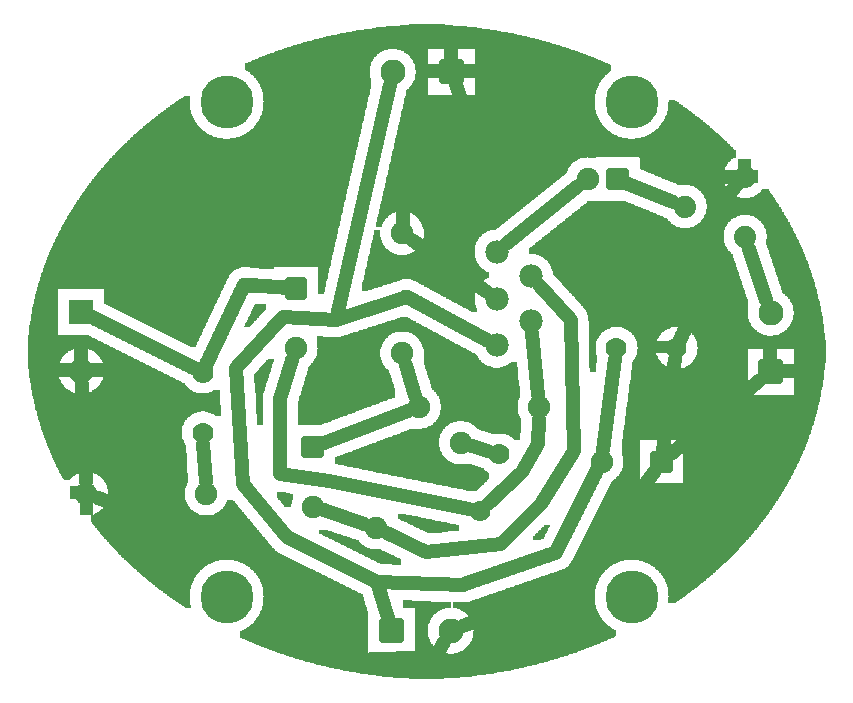
<source format=gbl>
G04 MADE WITH FRITZING*
G04 WWW.FRITZING.ORG*
G04 SINGLE SIDED*
G04 HOLES NOT PLATED*
G04 CONTOUR ON CENTER OF CONTOUR VECTOR*
%ASAXBY*%
%FSLAX23Y23*%
%MOIN*%
%OFA0B0*%
%SFA1.0B1.0*%
%ADD10C,0.075000*%
%ADD11C,0.083307*%
%ADD12C,0.070000*%
%ADD13C,0.074000*%
%ADD14C,0.177165*%
%ADD15C,0.078000*%
%ADD16R,0.083307X0.083307*%
%ADD17C,0.048000*%
%ADD18C,0.020000*%
%ADD19R,0.001000X0.001000*%
%LNCOPPER0*%
G90*
G70*
G54D10*
X1598Y2155D03*
X1068Y1108D03*
X1486Y830D03*
X1203Y547D03*
G54D11*
X1456Y2066D03*
X1259Y2066D03*
X1256Y203D03*
X1452Y203D03*
X2519Y1066D03*
X2519Y1263D03*
X220Y1266D03*
X220Y1069D03*
G54D10*
X2156Y766D03*
X1956Y766D03*
G54D12*
X2005Y1145D03*
X2205Y1145D03*
G54D13*
X2434Y1517D03*
X2234Y1617D03*
X2434Y1717D03*
G54D10*
X1747Y948D03*
X1347Y948D03*
G54D12*
X626Y1063D03*
X626Y863D03*
X1614Y791D03*
X1551Y601D03*
G54D10*
X638Y659D03*
X238Y659D03*
X1290Y1528D03*
X1290Y1128D03*
X937Y1344D03*
X937Y1144D03*
X993Y816D03*
X993Y616D03*
X2009Y1708D03*
X1909Y1708D03*
G54D14*
X2056Y1966D03*
X706Y1966D03*
X2056Y316D03*
X706Y316D03*
G54D15*
X1606Y1466D03*
X1606Y1310D03*
X1606Y1154D03*
X1719Y1385D03*
X1719Y1235D03*
G54D16*
X220Y1266D03*
G54D17*
X1165Y559D02*
X1031Y604D01*
D02*
X1690Y731D02*
X1578Y626D01*
D02*
X1743Y824D02*
X1690Y731D01*
D02*
X1746Y909D02*
X1743Y824D01*
D02*
X1046Y703D02*
X1515Y608D01*
D02*
X885Y725D02*
X1046Y703D01*
D02*
X885Y975D02*
X885Y725D01*
D02*
X925Y1106D02*
X885Y975D01*
D02*
X1239Y529D02*
X1370Y466D01*
D02*
X1370Y466D02*
X1619Y492D01*
D02*
X1619Y492D02*
X1752Y625D01*
D02*
X1752Y625D02*
X1863Y803D01*
D02*
X1863Y803D02*
X1852Y1240D01*
D02*
X1852Y1240D02*
X1747Y1355D01*
D02*
X1878Y1684D02*
X1638Y1492D01*
D02*
X237Y699D02*
X222Y1025D01*
D02*
X2200Y1108D02*
X2161Y805D01*
D02*
X1070Y1240D02*
X1249Y2023D01*
D02*
X1070Y1240D02*
X893Y1248D01*
D02*
X893Y1248D02*
X737Y1079D01*
D02*
X1306Y1316D02*
X1070Y1240D01*
D02*
X737Y1079D02*
X759Y692D01*
D02*
X907Y514D02*
X759Y692D01*
D02*
X1208Y365D02*
X907Y514D01*
D02*
X1208Y365D02*
X1243Y245D01*
D02*
X1498Y357D02*
X1208Y365D01*
D02*
X2447Y1477D02*
X2505Y1304D01*
D02*
X2000Y1108D02*
X1961Y805D01*
D02*
X2132Y734D02*
X1856Y366D01*
D02*
X1856Y366D02*
X1493Y219D01*
D02*
X1335Y986D02*
X1302Y1090D01*
D02*
X2186Y791D02*
X2485Y1038D01*
D02*
X276Y646D02*
X656Y514D01*
D02*
X656Y514D02*
X856Y418D01*
D02*
X856Y418D02*
X1137Y107D01*
D02*
X1137Y107D02*
X1404Y114D01*
D02*
X1404Y114D02*
X1431Y164D01*
D02*
X2045Y1693D02*
X2195Y1633D01*
D02*
X1572Y1333D02*
X1323Y1505D01*
D02*
X1567Y1721D02*
X1469Y2024D01*
D02*
X1707Y1818D02*
X2100Y1810D01*
D02*
X2100Y1810D02*
X2307Y1714D01*
D02*
X1292Y1567D02*
X1300Y1729D01*
D02*
X636Y699D02*
X628Y826D01*
D02*
X1578Y801D02*
X1524Y818D01*
D02*
X1723Y1194D02*
X1744Y988D01*
D02*
X1310Y935D02*
X1030Y830D01*
G36*
X1356Y2226D02*
X1356Y2224D01*
X1312Y2224D01*
X1312Y2222D01*
X1284Y2222D01*
X1284Y2220D01*
X1260Y2220D01*
X1260Y2218D01*
X1238Y2218D01*
X1238Y2216D01*
X1222Y2216D01*
X1222Y2214D01*
X1204Y2214D01*
X1204Y2212D01*
X1190Y2212D01*
X1190Y2210D01*
X1174Y2210D01*
X1174Y2208D01*
X1162Y2208D01*
X1162Y2206D01*
X1148Y2206D01*
X1148Y2204D01*
X1136Y2204D01*
X1136Y2202D01*
X1124Y2202D01*
X1124Y2200D01*
X1114Y2200D01*
X1114Y2198D01*
X1102Y2198D01*
X1102Y2196D01*
X1092Y2196D01*
X1092Y2194D01*
X1082Y2194D01*
X1082Y2192D01*
X1072Y2192D01*
X1072Y2190D01*
X1064Y2190D01*
X1064Y2188D01*
X1054Y2188D01*
X1054Y2186D01*
X1046Y2186D01*
X1046Y2184D01*
X1036Y2184D01*
X1036Y2182D01*
X1028Y2182D01*
X1028Y2180D01*
X1020Y2180D01*
X1020Y2178D01*
X1012Y2178D01*
X1012Y2176D01*
X1004Y2176D01*
X1004Y2174D01*
X996Y2174D01*
X996Y2172D01*
X990Y2172D01*
X990Y2170D01*
X982Y2170D01*
X982Y2168D01*
X974Y2168D01*
X974Y2166D01*
X968Y2166D01*
X968Y2164D01*
X960Y2164D01*
X960Y2162D01*
X954Y2162D01*
X954Y2160D01*
X946Y2160D01*
X946Y2158D01*
X940Y2158D01*
X940Y2156D01*
X934Y2156D01*
X934Y2154D01*
X926Y2154D01*
X926Y2152D01*
X920Y2152D01*
X920Y2150D01*
X914Y2150D01*
X914Y2148D01*
X908Y2148D01*
X908Y2146D01*
X902Y2146D01*
X902Y2144D01*
X896Y2144D01*
X896Y2142D01*
X1532Y2142D01*
X1532Y1990D01*
X1934Y1990D01*
X1934Y1992D01*
X1936Y1992D01*
X1936Y2000D01*
X1938Y2000D01*
X1938Y2006D01*
X1940Y2006D01*
X1940Y2012D01*
X1942Y2012D01*
X1942Y2016D01*
X1944Y2016D01*
X1944Y2020D01*
X1946Y2020D01*
X1946Y2024D01*
X1948Y2024D01*
X1948Y2028D01*
X1950Y2028D01*
X1950Y2032D01*
X1952Y2032D01*
X1952Y2034D01*
X1954Y2034D01*
X1954Y2038D01*
X1956Y2038D01*
X1956Y2040D01*
X1958Y2040D01*
X1958Y2042D01*
X1960Y2042D01*
X1960Y2046D01*
X1962Y2046D01*
X1962Y2048D01*
X1964Y2048D01*
X1964Y2050D01*
X1966Y2050D01*
X1966Y2052D01*
X1968Y2052D01*
X1968Y2054D01*
X1970Y2054D01*
X1970Y2056D01*
X1972Y2056D01*
X1972Y2058D01*
X1974Y2058D01*
X1974Y2060D01*
X1976Y2060D01*
X1976Y2062D01*
X1980Y2062D01*
X1980Y2064D01*
X1982Y2064D01*
X1982Y2066D01*
X1984Y2066D01*
X1984Y2068D01*
X1988Y2068D01*
X1988Y2088D01*
X1986Y2088D01*
X1986Y2090D01*
X1982Y2090D01*
X1982Y2092D01*
X1978Y2092D01*
X1978Y2094D01*
X1974Y2094D01*
X1974Y2096D01*
X1968Y2096D01*
X1968Y2098D01*
X1964Y2098D01*
X1964Y2100D01*
X1960Y2100D01*
X1960Y2102D01*
X1954Y2102D01*
X1954Y2104D01*
X1950Y2104D01*
X1950Y2106D01*
X1944Y2106D01*
X1944Y2108D01*
X1940Y2108D01*
X1940Y2110D01*
X1936Y2110D01*
X1936Y2112D01*
X1930Y2112D01*
X1930Y2114D01*
X1926Y2114D01*
X1926Y2116D01*
X1920Y2116D01*
X1920Y2118D01*
X1914Y2118D01*
X1914Y2120D01*
X1910Y2120D01*
X1910Y2122D01*
X1904Y2122D01*
X1904Y2124D01*
X1900Y2124D01*
X1900Y2126D01*
X1894Y2126D01*
X1894Y2128D01*
X1888Y2128D01*
X1888Y2130D01*
X1882Y2130D01*
X1882Y2132D01*
X1878Y2132D01*
X1878Y2134D01*
X1872Y2134D01*
X1872Y2136D01*
X1866Y2136D01*
X1866Y2138D01*
X1860Y2138D01*
X1860Y2140D01*
X1854Y2140D01*
X1854Y2142D01*
X1848Y2142D01*
X1848Y2144D01*
X1842Y2144D01*
X1842Y2146D01*
X1836Y2146D01*
X1836Y2148D01*
X1830Y2148D01*
X1830Y2150D01*
X1824Y2150D01*
X1824Y2152D01*
X1818Y2152D01*
X1818Y2154D01*
X1812Y2154D01*
X1812Y2156D01*
X1804Y2156D01*
X1804Y2158D01*
X1798Y2158D01*
X1798Y2160D01*
X1790Y2160D01*
X1790Y2162D01*
X1784Y2162D01*
X1784Y2164D01*
X1778Y2164D01*
X1778Y2166D01*
X1770Y2166D01*
X1770Y2168D01*
X1762Y2168D01*
X1762Y2170D01*
X1756Y2170D01*
X1756Y2172D01*
X1748Y2172D01*
X1748Y2174D01*
X1740Y2174D01*
X1740Y2176D01*
X1732Y2176D01*
X1732Y2178D01*
X1724Y2178D01*
X1724Y2180D01*
X1716Y2180D01*
X1716Y2182D01*
X1708Y2182D01*
X1708Y2184D01*
X1698Y2184D01*
X1698Y2186D01*
X1690Y2186D01*
X1690Y2188D01*
X1680Y2188D01*
X1680Y2190D01*
X1672Y2190D01*
X1672Y2192D01*
X1662Y2192D01*
X1662Y2194D01*
X1652Y2194D01*
X1652Y2196D01*
X1642Y2196D01*
X1642Y2198D01*
X1630Y2198D01*
X1630Y2200D01*
X1620Y2200D01*
X1620Y2202D01*
X1608Y2202D01*
X1608Y2204D01*
X1596Y2204D01*
X1596Y2206D01*
X1584Y2206D01*
X1584Y2208D01*
X1570Y2208D01*
X1570Y2210D01*
X1556Y2210D01*
X1556Y2212D01*
X1540Y2212D01*
X1540Y2214D01*
X1524Y2214D01*
X1524Y2216D01*
X1506Y2216D01*
X1506Y2218D01*
X1484Y2218D01*
X1484Y2220D01*
X1460Y2220D01*
X1460Y2222D01*
X1432Y2222D01*
X1432Y2224D01*
X1388Y2224D01*
X1388Y2226D01*
X1356Y2226D01*
G37*
D02*
G36*
X890Y2142D02*
X890Y2140D01*
X884Y2140D01*
X884Y2138D01*
X878Y2138D01*
X878Y2136D01*
X872Y2136D01*
X872Y2134D01*
X868Y2134D01*
X868Y2132D01*
X862Y2132D01*
X862Y2130D01*
X856Y2130D01*
X856Y2128D01*
X850Y2128D01*
X850Y2126D01*
X846Y2126D01*
X846Y2124D01*
X840Y2124D01*
X840Y2122D01*
X834Y2122D01*
X834Y2120D01*
X830Y2120D01*
X830Y2118D01*
X824Y2118D01*
X824Y2116D01*
X820Y2116D01*
X820Y2114D01*
X814Y2114D01*
X814Y2112D01*
X810Y2112D01*
X810Y2110D01*
X804Y2110D01*
X804Y2108D01*
X800Y2108D01*
X800Y2106D01*
X794Y2106D01*
X794Y2104D01*
X790Y2104D01*
X790Y2102D01*
X786Y2102D01*
X786Y2100D01*
X780Y2100D01*
X780Y2098D01*
X776Y2098D01*
X776Y2096D01*
X772Y2096D01*
X772Y2094D01*
X766Y2094D01*
X766Y2072D01*
X770Y2072D01*
X770Y2070D01*
X774Y2070D01*
X774Y2068D01*
X776Y2068D01*
X776Y2066D01*
X780Y2066D01*
X780Y2064D01*
X782Y2064D01*
X782Y2062D01*
X784Y2062D01*
X784Y2060D01*
X786Y2060D01*
X786Y2058D01*
X788Y2058D01*
X788Y2056D01*
X792Y2056D01*
X792Y2054D01*
X794Y2054D01*
X794Y2052D01*
X796Y2052D01*
X796Y2048D01*
X798Y2048D01*
X798Y2046D01*
X800Y2046D01*
X800Y2044D01*
X802Y2044D01*
X802Y2042D01*
X804Y2042D01*
X804Y2038D01*
X806Y2038D01*
X806Y2036D01*
X808Y2036D01*
X808Y2034D01*
X810Y2034D01*
X810Y2030D01*
X812Y2030D01*
X812Y2026D01*
X814Y2026D01*
X814Y2024D01*
X816Y2024D01*
X816Y2020D01*
X818Y2020D01*
X818Y2014D01*
X820Y2014D01*
X820Y2010D01*
X822Y2010D01*
X822Y2004D01*
X824Y2004D01*
X824Y1998D01*
X826Y1998D01*
X826Y1988D01*
X828Y1988D01*
X828Y1968D01*
X830Y1968D01*
X830Y1964D01*
X828Y1964D01*
X828Y1944D01*
X826Y1944D01*
X826Y1934D01*
X824Y1934D01*
X824Y1928D01*
X822Y1928D01*
X822Y1922D01*
X820Y1922D01*
X820Y1918D01*
X818Y1918D01*
X818Y1912D01*
X816Y1912D01*
X816Y1908D01*
X814Y1908D01*
X814Y1906D01*
X812Y1906D01*
X812Y1902D01*
X810Y1902D01*
X810Y1898D01*
X808Y1898D01*
X808Y1896D01*
X806Y1896D01*
X806Y1894D01*
X804Y1894D01*
X804Y1890D01*
X802Y1890D01*
X802Y1888D01*
X800Y1888D01*
X800Y1886D01*
X798Y1886D01*
X798Y1884D01*
X796Y1884D01*
X796Y1880D01*
X794Y1880D01*
X794Y1878D01*
X792Y1878D01*
X792Y1876D01*
X788Y1876D01*
X788Y1874D01*
X786Y1874D01*
X786Y1872D01*
X784Y1872D01*
X784Y1870D01*
X782Y1870D01*
X782Y1868D01*
X780Y1868D01*
X780Y1866D01*
X776Y1866D01*
X776Y1864D01*
X774Y1864D01*
X774Y1862D01*
X770Y1862D01*
X770Y1860D01*
X766Y1860D01*
X766Y1858D01*
X764Y1858D01*
X764Y1856D01*
X760Y1856D01*
X760Y1854D01*
X756Y1854D01*
X756Y1852D01*
X750Y1852D01*
X750Y1850D01*
X744Y1850D01*
X744Y1848D01*
X738Y1848D01*
X738Y1846D01*
X730Y1846D01*
X730Y1844D01*
X716Y1844D01*
X716Y1842D01*
X1148Y1842D01*
X1148Y1850D01*
X1150Y1850D01*
X1150Y1860D01*
X1152Y1860D01*
X1152Y1868D01*
X1154Y1868D01*
X1154Y1876D01*
X1156Y1876D01*
X1156Y1886D01*
X1158Y1886D01*
X1158Y1894D01*
X1160Y1894D01*
X1160Y1902D01*
X1162Y1902D01*
X1162Y1912D01*
X1164Y1912D01*
X1164Y1920D01*
X1166Y1920D01*
X1166Y1930D01*
X1168Y1930D01*
X1168Y1938D01*
X1170Y1938D01*
X1170Y1946D01*
X1172Y1946D01*
X1172Y1956D01*
X1174Y1956D01*
X1174Y1964D01*
X1176Y1964D01*
X1176Y1974D01*
X1178Y1974D01*
X1178Y1982D01*
X1180Y1982D01*
X1180Y1990D01*
X1182Y1990D01*
X1182Y2000D01*
X1184Y2000D01*
X1184Y2008D01*
X1186Y2008D01*
X1186Y2016D01*
X1188Y2016D01*
X1188Y2040D01*
X1186Y2040D01*
X1186Y2046D01*
X1184Y2046D01*
X1184Y2054D01*
X1182Y2054D01*
X1182Y2078D01*
X1184Y2078D01*
X1184Y2086D01*
X1186Y2086D01*
X1186Y2092D01*
X1188Y2092D01*
X1188Y2098D01*
X1190Y2098D01*
X1190Y2102D01*
X1192Y2102D01*
X1192Y2106D01*
X1194Y2106D01*
X1194Y2108D01*
X1196Y2108D01*
X1196Y2112D01*
X1198Y2112D01*
X1198Y2114D01*
X1200Y2114D01*
X1200Y2116D01*
X1202Y2116D01*
X1202Y2118D01*
X1204Y2118D01*
X1204Y2120D01*
X1206Y2120D01*
X1206Y2122D01*
X1208Y2122D01*
X1208Y2124D01*
X1210Y2124D01*
X1210Y2126D01*
X1212Y2126D01*
X1212Y2128D01*
X1216Y2128D01*
X1216Y2130D01*
X1218Y2130D01*
X1218Y2132D01*
X1222Y2132D01*
X1222Y2134D01*
X1226Y2134D01*
X1226Y2136D01*
X1230Y2136D01*
X1230Y2138D01*
X1236Y2138D01*
X1236Y2140D01*
X1242Y2140D01*
X1242Y2142D01*
X890Y2142D01*
G37*
D02*
G36*
X1274Y2142D02*
X1274Y2140D01*
X1282Y2140D01*
X1282Y2138D01*
X1288Y2138D01*
X1288Y2136D01*
X1292Y2136D01*
X1292Y2134D01*
X1296Y2134D01*
X1296Y2132D01*
X1298Y2132D01*
X1298Y2130D01*
X1302Y2130D01*
X1302Y2128D01*
X1304Y2128D01*
X1304Y2126D01*
X1308Y2126D01*
X1308Y2124D01*
X1310Y2124D01*
X1310Y2122D01*
X1312Y2122D01*
X1312Y2120D01*
X1314Y2120D01*
X1314Y2118D01*
X1316Y2118D01*
X1316Y2116D01*
X1318Y2116D01*
X1318Y2112D01*
X1320Y2112D01*
X1320Y2110D01*
X1322Y2110D01*
X1322Y2108D01*
X1324Y2108D01*
X1324Y2104D01*
X1326Y2104D01*
X1326Y2100D01*
X1328Y2100D01*
X1328Y2096D01*
X1330Y2096D01*
X1330Y2092D01*
X1332Y2092D01*
X1332Y2084D01*
X1334Y2084D01*
X1334Y2072D01*
X1336Y2072D01*
X1336Y2060D01*
X1334Y2060D01*
X1334Y2048D01*
X1332Y2048D01*
X1332Y2040D01*
X1330Y2040D01*
X1330Y2036D01*
X1328Y2036D01*
X1328Y2032D01*
X1326Y2032D01*
X1326Y2028D01*
X1324Y2028D01*
X1324Y2024D01*
X1322Y2024D01*
X1322Y2022D01*
X1320Y2022D01*
X1320Y2020D01*
X1318Y2020D01*
X1318Y2016D01*
X1316Y2016D01*
X1316Y2014D01*
X1314Y2014D01*
X1314Y2012D01*
X1312Y2012D01*
X1312Y2010D01*
X1310Y2010D01*
X1310Y2008D01*
X1308Y2008D01*
X1308Y2006D01*
X1306Y2006D01*
X1306Y2004D01*
X1304Y2004D01*
X1304Y1994D01*
X1302Y1994D01*
X1302Y1990D01*
X1378Y1990D01*
X1378Y2142D01*
X1274Y2142D01*
G37*
D02*
G36*
X1302Y1990D02*
X1302Y1988D01*
X1934Y1988D01*
X1934Y1990D01*
X1302Y1990D01*
G37*
D02*
G36*
X1302Y1990D02*
X1302Y1988D01*
X1934Y1988D01*
X1934Y1990D01*
X1302Y1990D01*
G37*
D02*
G36*
X1302Y1988D02*
X1302Y1986D01*
X1300Y1986D01*
X1300Y1978D01*
X1298Y1978D01*
X1298Y1968D01*
X1296Y1968D01*
X1296Y1960D01*
X1294Y1960D01*
X1294Y1952D01*
X1292Y1952D01*
X1292Y1942D01*
X1290Y1942D01*
X1290Y1934D01*
X1288Y1934D01*
X1288Y1924D01*
X1286Y1924D01*
X1286Y1916D01*
X1284Y1916D01*
X1284Y1908D01*
X1282Y1908D01*
X1282Y1898D01*
X1280Y1898D01*
X1280Y1890D01*
X1278Y1890D01*
X1278Y1880D01*
X1276Y1880D01*
X1276Y1872D01*
X1274Y1872D01*
X1274Y1864D01*
X1272Y1864D01*
X1272Y1854D01*
X1270Y1854D01*
X1270Y1846D01*
X1268Y1846D01*
X1268Y1842D01*
X2044Y1842D01*
X2044Y1844D01*
X2030Y1844D01*
X2030Y1846D01*
X2022Y1846D01*
X2022Y1848D01*
X2016Y1848D01*
X2016Y1850D01*
X2010Y1850D01*
X2010Y1852D01*
X2006Y1852D01*
X2006Y1854D01*
X2002Y1854D01*
X2002Y1856D01*
X1998Y1856D01*
X1998Y1858D01*
X1994Y1858D01*
X1994Y1860D01*
X1990Y1860D01*
X1990Y1862D01*
X1988Y1862D01*
X1988Y1864D01*
X1984Y1864D01*
X1984Y1866D01*
X1982Y1866D01*
X1982Y1868D01*
X1980Y1868D01*
X1980Y1870D01*
X1976Y1870D01*
X1976Y1872D01*
X1974Y1872D01*
X1974Y1874D01*
X1972Y1874D01*
X1972Y1876D01*
X1970Y1876D01*
X1970Y1878D01*
X1968Y1878D01*
X1968Y1880D01*
X1966Y1880D01*
X1966Y1882D01*
X1964Y1882D01*
X1964Y1884D01*
X1962Y1884D01*
X1962Y1886D01*
X1960Y1886D01*
X1960Y1890D01*
X1958Y1890D01*
X1958Y1892D01*
X1956Y1892D01*
X1956Y1894D01*
X1954Y1894D01*
X1954Y1898D01*
X1952Y1898D01*
X1952Y1900D01*
X1950Y1900D01*
X1950Y1904D01*
X1948Y1904D01*
X1948Y1908D01*
X1946Y1908D01*
X1946Y1912D01*
X1944Y1912D01*
X1944Y1916D01*
X1942Y1916D01*
X1942Y1920D01*
X1940Y1920D01*
X1940Y1926D01*
X1938Y1926D01*
X1938Y1932D01*
X1936Y1932D01*
X1936Y1940D01*
X1934Y1940D01*
X1934Y1952D01*
X1932Y1952D01*
X1932Y1980D01*
X1934Y1980D01*
X1934Y1988D01*
X1302Y1988D01*
G37*
D02*
G36*
X562Y1984D02*
X562Y1982D01*
X560Y1982D01*
X560Y1980D01*
X556Y1980D01*
X556Y1978D01*
X554Y1978D01*
X554Y1976D01*
X550Y1976D01*
X550Y1974D01*
X548Y1974D01*
X548Y1972D01*
X544Y1972D01*
X544Y1970D01*
X542Y1970D01*
X542Y1968D01*
X538Y1968D01*
X538Y1966D01*
X536Y1966D01*
X536Y1964D01*
X534Y1964D01*
X534Y1962D01*
X530Y1962D01*
X530Y1960D01*
X528Y1960D01*
X528Y1958D01*
X524Y1958D01*
X524Y1956D01*
X522Y1956D01*
X522Y1954D01*
X518Y1954D01*
X518Y1952D01*
X516Y1952D01*
X516Y1950D01*
X514Y1950D01*
X514Y1948D01*
X510Y1948D01*
X510Y1946D01*
X508Y1946D01*
X508Y1944D01*
X504Y1944D01*
X504Y1942D01*
X502Y1942D01*
X502Y1940D01*
X500Y1940D01*
X500Y1938D01*
X496Y1938D01*
X496Y1936D01*
X494Y1936D01*
X494Y1934D01*
X492Y1934D01*
X492Y1932D01*
X488Y1932D01*
X488Y1930D01*
X486Y1930D01*
X486Y1928D01*
X484Y1928D01*
X484Y1926D01*
X480Y1926D01*
X480Y1924D01*
X478Y1924D01*
X478Y1922D01*
X476Y1922D01*
X476Y1920D01*
X474Y1920D01*
X474Y1918D01*
X470Y1918D01*
X470Y1916D01*
X468Y1916D01*
X468Y1914D01*
X466Y1914D01*
X466Y1912D01*
X462Y1912D01*
X462Y1910D01*
X460Y1910D01*
X460Y1908D01*
X458Y1908D01*
X458Y1906D01*
X456Y1906D01*
X456Y1904D01*
X452Y1904D01*
X452Y1902D01*
X450Y1902D01*
X450Y1900D01*
X448Y1900D01*
X448Y1898D01*
X446Y1898D01*
X446Y1896D01*
X442Y1896D01*
X442Y1894D01*
X440Y1894D01*
X440Y1892D01*
X438Y1892D01*
X438Y1890D01*
X436Y1890D01*
X436Y1888D01*
X434Y1888D01*
X434Y1886D01*
X432Y1886D01*
X432Y1884D01*
X428Y1884D01*
X428Y1882D01*
X426Y1882D01*
X426Y1880D01*
X424Y1880D01*
X424Y1878D01*
X422Y1878D01*
X422Y1876D01*
X420Y1876D01*
X420Y1874D01*
X416Y1874D01*
X416Y1872D01*
X414Y1872D01*
X414Y1870D01*
X412Y1870D01*
X412Y1868D01*
X410Y1868D01*
X410Y1866D01*
X408Y1866D01*
X408Y1864D01*
X406Y1864D01*
X406Y1862D01*
X404Y1862D01*
X404Y1860D01*
X402Y1860D01*
X402Y1858D01*
X398Y1858D01*
X398Y1856D01*
X396Y1856D01*
X396Y1854D01*
X394Y1854D01*
X394Y1852D01*
X392Y1852D01*
X392Y1850D01*
X390Y1850D01*
X390Y1848D01*
X388Y1848D01*
X388Y1846D01*
X386Y1846D01*
X386Y1844D01*
X384Y1844D01*
X384Y1842D01*
X694Y1842D01*
X694Y1844D01*
X680Y1844D01*
X680Y1846D01*
X672Y1846D01*
X672Y1848D01*
X666Y1848D01*
X666Y1850D01*
X660Y1850D01*
X660Y1852D01*
X656Y1852D01*
X656Y1854D01*
X652Y1854D01*
X652Y1856D01*
X648Y1856D01*
X648Y1858D01*
X644Y1858D01*
X644Y1860D01*
X640Y1860D01*
X640Y1862D01*
X638Y1862D01*
X638Y1864D01*
X634Y1864D01*
X634Y1866D01*
X632Y1866D01*
X632Y1868D01*
X630Y1868D01*
X630Y1870D01*
X626Y1870D01*
X626Y1872D01*
X624Y1872D01*
X624Y1874D01*
X622Y1874D01*
X622Y1876D01*
X620Y1876D01*
X620Y1878D01*
X618Y1878D01*
X618Y1880D01*
X616Y1880D01*
X616Y1882D01*
X614Y1882D01*
X614Y1884D01*
X612Y1884D01*
X612Y1886D01*
X610Y1886D01*
X610Y1890D01*
X608Y1890D01*
X608Y1892D01*
X606Y1892D01*
X606Y1894D01*
X604Y1894D01*
X604Y1898D01*
X602Y1898D01*
X602Y1900D01*
X600Y1900D01*
X600Y1904D01*
X598Y1904D01*
X598Y1908D01*
X596Y1908D01*
X596Y1912D01*
X594Y1912D01*
X594Y1916D01*
X592Y1916D01*
X592Y1920D01*
X590Y1920D01*
X590Y1926D01*
X588Y1926D01*
X588Y1932D01*
X586Y1932D01*
X586Y1940D01*
X584Y1940D01*
X584Y1952D01*
X582Y1952D01*
X582Y1984D01*
X562Y1984D01*
G37*
D02*
G36*
X2180Y1972D02*
X2180Y1964D01*
X2178Y1964D01*
X2178Y1944D01*
X2176Y1944D01*
X2176Y1934D01*
X2174Y1934D01*
X2174Y1928D01*
X2172Y1928D01*
X2172Y1922D01*
X2170Y1922D01*
X2170Y1918D01*
X2168Y1918D01*
X2168Y1912D01*
X2166Y1912D01*
X2166Y1908D01*
X2164Y1908D01*
X2164Y1906D01*
X2162Y1906D01*
X2162Y1902D01*
X2160Y1902D01*
X2160Y1898D01*
X2158Y1898D01*
X2158Y1896D01*
X2156Y1896D01*
X2156Y1894D01*
X2154Y1894D01*
X2154Y1890D01*
X2152Y1890D01*
X2152Y1888D01*
X2150Y1888D01*
X2150Y1886D01*
X2148Y1886D01*
X2148Y1884D01*
X2146Y1884D01*
X2146Y1880D01*
X2144Y1880D01*
X2144Y1878D01*
X2142Y1878D01*
X2142Y1876D01*
X2138Y1876D01*
X2138Y1874D01*
X2136Y1874D01*
X2136Y1872D01*
X2134Y1872D01*
X2134Y1870D01*
X2132Y1870D01*
X2132Y1868D01*
X2130Y1868D01*
X2130Y1866D01*
X2126Y1866D01*
X2126Y1864D01*
X2124Y1864D01*
X2124Y1862D01*
X2120Y1862D01*
X2120Y1860D01*
X2116Y1860D01*
X2116Y1858D01*
X2114Y1858D01*
X2114Y1856D01*
X2110Y1856D01*
X2110Y1854D01*
X2106Y1854D01*
X2106Y1852D01*
X2100Y1852D01*
X2100Y1850D01*
X2094Y1850D01*
X2094Y1848D01*
X2088Y1848D01*
X2088Y1846D01*
X2080Y1846D01*
X2080Y1844D01*
X2066Y1844D01*
X2066Y1842D01*
X2360Y1842D01*
X2360Y1844D01*
X2358Y1844D01*
X2358Y1846D01*
X2356Y1846D01*
X2356Y1848D01*
X2354Y1848D01*
X2354Y1850D01*
X2352Y1850D01*
X2352Y1852D01*
X2350Y1852D01*
X2350Y1854D01*
X2348Y1854D01*
X2348Y1856D01*
X2346Y1856D01*
X2346Y1858D01*
X2344Y1858D01*
X2344Y1860D01*
X2342Y1860D01*
X2342Y1862D01*
X2338Y1862D01*
X2338Y1864D01*
X2336Y1864D01*
X2336Y1866D01*
X2334Y1866D01*
X2334Y1868D01*
X2332Y1868D01*
X2332Y1870D01*
X2330Y1870D01*
X2330Y1872D01*
X2328Y1872D01*
X2328Y1874D01*
X2326Y1874D01*
X2326Y1876D01*
X2322Y1876D01*
X2322Y1878D01*
X2320Y1878D01*
X2320Y1880D01*
X2318Y1880D01*
X2318Y1882D01*
X2316Y1882D01*
X2316Y1884D01*
X2314Y1884D01*
X2314Y1886D01*
X2312Y1886D01*
X2312Y1888D01*
X2308Y1888D01*
X2308Y1890D01*
X2306Y1890D01*
X2306Y1892D01*
X2304Y1892D01*
X2304Y1894D01*
X2302Y1894D01*
X2302Y1896D01*
X2300Y1896D01*
X2300Y1898D01*
X2296Y1898D01*
X2296Y1900D01*
X2294Y1900D01*
X2294Y1902D01*
X2292Y1902D01*
X2292Y1904D01*
X2290Y1904D01*
X2290Y1906D01*
X2286Y1906D01*
X2286Y1908D01*
X2284Y1908D01*
X2284Y1910D01*
X2282Y1910D01*
X2282Y1912D01*
X2280Y1912D01*
X2280Y1914D01*
X2276Y1914D01*
X2276Y1916D01*
X2274Y1916D01*
X2274Y1918D01*
X2272Y1918D01*
X2272Y1920D01*
X2268Y1920D01*
X2268Y1922D01*
X2266Y1922D01*
X2266Y1924D01*
X2264Y1924D01*
X2264Y1926D01*
X2260Y1926D01*
X2260Y1928D01*
X2258Y1928D01*
X2258Y1930D01*
X2256Y1930D01*
X2256Y1932D01*
X2254Y1932D01*
X2254Y1934D01*
X2250Y1934D01*
X2250Y1936D01*
X2248Y1936D01*
X2248Y1938D01*
X2244Y1938D01*
X2244Y1940D01*
X2242Y1940D01*
X2242Y1942D01*
X2240Y1942D01*
X2240Y1944D01*
X2236Y1944D01*
X2236Y1946D01*
X2234Y1946D01*
X2234Y1948D01*
X2232Y1948D01*
X2232Y1950D01*
X2228Y1950D01*
X2228Y1952D01*
X2226Y1952D01*
X2226Y1954D01*
X2222Y1954D01*
X2222Y1956D01*
X2220Y1956D01*
X2220Y1958D01*
X2216Y1958D01*
X2216Y1960D01*
X2214Y1960D01*
X2214Y1962D01*
X2212Y1962D01*
X2212Y1964D01*
X2208Y1964D01*
X2208Y1966D01*
X2206Y1966D01*
X2206Y1968D01*
X2202Y1968D01*
X2202Y1970D01*
X2200Y1970D01*
X2200Y1972D01*
X2180Y1972D01*
G37*
D02*
G36*
X382Y1842D02*
X382Y1840D01*
X1146Y1840D01*
X1146Y1842D01*
X382Y1842D01*
G37*
D02*
G36*
X382Y1842D02*
X382Y1840D01*
X1146Y1840D01*
X1146Y1842D01*
X382Y1842D01*
G37*
D02*
G36*
X1268Y1842D02*
X1268Y1840D01*
X2362Y1840D01*
X2362Y1842D01*
X1268Y1842D01*
G37*
D02*
G36*
X1268Y1842D02*
X1268Y1840D01*
X2362Y1840D01*
X2362Y1842D01*
X1268Y1842D01*
G37*
D02*
G36*
X380Y1840D02*
X380Y1838D01*
X378Y1838D01*
X378Y1836D01*
X376Y1836D01*
X376Y1834D01*
X374Y1834D01*
X374Y1832D01*
X372Y1832D01*
X372Y1830D01*
X368Y1830D01*
X368Y1828D01*
X366Y1828D01*
X366Y1826D01*
X364Y1826D01*
X364Y1824D01*
X362Y1824D01*
X362Y1822D01*
X360Y1822D01*
X360Y1820D01*
X358Y1820D01*
X358Y1818D01*
X356Y1818D01*
X356Y1816D01*
X354Y1816D01*
X354Y1814D01*
X352Y1814D01*
X352Y1812D01*
X350Y1812D01*
X350Y1810D01*
X348Y1810D01*
X348Y1808D01*
X346Y1808D01*
X346Y1806D01*
X344Y1806D01*
X344Y1804D01*
X342Y1804D01*
X342Y1802D01*
X340Y1802D01*
X340Y1800D01*
X338Y1800D01*
X338Y1796D01*
X336Y1796D01*
X336Y1794D01*
X334Y1794D01*
X334Y1792D01*
X332Y1792D01*
X332Y1790D01*
X330Y1790D01*
X330Y1788D01*
X328Y1788D01*
X328Y1786D01*
X326Y1786D01*
X326Y1784D01*
X324Y1784D01*
X324Y1782D01*
X322Y1782D01*
X322Y1780D01*
X320Y1780D01*
X320Y1778D01*
X318Y1778D01*
X318Y1776D01*
X316Y1776D01*
X316Y1774D01*
X314Y1774D01*
X314Y1772D01*
X312Y1772D01*
X312Y1770D01*
X310Y1770D01*
X310Y1766D01*
X308Y1766D01*
X308Y1764D01*
X306Y1764D01*
X306Y1762D01*
X304Y1762D01*
X304Y1760D01*
X302Y1760D01*
X302Y1758D01*
X300Y1758D01*
X300Y1756D01*
X298Y1756D01*
X298Y1754D01*
X296Y1754D01*
X296Y1750D01*
X294Y1750D01*
X294Y1748D01*
X292Y1748D01*
X292Y1746D01*
X290Y1746D01*
X290Y1744D01*
X288Y1744D01*
X288Y1742D01*
X286Y1742D01*
X286Y1740D01*
X284Y1740D01*
X284Y1736D01*
X282Y1736D01*
X282Y1734D01*
X280Y1734D01*
X280Y1732D01*
X278Y1732D01*
X278Y1730D01*
X276Y1730D01*
X276Y1728D01*
X274Y1728D01*
X274Y1724D01*
X272Y1724D01*
X272Y1722D01*
X270Y1722D01*
X270Y1720D01*
X268Y1720D01*
X268Y1718D01*
X266Y1718D01*
X266Y1714D01*
X264Y1714D01*
X264Y1712D01*
X262Y1712D01*
X262Y1710D01*
X260Y1710D01*
X260Y1708D01*
X258Y1708D01*
X258Y1704D01*
X256Y1704D01*
X256Y1702D01*
X254Y1702D01*
X254Y1700D01*
X252Y1700D01*
X252Y1696D01*
X250Y1696D01*
X250Y1694D01*
X248Y1694D01*
X248Y1692D01*
X246Y1692D01*
X246Y1688D01*
X244Y1688D01*
X244Y1686D01*
X242Y1686D01*
X242Y1684D01*
X240Y1684D01*
X240Y1680D01*
X238Y1680D01*
X238Y1678D01*
X236Y1678D01*
X236Y1676D01*
X234Y1676D01*
X234Y1672D01*
X232Y1672D01*
X232Y1670D01*
X230Y1670D01*
X230Y1666D01*
X228Y1666D01*
X228Y1664D01*
X226Y1664D01*
X226Y1662D01*
X224Y1662D01*
X224Y1658D01*
X222Y1658D01*
X222Y1656D01*
X220Y1656D01*
X220Y1652D01*
X218Y1652D01*
X218Y1650D01*
X216Y1650D01*
X216Y1646D01*
X214Y1646D01*
X214Y1644D01*
X212Y1644D01*
X212Y1640D01*
X210Y1640D01*
X210Y1638D01*
X208Y1638D01*
X208Y1636D01*
X206Y1636D01*
X206Y1632D01*
X204Y1632D01*
X204Y1628D01*
X202Y1628D01*
X202Y1626D01*
X200Y1626D01*
X200Y1622D01*
X198Y1622D01*
X198Y1620D01*
X196Y1620D01*
X196Y1616D01*
X194Y1616D01*
X194Y1614D01*
X192Y1614D01*
X192Y1610D01*
X190Y1610D01*
X190Y1606D01*
X188Y1606D01*
X188Y1604D01*
X186Y1604D01*
X186Y1600D01*
X184Y1600D01*
X184Y1596D01*
X182Y1596D01*
X182Y1594D01*
X180Y1594D01*
X180Y1590D01*
X178Y1590D01*
X178Y1586D01*
X176Y1586D01*
X176Y1584D01*
X174Y1584D01*
X174Y1580D01*
X172Y1580D01*
X172Y1576D01*
X170Y1576D01*
X170Y1572D01*
X168Y1572D01*
X168Y1570D01*
X166Y1570D01*
X166Y1566D01*
X164Y1566D01*
X164Y1562D01*
X162Y1562D01*
X162Y1558D01*
X160Y1558D01*
X160Y1554D01*
X158Y1554D01*
X158Y1552D01*
X156Y1552D01*
X156Y1548D01*
X154Y1548D01*
X154Y1544D01*
X152Y1544D01*
X152Y1540D01*
X150Y1540D01*
X150Y1536D01*
X148Y1536D01*
X148Y1532D01*
X146Y1532D01*
X146Y1528D01*
X144Y1528D01*
X144Y1524D01*
X142Y1524D01*
X142Y1520D01*
X140Y1520D01*
X140Y1516D01*
X138Y1516D01*
X138Y1512D01*
X136Y1512D01*
X136Y1508D01*
X134Y1508D01*
X134Y1504D01*
X132Y1504D01*
X132Y1500D01*
X130Y1500D01*
X130Y1494D01*
X128Y1494D01*
X128Y1490D01*
X126Y1490D01*
X126Y1486D01*
X124Y1486D01*
X124Y1482D01*
X122Y1482D01*
X122Y1478D01*
X120Y1478D01*
X120Y1472D01*
X118Y1472D01*
X118Y1468D01*
X116Y1468D01*
X116Y1464D01*
X114Y1464D01*
X114Y1458D01*
X112Y1458D01*
X112Y1454D01*
X110Y1454D01*
X110Y1448D01*
X108Y1448D01*
X108Y1444D01*
X106Y1444D01*
X106Y1438D01*
X104Y1438D01*
X104Y1434D01*
X102Y1434D01*
X102Y1428D01*
X100Y1428D01*
X100Y1422D01*
X98Y1422D01*
X98Y1416D01*
X1010Y1416D01*
X1010Y1324D01*
X1030Y1324D01*
X1030Y1332D01*
X1032Y1332D01*
X1032Y1342D01*
X1034Y1342D01*
X1034Y1350D01*
X1036Y1350D01*
X1036Y1360D01*
X1038Y1360D01*
X1038Y1368D01*
X1040Y1368D01*
X1040Y1376D01*
X1042Y1376D01*
X1042Y1386D01*
X1044Y1386D01*
X1044Y1394D01*
X1046Y1394D01*
X1046Y1404D01*
X1048Y1404D01*
X1048Y1412D01*
X1050Y1412D01*
X1050Y1420D01*
X1052Y1420D01*
X1052Y1430D01*
X1054Y1430D01*
X1054Y1438D01*
X1056Y1438D01*
X1056Y1446D01*
X1058Y1446D01*
X1058Y1456D01*
X1060Y1456D01*
X1060Y1464D01*
X1062Y1464D01*
X1062Y1474D01*
X1064Y1474D01*
X1064Y1482D01*
X1066Y1482D01*
X1066Y1490D01*
X1068Y1490D01*
X1068Y1500D01*
X1070Y1500D01*
X1070Y1508D01*
X1072Y1508D01*
X1072Y1518D01*
X1074Y1518D01*
X1074Y1526D01*
X1076Y1526D01*
X1076Y1534D01*
X1078Y1534D01*
X1078Y1544D01*
X1080Y1544D01*
X1080Y1552D01*
X1082Y1552D01*
X1082Y1560D01*
X1084Y1560D01*
X1084Y1570D01*
X1086Y1570D01*
X1086Y1578D01*
X1088Y1578D01*
X1088Y1588D01*
X1090Y1588D01*
X1090Y1596D01*
X1092Y1596D01*
X1092Y1604D01*
X1094Y1604D01*
X1094Y1614D01*
X1096Y1614D01*
X1096Y1622D01*
X1098Y1622D01*
X1098Y1632D01*
X1100Y1632D01*
X1100Y1640D01*
X1102Y1640D01*
X1102Y1648D01*
X1104Y1648D01*
X1104Y1658D01*
X1106Y1658D01*
X1106Y1666D01*
X1108Y1666D01*
X1108Y1674D01*
X1110Y1674D01*
X1110Y1684D01*
X1112Y1684D01*
X1112Y1692D01*
X1114Y1692D01*
X1114Y1702D01*
X1116Y1702D01*
X1116Y1710D01*
X1118Y1710D01*
X1118Y1718D01*
X1120Y1718D01*
X1120Y1728D01*
X1122Y1728D01*
X1122Y1736D01*
X1124Y1736D01*
X1124Y1746D01*
X1126Y1746D01*
X1126Y1754D01*
X1128Y1754D01*
X1128Y1762D01*
X1130Y1762D01*
X1130Y1772D01*
X1132Y1772D01*
X1132Y1780D01*
X1134Y1780D01*
X1134Y1788D01*
X1136Y1788D01*
X1136Y1798D01*
X1138Y1798D01*
X1138Y1806D01*
X1140Y1806D01*
X1140Y1816D01*
X1142Y1816D01*
X1142Y1824D01*
X1144Y1824D01*
X1144Y1832D01*
X1146Y1832D01*
X1146Y1840D01*
X380Y1840D01*
G37*
D02*
G36*
X1268Y1840D02*
X1268Y1838D01*
X1266Y1838D01*
X1266Y1828D01*
X1264Y1828D01*
X1264Y1820D01*
X1262Y1820D01*
X1262Y1810D01*
X1260Y1810D01*
X1260Y1802D01*
X1258Y1802D01*
X1258Y1794D01*
X1256Y1794D01*
X1256Y1784D01*
X1254Y1784D01*
X1254Y1782D01*
X2080Y1782D01*
X2080Y1780D01*
X2082Y1780D01*
X2082Y1742D01*
X2086Y1742D01*
X2086Y1740D01*
X2090Y1740D01*
X2090Y1738D01*
X2096Y1738D01*
X2096Y1736D01*
X2100Y1736D01*
X2100Y1734D01*
X2104Y1734D01*
X2104Y1732D01*
X2110Y1732D01*
X2110Y1730D01*
X2114Y1730D01*
X2114Y1728D01*
X2120Y1728D01*
X2120Y1726D01*
X2124Y1726D01*
X2124Y1724D01*
X2130Y1724D01*
X2130Y1722D01*
X2134Y1722D01*
X2134Y1720D01*
X2140Y1720D01*
X2140Y1718D01*
X2144Y1718D01*
X2144Y1716D01*
X2148Y1716D01*
X2148Y1714D01*
X2154Y1714D01*
X2154Y1712D01*
X2158Y1712D01*
X2158Y1710D01*
X2164Y1710D01*
X2164Y1708D01*
X2168Y1708D01*
X2168Y1706D01*
X2174Y1706D01*
X2174Y1704D01*
X2178Y1704D01*
X2178Y1702D01*
X2184Y1702D01*
X2184Y1700D01*
X2188Y1700D01*
X2188Y1698D01*
X2194Y1698D01*
X2194Y1696D01*
X2198Y1696D01*
X2198Y1694D01*
X2202Y1694D01*
X2202Y1692D01*
X2208Y1692D01*
X2208Y1690D01*
X2212Y1690D01*
X2212Y1688D01*
X2250Y1688D01*
X2250Y1686D01*
X2256Y1686D01*
X2256Y1684D01*
X2262Y1684D01*
X2262Y1682D01*
X2266Y1682D01*
X2266Y1680D01*
X2270Y1680D01*
X2270Y1678D01*
X2272Y1678D01*
X2272Y1676D01*
X2276Y1676D01*
X2276Y1674D01*
X2278Y1674D01*
X2278Y1672D01*
X2280Y1672D01*
X2280Y1670D01*
X2282Y1670D01*
X2282Y1668D01*
X2286Y1668D01*
X2286Y1664D01*
X2288Y1664D01*
X2288Y1662D01*
X2290Y1662D01*
X2290Y1660D01*
X2292Y1660D01*
X2292Y1656D01*
X2294Y1656D01*
X2294Y1654D01*
X2296Y1654D01*
X2296Y1650D01*
X2298Y1650D01*
X2298Y1646D01*
X2300Y1646D01*
X2300Y1644D01*
X2430Y1644D01*
X2430Y1646D01*
X2416Y1646D01*
X2416Y1648D01*
X2410Y1648D01*
X2410Y1650D01*
X2404Y1650D01*
X2404Y1652D01*
X2400Y1652D01*
X2400Y1654D01*
X2396Y1654D01*
X2396Y1656D01*
X2394Y1656D01*
X2394Y1658D01*
X2390Y1658D01*
X2390Y1660D01*
X2388Y1660D01*
X2388Y1662D01*
X2386Y1662D01*
X2386Y1664D01*
X2384Y1664D01*
X2384Y1666D01*
X2382Y1666D01*
X2382Y1668D01*
X2380Y1668D01*
X2380Y1670D01*
X2378Y1670D01*
X2378Y1672D01*
X2376Y1672D01*
X2376Y1676D01*
X2374Y1676D01*
X2374Y1678D01*
X2372Y1678D01*
X2372Y1682D01*
X2370Y1682D01*
X2370Y1686D01*
X2368Y1686D01*
X2368Y1690D01*
X2366Y1690D01*
X2366Y1694D01*
X2364Y1694D01*
X2364Y1702D01*
X2362Y1702D01*
X2362Y1732D01*
X2364Y1732D01*
X2364Y1738D01*
X2366Y1738D01*
X2366Y1744D01*
X2368Y1744D01*
X2368Y1748D01*
X2370Y1748D01*
X2370Y1752D01*
X2372Y1752D01*
X2372Y1756D01*
X2374Y1756D01*
X2374Y1758D01*
X2376Y1758D01*
X2376Y1762D01*
X2378Y1762D01*
X2378Y1764D01*
X2380Y1764D01*
X2380Y1766D01*
X2382Y1766D01*
X2382Y1768D01*
X2384Y1768D01*
X2384Y1770D01*
X2386Y1770D01*
X2386Y1772D01*
X2388Y1772D01*
X2388Y1774D01*
X2392Y1774D01*
X2392Y1776D01*
X2394Y1776D01*
X2394Y1778D01*
X2398Y1778D01*
X2398Y1780D01*
X2402Y1780D01*
X2402Y1782D01*
X2404Y1782D01*
X2404Y1802D01*
X2402Y1802D01*
X2402Y1804D01*
X2400Y1804D01*
X2400Y1806D01*
X2398Y1806D01*
X2398Y1808D01*
X2396Y1808D01*
X2396Y1810D01*
X2394Y1810D01*
X2394Y1812D01*
X2392Y1812D01*
X2392Y1814D01*
X2390Y1814D01*
X2390Y1816D01*
X2388Y1816D01*
X2388Y1818D01*
X2386Y1818D01*
X2386Y1820D01*
X2384Y1820D01*
X2384Y1822D01*
X2382Y1822D01*
X2382Y1824D01*
X2380Y1824D01*
X2380Y1826D01*
X2378Y1826D01*
X2378Y1828D01*
X2376Y1828D01*
X2376Y1830D01*
X2374Y1830D01*
X2374Y1832D01*
X2372Y1832D01*
X2372Y1834D01*
X2370Y1834D01*
X2370Y1836D01*
X2368Y1836D01*
X2368Y1838D01*
X2364Y1838D01*
X2364Y1840D01*
X1268Y1840D01*
G37*
D02*
G36*
X1254Y1782D02*
X1254Y1776D01*
X1252Y1776D01*
X1252Y1766D01*
X1250Y1766D01*
X1250Y1758D01*
X1248Y1758D01*
X1248Y1750D01*
X1246Y1750D01*
X1246Y1740D01*
X1244Y1740D01*
X1244Y1732D01*
X1242Y1732D01*
X1242Y1722D01*
X1240Y1722D01*
X1240Y1714D01*
X1238Y1714D01*
X1238Y1706D01*
X1236Y1706D01*
X1236Y1696D01*
X1234Y1696D01*
X1234Y1688D01*
X1232Y1688D01*
X1232Y1680D01*
X1230Y1680D01*
X1230Y1670D01*
X1228Y1670D01*
X1228Y1662D01*
X1226Y1662D01*
X1226Y1652D01*
X1224Y1652D01*
X1224Y1644D01*
X1222Y1644D01*
X1222Y1636D01*
X1220Y1636D01*
X1220Y1626D01*
X1218Y1626D01*
X1218Y1618D01*
X1216Y1618D01*
X1216Y1608D01*
X1214Y1608D01*
X1214Y1600D01*
X1304Y1600D01*
X1304Y1598D01*
X1312Y1598D01*
X1312Y1596D01*
X1318Y1596D01*
X1318Y1594D01*
X1322Y1594D01*
X1322Y1592D01*
X1326Y1592D01*
X1326Y1590D01*
X1328Y1590D01*
X1328Y1588D01*
X1332Y1588D01*
X1332Y1586D01*
X1334Y1586D01*
X1334Y1584D01*
X1336Y1584D01*
X1336Y1582D01*
X1340Y1582D01*
X1340Y1580D01*
X1342Y1580D01*
X1342Y1578D01*
X1344Y1578D01*
X1344Y1574D01*
X1346Y1574D01*
X1346Y1572D01*
X1348Y1572D01*
X1348Y1570D01*
X1350Y1570D01*
X1350Y1566D01*
X1352Y1566D01*
X1352Y1564D01*
X1354Y1564D01*
X1354Y1560D01*
X1356Y1560D01*
X1356Y1556D01*
X1358Y1556D01*
X1358Y1550D01*
X1360Y1550D01*
X1360Y1542D01*
X1362Y1542D01*
X1362Y1512D01*
X1360Y1512D01*
X1360Y1506D01*
X1358Y1506D01*
X1358Y1500D01*
X1356Y1500D01*
X1356Y1496D01*
X1354Y1496D01*
X1354Y1492D01*
X1352Y1492D01*
X1352Y1488D01*
X1350Y1488D01*
X1350Y1486D01*
X1348Y1486D01*
X1348Y1484D01*
X1346Y1484D01*
X1346Y1480D01*
X1344Y1480D01*
X1344Y1478D01*
X1342Y1478D01*
X1342Y1476D01*
X1340Y1476D01*
X1340Y1474D01*
X1338Y1474D01*
X1338Y1472D01*
X1334Y1472D01*
X1334Y1470D01*
X1332Y1470D01*
X1332Y1468D01*
X1330Y1468D01*
X1330Y1466D01*
X1326Y1466D01*
X1326Y1464D01*
X1322Y1464D01*
X1322Y1462D01*
X1318Y1462D01*
X1318Y1460D01*
X1312Y1460D01*
X1312Y1458D01*
X1306Y1458D01*
X1306Y1456D01*
X1532Y1456D01*
X1532Y1480D01*
X1534Y1480D01*
X1534Y1488D01*
X1536Y1488D01*
X1536Y1494D01*
X1538Y1494D01*
X1538Y1498D01*
X1540Y1498D01*
X1540Y1502D01*
X1542Y1502D01*
X1542Y1506D01*
X1544Y1506D01*
X1544Y1508D01*
X1546Y1508D01*
X1546Y1510D01*
X1548Y1510D01*
X1548Y1514D01*
X1550Y1514D01*
X1550Y1516D01*
X1552Y1516D01*
X1552Y1518D01*
X1554Y1518D01*
X1554Y1520D01*
X1556Y1520D01*
X1556Y1522D01*
X1558Y1522D01*
X1558Y1524D01*
X1562Y1524D01*
X1562Y1526D01*
X1564Y1526D01*
X1564Y1528D01*
X1568Y1528D01*
X1568Y1530D01*
X1570Y1530D01*
X1570Y1532D01*
X1574Y1532D01*
X1574Y1534D01*
X1580Y1534D01*
X1580Y1536D01*
X1584Y1536D01*
X1584Y1538D01*
X1594Y1538D01*
X1594Y1540D01*
X1604Y1540D01*
X1604Y1542D01*
X1608Y1542D01*
X1608Y1544D01*
X1610Y1544D01*
X1610Y1546D01*
X1612Y1546D01*
X1612Y1548D01*
X1614Y1548D01*
X1614Y1550D01*
X1618Y1550D01*
X1618Y1552D01*
X1620Y1552D01*
X1620Y1554D01*
X1622Y1554D01*
X1622Y1556D01*
X1624Y1556D01*
X1624Y1558D01*
X1628Y1558D01*
X1628Y1560D01*
X1630Y1560D01*
X1630Y1562D01*
X1632Y1562D01*
X1632Y1564D01*
X1634Y1564D01*
X1634Y1566D01*
X1638Y1566D01*
X1638Y1568D01*
X1640Y1568D01*
X1640Y1570D01*
X1642Y1570D01*
X1642Y1572D01*
X1644Y1572D01*
X1644Y1574D01*
X1648Y1574D01*
X1648Y1576D01*
X1650Y1576D01*
X1650Y1578D01*
X1652Y1578D01*
X1652Y1580D01*
X1654Y1580D01*
X1654Y1582D01*
X1658Y1582D01*
X1658Y1584D01*
X1660Y1584D01*
X1660Y1586D01*
X1662Y1586D01*
X1662Y1588D01*
X1664Y1588D01*
X1664Y1590D01*
X1668Y1590D01*
X1668Y1592D01*
X1670Y1592D01*
X1670Y1594D01*
X1672Y1594D01*
X1672Y1596D01*
X1674Y1596D01*
X1674Y1598D01*
X1678Y1598D01*
X1678Y1600D01*
X1680Y1600D01*
X1680Y1602D01*
X1682Y1602D01*
X1682Y1604D01*
X1684Y1604D01*
X1684Y1606D01*
X1688Y1606D01*
X1688Y1608D01*
X1690Y1608D01*
X1690Y1610D01*
X1692Y1610D01*
X1692Y1612D01*
X1694Y1612D01*
X1694Y1614D01*
X1698Y1614D01*
X1698Y1616D01*
X1700Y1616D01*
X1700Y1618D01*
X1702Y1618D01*
X1702Y1620D01*
X1704Y1620D01*
X1704Y1622D01*
X1708Y1622D01*
X1708Y1624D01*
X1710Y1624D01*
X1710Y1626D01*
X1712Y1626D01*
X1712Y1628D01*
X1714Y1628D01*
X1714Y1630D01*
X1718Y1630D01*
X1718Y1632D01*
X1720Y1632D01*
X1720Y1634D01*
X1722Y1634D01*
X1722Y1636D01*
X1724Y1636D01*
X1724Y1638D01*
X1728Y1638D01*
X1728Y1640D01*
X1730Y1640D01*
X1730Y1642D01*
X1732Y1642D01*
X1732Y1644D01*
X1734Y1644D01*
X1734Y1646D01*
X1738Y1646D01*
X1738Y1648D01*
X1740Y1648D01*
X1740Y1650D01*
X1742Y1650D01*
X1742Y1652D01*
X1744Y1652D01*
X1744Y1654D01*
X1748Y1654D01*
X1748Y1656D01*
X1750Y1656D01*
X1750Y1658D01*
X1752Y1658D01*
X1752Y1660D01*
X1754Y1660D01*
X1754Y1662D01*
X1758Y1662D01*
X1758Y1664D01*
X1760Y1664D01*
X1760Y1666D01*
X1762Y1666D01*
X1762Y1668D01*
X1764Y1668D01*
X1764Y1670D01*
X1768Y1670D01*
X1768Y1672D01*
X1770Y1672D01*
X1770Y1674D01*
X1772Y1674D01*
X1772Y1676D01*
X1774Y1676D01*
X1774Y1678D01*
X1778Y1678D01*
X1778Y1680D01*
X1780Y1680D01*
X1780Y1682D01*
X1782Y1682D01*
X1782Y1684D01*
X1784Y1684D01*
X1784Y1686D01*
X1788Y1686D01*
X1788Y1688D01*
X1790Y1688D01*
X1790Y1690D01*
X1792Y1690D01*
X1792Y1692D01*
X1794Y1692D01*
X1794Y1694D01*
X1798Y1694D01*
X1798Y1696D01*
X1800Y1696D01*
X1800Y1698D01*
X1802Y1698D01*
X1802Y1700D01*
X1804Y1700D01*
X1804Y1702D01*
X1808Y1702D01*
X1808Y1704D01*
X1810Y1704D01*
X1810Y1706D01*
X1812Y1706D01*
X1812Y1708D01*
X1814Y1708D01*
X1814Y1710D01*
X1818Y1710D01*
X1818Y1712D01*
X1820Y1712D01*
X1820Y1714D01*
X1822Y1714D01*
X1822Y1716D01*
X1824Y1716D01*
X1824Y1718D01*
X1828Y1718D01*
X1828Y1720D01*
X1830Y1720D01*
X1830Y1722D01*
X1832Y1722D01*
X1832Y1724D01*
X1834Y1724D01*
X1834Y1726D01*
X1838Y1726D01*
X1838Y1728D01*
X1840Y1728D01*
X1840Y1734D01*
X1842Y1734D01*
X1842Y1740D01*
X1844Y1740D01*
X1844Y1744D01*
X1846Y1744D01*
X1846Y1746D01*
X1848Y1746D01*
X1848Y1750D01*
X1850Y1750D01*
X1850Y1752D01*
X1852Y1752D01*
X1852Y1754D01*
X1854Y1754D01*
X1854Y1758D01*
X1856Y1758D01*
X1856Y1760D01*
X1858Y1760D01*
X1858Y1762D01*
X1860Y1762D01*
X1860Y1764D01*
X1864Y1764D01*
X1864Y1766D01*
X1866Y1766D01*
X1866Y1768D01*
X1868Y1768D01*
X1868Y1770D01*
X1872Y1770D01*
X1872Y1772D01*
X1876Y1772D01*
X1876Y1774D01*
X1880Y1774D01*
X1880Y1776D01*
X1884Y1776D01*
X1884Y1778D01*
X1892Y1778D01*
X1892Y1780D01*
X1906Y1780D01*
X1906Y1782D01*
X1254Y1782D01*
G37*
D02*
G36*
X1910Y1782D02*
X1910Y1780D01*
X1936Y1780D01*
X1936Y1782D01*
X1910Y1782D01*
G37*
D02*
G36*
X2490Y1674D02*
X2490Y1672D01*
X2488Y1672D01*
X2488Y1668D01*
X2486Y1668D01*
X2486Y1666D01*
X2484Y1666D01*
X2484Y1664D01*
X2482Y1664D01*
X2482Y1662D01*
X2478Y1662D01*
X2478Y1660D01*
X2476Y1660D01*
X2476Y1658D01*
X2474Y1658D01*
X2474Y1656D01*
X2470Y1656D01*
X2470Y1654D01*
X2466Y1654D01*
X2466Y1652D01*
X2462Y1652D01*
X2462Y1650D01*
X2458Y1650D01*
X2458Y1648D01*
X2450Y1648D01*
X2450Y1646D01*
X2438Y1646D01*
X2438Y1644D01*
X2530Y1644D01*
X2530Y1648D01*
X2528Y1648D01*
X2528Y1650D01*
X2526Y1650D01*
X2526Y1654D01*
X2524Y1654D01*
X2524Y1656D01*
X2522Y1656D01*
X2522Y1660D01*
X2520Y1660D01*
X2520Y1662D01*
X2518Y1662D01*
X2518Y1664D01*
X2516Y1664D01*
X2516Y1668D01*
X2514Y1668D01*
X2514Y1670D01*
X2512Y1670D01*
X2512Y1674D01*
X2490Y1674D01*
G37*
D02*
G36*
X2300Y1644D02*
X2300Y1642D01*
X2532Y1642D01*
X2532Y1644D01*
X2300Y1644D01*
G37*
D02*
G36*
X2300Y1644D02*
X2300Y1642D01*
X2532Y1642D01*
X2532Y1644D01*
X2300Y1644D01*
G37*
D02*
G36*
X2302Y1642D02*
X2302Y1636D01*
X2304Y1636D01*
X2304Y1624D01*
X2306Y1624D01*
X2306Y1610D01*
X2304Y1610D01*
X2304Y1598D01*
X2302Y1598D01*
X2302Y1592D01*
X2300Y1592D01*
X2300Y1588D01*
X2450Y1588D01*
X2450Y1586D01*
X2456Y1586D01*
X2456Y1584D01*
X2462Y1584D01*
X2462Y1582D01*
X2466Y1582D01*
X2466Y1580D01*
X2470Y1580D01*
X2470Y1578D01*
X2472Y1578D01*
X2472Y1576D01*
X2476Y1576D01*
X2476Y1574D01*
X2478Y1574D01*
X2478Y1572D01*
X2480Y1572D01*
X2480Y1570D01*
X2482Y1570D01*
X2482Y1568D01*
X2486Y1568D01*
X2486Y1564D01*
X2488Y1564D01*
X2488Y1562D01*
X2490Y1562D01*
X2490Y1560D01*
X2492Y1560D01*
X2492Y1556D01*
X2494Y1556D01*
X2494Y1554D01*
X2496Y1554D01*
X2496Y1550D01*
X2498Y1550D01*
X2498Y1546D01*
X2500Y1546D01*
X2500Y1542D01*
X2502Y1542D01*
X2502Y1536D01*
X2504Y1536D01*
X2504Y1524D01*
X2506Y1524D01*
X2506Y1510D01*
X2504Y1510D01*
X2504Y1490D01*
X2506Y1490D01*
X2506Y1484D01*
X2508Y1484D01*
X2508Y1478D01*
X2510Y1478D01*
X2510Y1472D01*
X2512Y1472D01*
X2512Y1466D01*
X2514Y1466D01*
X2514Y1460D01*
X2516Y1460D01*
X2516Y1454D01*
X2518Y1454D01*
X2518Y1448D01*
X2520Y1448D01*
X2520Y1442D01*
X2522Y1442D01*
X2522Y1436D01*
X2524Y1436D01*
X2524Y1430D01*
X2526Y1430D01*
X2526Y1424D01*
X2528Y1424D01*
X2528Y1418D01*
X2530Y1418D01*
X2530Y1412D01*
X2532Y1412D01*
X2532Y1406D01*
X2534Y1406D01*
X2534Y1400D01*
X2536Y1400D01*
X2536Y1394D01*
X2538Y1394D01*
X2538Y1388D01*
X2540Y1388D01*
X2540Y1382D01*
X2542Y1382D01*
X2542Y1376D01*
X2544Y1376D01*
X2544Y1370D01*
X2546Y1370D01*
X2546Y1364D01*
X2548Y1364D01*
X2548Y1358D01*
X2550Y1358D01*
X2550Y1352D01*
X2552Y1352D01*
X2552Y1346D01*
X2554Y1346D01*
X2554Y1340D01*
X2556Y1340D01*
X2556Y1334D01*
X2558Y1334D01*
X2558Y1328D01*
X2560Y1328D01*
X2560Y1326D01*
X2564Y1326D01*
X2564Y1324D01*
X2566Y1324D01*
X2566Y1322D01*
X2568Y1322D01*
X2568Y1320D01*
X2570Y1320D01*
X2570Y1318D01*
X2572Y1318D01*
X2572Y1316D01*
X2574Y1316D01*
X2574Y1314D01*
X2576Y1314D01*
X2576Y1312D01*
X2578Y1312D01*
X2578Y1310D01*
X2580Y1310D01*
X2580Y1308D01*
X2582Y1308D01*
X2582Y1304D01*
X2584Y1304D01*
X2584Y1300D01*
X2586Y1300D01*
X2586Y1298D01*
X2588Y1298D01*
X2588Y1294D01*
X2590Y1294D01*
X2590Y1288D01*
X2592Y1288D01*
X2592Y1282D01*
X2594Y1282D01*
X2594Y1270D01*
X2596Y1270D01*
X2596Y1256D01*
X2594Y1256D01*
X2594Y1244D01*
X2592Y1244D01*
X2592Y1238D01*
X2590Y1238D01*
X2590Y1232D01*
X2588Y1232D01*
X2588Y1228D01*
X2586Y1228D01*
X2586Y1224D01*
X2584Y1224D01*
X2584Y1222D01*
X2582Y1222D01*
X2582Y1218D01*
X2580Y1218D01*
X2580Y1216D01*
X2578Y1216D01*
X2578Y1214D01*
X2576Y1214D01*
X2576Y1212D01*
X2574Y1212D01*
X2574Y1208D01*
X2572Y1208D01*
X2572Y1206D01*
X2568Y1206D01*
X2568Y1204D01*
X2566Y1204D01*
X2566Y1202D01*
X2564Y1202D01*
X2564Y1200D01*
X2560Y1200D01*
X2560Y1198D01*
X2558Y1198D01*
X2558Y1196D01*
X2554Y1196D01*
X2554Y1194D01*
X2550Y1194D01*
X2550Y1192D01*
X2546Y1192D01*
X2546Y1190D01*
X2538Y1190D01*
X2538Y1188D01*
X2528Y1188D01*
X2528Y1186D01*
X2700Y1186D01*
X2700Y1194D01*
X2698Y1194D01*
X2698Y1212D01*
X2696Y1212D01*
X2696Y1226D01*
X2694Y1226D01*
X2694Y1240D01*
X2692Y1240D01*
X2692Y1252D01*
X2690Y1252D01*
X2690Y1264D01*
X2688Y1264D01*
X2688Y1274D01*
X2686Y1274D01*
X2686Y1284D01*
X2684Y1284D01*
X2684Y1294D01*
X2682Y1294D01*
X2682Y1302D01*
X2680Y1302D01*
X2680Y1310D01*
X2678Y1310D01*
X2678Y1320D01*
X2676Y1320D01*
X2676Y1326D01*
X2674Y1326D01*
X2674Y1334D01*
X2672Y1334D01*
X2672Y1342D01*
X2670Y1342D01*
X2670Y1350D01*
X2668Y1350D01*
X2668Y1356D01*
X2666Y1356D01*
X2666Y1364D01*
X2664Y1364D01*
X2664Y1370D01*
X2662Y1370D01*
X2662Y1376D01*
X2660Y1376D01*
X2660Y1382D01*
X2658Y1382D01*
X2658Y1388D01*
X2656Y1388D01*
X2656Y1394D01*
X2654Y1394D01*
X2654Y1400D01*
X2652Y1400D01*
X2652Y1406D01*
X2650Y1406D01*
X2650Y1412D01*
X2648Y1412D01*
X2648Y1418D01*
X2646Y1418D01*
X2646Y1424D01*
X2644Y1424D01*
X2644Y1428D01*
X2642Y1428D01*
X2642Y1434D01*
X2640Y1434D01*
X2640Y1440D01*
X2638Y1440D01*
X2638Y1444D01*
X2636Y1444D01*
X2636Y1450D01*
X2634Y1450D01*
X2634Y1454D01*
X2632Y1454D01*
X2632Y1460D01*
X2630Y1460D01*
X2630Y1464D01*
X2628Y1464D01*
X2628Y1468D01*
X2626Y1468D01*
X2626Y1474D01*
X2624Y1474D01*
X2624Y1478D01*
X2622Y1478D01*
X2622Y1482D01*
X2620Y1482D01*
X2620Y1488D01*
X2618Y1488D01*
X2618Y1492D01*
X2616Y1492D01*
X2616Y1496D01*
X2614Y1496D01*
X2614Y1500D01*
X2612Y1500D01*
X2612Y1504D01*
X2610Y1504D01*
X2610Y1508D01*
X2608Y1508D01*
X2608Y1512D01*
X2606Y1512D01*
X2606Y1516D01*
X2604Y1516D01*
X2604Y1520D01*
X2602Y1520D01*
X2602Y1524D01*
X2600Y1524D01*
X2600Y1528D01*
X2598Y1528D01*
X2598Y1534D01*
X2596Y1534D01*
X2596Y1536D01*
X2594Y1536D01*
X2594Y1540D01*
X2592Y1540D01*
X2592Y1544D01*
X2590Y1544D01*
X2590Y1548D01*
X2588Y1548D01*
X2588Y1552D01*
X2586Y1552D01*
X2586Y1556D01*
X2584Y1556D01*
X2584Y1560D01*
X2582Y1560D01*
X2582Y1564D01*
X2580Y1564D01*
X2580Y1566D01*
X2578Y1566D01*
X2578Y1570D01*
X2576Y1570D01*
X2576Y1574D01*
X2574Y1574D01*
X2574Y1578D01*
X2572Y1578D01*
X2572Y1580D01*
X2570Y1580D01*
X2570Y1584D01*
X2568Y1584D01*
X2568Y1588D01*
X2566Y1588D01*
X2566Y1590D01*
X2564Y1590D01*
X2564Y1594D01*
X2562Y1594D01*
X2562Y1598D01*
X2560Y1598D01*
X2560Y1600D01*
X2558Y1600D01*
X2558Y1604D01*
X2556Y1604D01*
X2556Y1608D01*
X2554Y1608D01*
X2554Y1610D01*
X2552Y1610D01*
X2552Y1614D01*
X2550Y1614D01*
X2550Y1616D01*
X2548Y1616D01*
X2548Y1620D01*
X2546Y1620D01*
X2546Y1624D01*
X2544Y1624D01*
X2544Y1626D01*
X2542Y1626D01*
X2542Y1630D01*
X2540Y1630D01*
X2540Y1632D01*
X2538Y1632D01*
X2538Y1636D01*
X2536Y1636D01*
X2536Y1638D01*
X2534Y1638D01*
X2534Y1642D01*
X2302Y1642D01*
G37*
D02*
G36*
X1912Y1636D02*
X1912Y1634D01*
X1908Y1634D01*
X1908Y1632D01*
X1906Y1632D01*
X1906Y1630D01*
X1904Y1630D01*
X1904Y1628D01*
X1902Y1628D01*
X1902Y1626D01*
X1898Y1626D01*
X1898Y1624D01*
X1896Y1624D01*
X1896Y1622D01*
X1894Y1622D01*
X1894Y1620D01*
X1892Y1620D01*
X1892Y1618D01*
X1888Y1618D01*
X1888Y1616D01*
X1886Y1616D01*
X1886Y1614D01*
X1884Y1614D01*
X1884Y1612D01*
X1882Y1612D01*
X1882Y1610D01*
X1878Y1610D01*
X1878Y1608D01*
X1876Y1608D01*
X1876Y1606D01*
X1874Y1606D01*
X1874Y1604D01*
X1872Y1604D01*
X1872Y1602D01*
X1868Y1602D01*
X1868Y1600D01*
X1866Y1600D01*
X1866Y1598D01*
X1864Y1598D01*
X1864Y1596D01*
X1862Y1596D01*
X1862Y1594D01*
X1858Y1594D01*
X1858Y1592D01*
X1856Y1592D01*
X1856Y1590D01*
X1854Y1590D01*
X1854Y1588D01*
X1852Y1588D01*
X1852Y1586D01*
X1848Y1586D01*
X1848Y1584D01*
X1846Y1584D01*
X1846Y1582D01*
X1844Y1582D01*
X1844Y1580D01*
X1842Y1580D01*
X1842Y1578D01*
X1838Y1578D01*
X1838Y1576D01*
X1836Y1576D01*
X1836Y1574D01*
X1834Y1574D01*
X1834Y1572D01*
X1832Y1572D01*
X1832Y1570D01*
X1828Y1570D01*
X1828Y1568D01*
X1826Y1568D01*
X1826Y1566D01*
X1824Y1566D01*
X1824Y1564D01*
X1822Y1564D01*
X1822Y1562D01*
X1818Y1562D01*
X1818Y1560D01*
X1816Y1560D01*
X1816Y1558D01*
X1814Y1558D01*
X1814Y1556D01*
X1812Y1556D01*
X1812Y1554D01*
X1808Y1554D01*
X1808Y1552D01*
X1806Y1552D01*
X1806Y1550D01*
X1804Y1550D01*
X1804Y1548D01*
X1802Y1548D01*
X1802Y1546D01*
X1798Y1546D01*
X1798Y1544D01*
X2230Y1544D01*
X2230Y1546D01*
X2216Y1546D01*
X2216Y1548D01*
X2210Y1548D01*
X2210Y1550D01*
X2204Y1550D01*
X2204Y1552D01*
X2200Y1552D01*
X2200Y1554D01*
X2196Y1554D01*
X2196Y1556D01*
X2194Y1556D01*
X2194Y1558D01*
X2190Y1558D01*
X2190Y1560D01*
X2188Y1560D01*
X2188Y1562D01*
X2186Y1562D01*
X2186Y1564D01*
X2184Y1564D01*
X2184Y1566D01*
X2182Y1566D01*
X2182Y1568D01*
X2180Y1568D01*
X2180Y1570D01*
X2178Y1570D01*
X2178Y1572D01*
X2176Y1572D01*
X2176Y1576D01*
X2174Y1576D01*
X2174Y1578D01*
X2170Y1578D01*
X2170Y1580D01*
X2164Y1580D01*
X2164Y1582D01*
X2160Y1582D01*
X2160Y1584D01*
X2156Y1584D01*
X2156Y1586D01*
X2150Y1586D01*
X2150Y1588D01*
X2146Y1588D01*
X2146Y1590D01*
X2140Y1590D01*
X2140Y1592D01*
X2136Y1592D01*
X2136Y1594D01*
X2130Y1594D01*
X2130Y1596D01*
X2126Y1596D01*
X2126Y1598D01*
X2120Y1598D01*
X2120Y1600D01*
X2116Y1600D01*
X2116Y1602D01*
X2112Y1602D01*
X2112Y1604D01*
X2106Y1604D01*
X2106Y1606D01*
X2102Y1606D01*
X2102Y1608D01*
X2096Y1608D01*
X2096Y1610D01*
X2092Y1610D01*
X2092Y1612D01*
X2086Y1612D01*
X2086Y1614D01*
X2082Y1614D01*
X2082Y1616D01*
X2076Y1616D01*
X2076Y1618D01*
X2072Y1618D01*
X2072Y1620D01*
X2066Y1620D01*
X2066Y1622D01*
X2062Y1622D01*
X2062Y1624D01*
X2058Y1624D01*
X2058Y1626D01*
X2052Y1626D01*
X2052Y1628D01*
X2048Y1628D01*
X2048Y1630D01*
X2042Y1630D01*
X2042Y1632D01*
X2038Y1632D01*
X2038Y1634D01*
X2032Y1634D01*
X2032Y1636D01*
X1912Y1636D01*
G37*
D02*
G36*
X1212Y1600D02*
X1212Y1592D01*
X1210Y1592D01*
X1210Y1582D01*
X1208Y1582D01*
X1208Y1574D01*
X1206Y1574D01*
X1206Y1566D01*
X1204Y1566D01*
X1204Y1556D01*
X1202Y1556D01*
X1202Y1550D01*
X1222Y1550D01*
X1222Y1556D01*
X1224Y1556D01*
X1224Y1560D01*
X1226Y1560D01*
X1226Y1564D01*
X1228Y1564D01*
X1228Y1566D01*
X1230Y1566D01*
X1230Y1570D01*
X1232Y1570D01*
X1232Y1572D01*
X1234Y1572D01*
X1234Y1574D01*
X1236Y1574D01*
X1236Y1576D01*
X1238Y1576D01*
X1238Y1580D01*
X1242Y1580D01*
X1242Y1582D01*
X1244Y1582D01*
X1244Y1584D01*
X1246Y1584D01*
X1246Y1586D01*
X1248Y1586D01*
X1248Y1588D01*
X1252Y1588D01*
X1252Y1590D01*
X1254Y1590D01*
X1254Y1592D01*
X1258Y1592D01*
X1258Y1594D01*
X1264Y1594D01*
X1264Y1596D01*
X1268Y1596D01*
X1268Y1598D01*
X1276Y1598D01*
X1276Y1600D01*
X1212Y1600D01*
G37*
D02*
G36*
X2298Y1588D02*
X2298Y1584D01*
X2296Y1584D01*
X2296Y1580D01*
X2294Y1580D01*
X2294Y1576D01*
X2292Y1576D01*
X2292Y1574D01*
X2290Y1574D01*
X2290Y1572D01*
X2288Y1572D01*
X2288Y1568D01*
X2286Y1568D01*
X2286Y1566D01*
X2284Y1566D01*
X2284Y1564D01*
X2282Y1564D01*
X2282Y1562D01*
X2278Y1562D01*
X2278Y1560D01*
X2276Y1560D01*
X2276Y1558D01*
X2274Y1558D01*
X2274Y1556D01*
X2270Y1556D01*
X2270Y1554D01*
X2266Y1554D01*
X2266Y1552D01*
X2262Y1552D01*
X2262Y1550D01*
X2258Y1550D01*
X2258Y1548D01*
X2250Y1548D01*
X2250Y1546D01*
X2238Y1546D01*
X2238Y1544D01*
X2368Y1544D01*
X2368Y1548D01*
X2370Y1548D01*
X2370Y1552D01*
X2372Y1552D01*
X2372Y1556D01*
X2374Y1556D01*
X2374Y1558D01*
X2376Y1558D01*
X2376Y1562D01*
X2378Y1562D01*
X2378Y1564D01*
X2380Y1564D01*
X2380Y1566D01*
X2382Y1566D01*
X2382Y1568D01*
X2384Y1568D01*
X2384Y1570D01*
X2386Y1570D01*
X2386Y1572D01*
X2388Y1572D01*
X2388Y1574D01*
X2392Y1574D01*
X2392Y1576D01*
X2394Y1576D01*
X2394Y1578D01*
X2398Y1578D01*
X2398Y1580D01*
X2402Y1580D01*
X2402Y1582D01*
X2406Y1582D01*
X2406Y1584D01*
X2410Y1584D01*
X2410Y1586D01*
X2418Y1586D01*
X2418Y1588D01*
X2298Y1588D01*
G37*
D02*
G36*
X1796Y1544D02*
X1796Y1542D01*
X2366Y1542D01*
X2366Y1544D01*
X1796Y1544D01*
G37*
D02*
G36*
X1796Y1544D02*
X1796Y1542D01*
X2366Y1542D01*
X2366Y1544D01*
X1796Y1544D01*
G37*
D02*
G36*
X1794Y1542D02*
X1794Y1540D01*
X1792Y1540D01*
X1792Y1538D01*
X1788Y1538D01*
X1788Y1536D01*
X1786Y1536D01*
X1786Y1534D01*
X1784Y1534D01*
X1784Y1532D01*
X1782Y1532D01*
X1782Y1530D01*
X1778Y1530D01*
X1778Y1528D01*
X1776Y1528D01*
X1776Y1526D01*
X1774Y1526D01*
X1774Y1524D01*
X1772Y1524D01*
X1772Y1522D01*
X1768Y1522D01*
X1768Y1520D01*
X1766Y1520D01*
X1766Y1518D01*
X1764Y1518D01*
X1764Y1516D01*
X1762Y1516D01*
X1762Y1514D01*
X1758Y1514D01*
X1758Y1512D01*
X1756Y1512D01*
X1756Y1510D01*
X1754Y1510D01*
X1754Y1508D01*
X1752Y1508D01*
X1752Y1506D01*
X1748Y1506D01*
X1748Y1504D01*
X1746Y1504D01*
X1746Y1502D01*
X1744Y1502D01*
X1744Y1500D01*
X1742Y1500D01*
X1742Y1498D01*
X1738Y1498D01*
X1738Y1496D01*
X1736Y1496D01*
X1736Y1494D01*
X1734Y1494D01*
X1734Y1492D01*
X1732Y1492D01*
X1732Y1490D01*
X1728Y1490D01*
X1728Y1488D01*
X1726Y1488D01*
X1726Y1486D01*
X1724Y1486D01*
X1724Y1484D01*
X1722Y1484D01*
X1722Y1482D01*
X1718Y1482D01*
X1718Y1480D01*
X1716Y1480D01*
X1716Y1478D01*
X1714Y1478D01*
X1714Y1460D01*
X1720Y1460D01*
X1720Y1458D01*
X1736Y1458D01*
X1736Y1456D01*
X1742Y1456D01*
X1742Y1454D01*
X1748Y1454D01*
X1748Y1452D01*
X1752Y1452D01*
X1752Y1450D01*
X1756Y1450D01*
X1756Y1448D01*
X1760Y1448D01*
X1760Y1446D01*
X1762Y1446D01*
X1762Y1444D01*
X1764Y1444D01*
X1764Y1442D01*
X1768Y1442D01*
X1768Y1440D01*
X1770Y1440D01*
X1770Y1438D01*
X1772Y1438D01*
X1772Y1436D01*
X1774Y1436D01*
X1774Y1434D01*
X1776Y1434D01*
X1776Y1430D01*
X1778Y1430D01*
X1778Y1428D01*
X1780Y1428D01*
X1780Y1426D01*
X1782Y1426D01*
X1782Y1422D01*
X1784Y1422D01*
X1784Y1418D01*
X1786Y1418D01*
X1786Y1414D01*
X1788Y1414D01*
X1788Y1408D01*
X1790Y1408D01*
X1790Y1402D01*
X1792Y1402D01*
X1792Y1392D01*
X1794Y1392D01*
X1794Y1390D01*
X1796Y1390D01*
X1796Y1388D01*
X1798Y1388D01*
X1798Y1386D01*
X1800Y1386D01*
X1800Y1382D01*
X1802Y1382D01*
X1802Y1380D01*
X1804Y1380D01*
X1804Y1378D01*
X1806Y1378D01*
X1806Y1376D01*
X1808Y1376D01*
X1808Y1374D01*
X1810Y1374D01*
X1810Y1372D01*
X1812Y1372D01*
X1812Y1370D01*
X1814Y1370D01*
X1814Y1368D01*
X1816Y1368D01*
X1816Y1366D01*
X1818Y1366D01*
X1818Y1364D01*
X1820Y1364D01*
X1820Y1362D01*
X1822Y1362D01*
X1822Y1358D01*
X1824Y1358D01*
X1824Y1356D01*
X1826Y1356D01*
X1826Y1354D01*
X1828Y1354D01*
X1828Y1352D01*
X1830Y1352D01*
X1830Y1350D01*
X1832Y1350D01*
X1832Y1348D01*
X1834Y1348D01*
X1834Y1346D01*
X1836Y1346D01*
X1836Y1344D01*
X1838Y1344D01*
X1838Y1342D01*
X1840Y1342D01*
X1840Y1340D01*
X1842Y1340D01*
X1842Y1338D01*
X1844Y1338D01*
X1844Y1334D01*
X1846Y1334D01*
X1846Y1332D01*
X1848Y1332D01*
X1848Y1330D01*
X1850Y1330D01*
X1850Y1328D01*
X1852Y1328D01*
X1852Y1326D01*
X1854Y1326D01*
X1854Y1324D01*
X1856Y1324D01*
X1856Y1322D01*
X1858Y1322D01*
X1858Y1320D01*
X1860Y1320D01*
X1860Y1318D01*
X1862Y1318D01*
X1862Y1316D01*
X1864Y1316D01*
X1864Y1314D01*
X1866Y1314D01*
X1866Y1310D01*
X1868Y1310D01*
X1868Y1308D01*
X1870Y1308D01*
X1870Y1306D01*
X1872Y1306D01*
X1872Y1304D01*
X1874Y1304D01*
X1874Y1302D01*
X1876Y1302D01*
X1876Y1300D01*
X1878Y1300D01*
X1878Y1298D01*
X1880Y1298D01*
X1880Y1296D01*
X1882Y1296D01*
X1882Y1294D01*
X1884Y1294D01*
X1884Y1292D01*
X1886Y1292D01*
X1886Y1290D01*
X1888Y1290D01*
X1888Y1286D01*
X1890Y1286D01*
X1890Y1284D01*
X1892Y1284D01*
X1892Y1282D01*
X1894Y1282D01*
X1894Y1280D01*
X1896Y1280D01*
X1896Y1278D01*
X1898Y1278D01*
X1898Y1276D01*
X1900Y1276D01*
X1900Y1272D01*
X1902Y1272D01*
X1902Y1270D01*
X1904Y1270D01*
X1904Y1266D01*
X1906Y1266D01*
X1906Y1260D01*
X1908Y1260D01*
X1908Y1254D01*
X1910Y1254D01*
X1910Y1236D01*
X1912Y1236D01*
X1912Y1216D01*
X2210Y1216D01*
X2210Y1214D01*
X2222Y1214D01*
X2222Y1212D01*
X2230Y1212D01*
X2230Y1210D01*
X2234Y1210D01*
X2234Y1208D01*
X2238Y1208D01*
X2238Y1206D01*
X2242Y1206D01*
X2242Y1204D01*
X2244Y1204D01*
X2244Y1202D01*
X2248Y1202D01*
X2248Y1200D01*
X2250Y1200D01*
X2250Y1198D01*
X2252Y1198D01*
X2252Y1196D01*
X2254Y1196D01*
X2254Y1194D01*
X2256Y1194D01*
X2256Y1192D01*
X2258Y1192D01*
X2258Y1190D01*
X2260Y1190D01*
X2260Y1188D01*
X2262Y1188D01*
X2262Y1186D01*
X2508Y1186D01*
X2508Y1188D01*
X2498Y1188D01*
X2498Y1190D01*
X2492Y1190D01*
X2492Y1192D01*
X2488Y1192D01*
X2488Y1194D01*
X2484Y1194D01*
X2484Y1196D01*
X2480Y1196D01*
X2480Y1198D01*
X2476Y1198D01*
X2476Y1200D01*
X2474Y1200D01*
X2474Y1202D01*
X2472Y1202D01*
X2472Y1204D01*
X2468Y1204D01*
X2468Y1206D01*
X2466Y1206D01*
X2466Y1208D01*
X2464Y1208D01*
X2464Y1210D01*
X2462Y1210D01*
X2462Y1212D01*
X2460Y1212D01*
X2460Y1216D01*
X2458Y1216D01*
X2458Y1218D01*
X2456Y1218D01*
X2456Y1220D01*
X2454Y1220D01*
X2454Y1224D01*
X2452Y1224D01*
X2452Y1228D01*
X2450Y1228D01*
X2450Y1232D01*
X2448Y1232D01*
X2448Y1236D01*
X2446Y1236D01*
X2446Y1242D01*
X2444Y1242D01*
X2444Y1252D01*
X2442Y1252D01*
X2442Y1274D01*
X2444Y1274D01*
X2444Y1302D01*
X2442Y1302D01*
X2442Y1308D01*
X2440Y1308D01*
X2440Y1314D01*
X2438Y1314D01*
X2438Y1320D01*
X2436Y1320D01*
X2436Y1326D01*
X2434Y1326D01*
X2434Y1332D01*
X2432Y1332D01*
X2432Y1338D01*
X2430Y1338D01*
X2430Y1344D01*
X2428Y1344D01*
X2428Y1350D01*
X2426Y1350D01*
X2426Y1356D01*
X2424Y1356D01*
X2424Y1362D01*
X2422Y1362D01*
X2422Y1368D01*
X2420Y1368D01*
X2420Y1374D01*
X2418Y1374D01*
X2418Y1380D01*
X2416Y1380D01*
X2416Y1386D01*
X2414Y1386D01*
X2414Y1392D01*
X2412Y1392D01*
X2412Y1398D01*
X2410Y1398D01*
X2410Y1404D01*
X2408Y1404D01*
X2408Y1410D01*
X2406Y1410D01*
X2406Y1416D01*
X2404Y1416D01*
X2404Y1422D01*
X2402Y1422D01*
X2402Y1428D01*
X2400Y1428D01*
X2400Y1434D01*
X2398Y1434D01*
X2398Y1440D01*
X2396Y1440D01*
X2396Y1446D01*
X2394Y1446D01*
X2394Y1452D01*
X2392Y1452D01*
X2392Y1458D01*
X2390Y1458D01*
X2390Y1460D01*
X2388Y1460D01*
X2388Y1462D01*
X2386Y1462D01*
X2386Y1464D01*
X2384Y1464D01*
X2384Y1466D01*
X2382Y1466D01*
X2382Y1468D01*
X2380Y1468D01*
X2380Y1470D01*
X2378Y1470D01*
X2378Y1472D01*
X2376Y1472D01*
X2376Y1476D01*
X2374Y1476D01*
X2374Y1478D01*
X2372Y1478D01*
X2372Y1482D01*
X2370Y1482D01*
X2370Y1486D01*
X2368Y1486D01*
X2368Y1490D01*
X2366Y1490D01*
X2366Y1494D01*
X2364Y1494D01*
X2364Y1502D01*
X2362Y1502D01*
X2362Y1532D01*
X2364Y1532D01*
X2364Y1538D01*
X2366Y1538D01*
X2366Y1542D01*
X1794Y1542D01*
G37*
D02*
G36*
X1198Y1538D02*
X1198Y1530D01*
X1196Y1530D01*
X1196Y1522D01*
X1194Y1522D01*
X1194Y1512D01*
X1192Y1512D01*
X1192Y1504D01*
X1190Y1504D01*
X1190Y1494D01*
X1188Y1494D01*
X1188Y1486D01*
X1186Y1486D01*
X1186Y1478D01*
X1184Y1478D01*
X1184Y1468D01*
X1182Y1468D01*
X1182Y1460D01*
X1180Y1460D01*
X1180Y1456D01*
X1274Y1456D01*
X1274Y1458D01*
X1268Y1458D01*
X1268Y1460D01*
X1262Y1460D01*
X1262Y1462D01*
X1258Y1462D01*
X1258Y1464D01*
X1254Y1464D01*
X1254Y1466D01*
X1250Y1466D01*
X1250Y1468D01*
X1248Y1468D01*
X1248Y1470D01*
X1246Y1470D01*
X1246Y1472D01*
X1242Y1472D01*
X1242Y1474D01*
X1240Y1474D01*
X1240Y1476D01*
X1238Y1476D01*
X1238Y1478D01*
X1236Y1478D01*
X1236Y1480D01*
X1234Y1480D01*
X1234Y1484D01*
X1232Y1484D01*
X1232Y1486D01*
X1230Y1486D01*
X1230Y1490D01*
X1228Y1490D01*
X1228Y1492D01*
X1226Y1492D01*
X1226Y1496D01*
X1224Y1496D01*
X1224Y1500D01*
X1222Y1500D01*
X1222Y1506D01*
X1220Y1506D01*
X1220Y1514D01*
X1218Y1514D01*
X1218Y1538D01*
X1198Y1538D01*
G37*
D02*
G36*
X1180Y1456D02*
X1180Y1454D01*
X1532Y1454D01*
X1532Y1456D01*
X1180Y1456D01*
G37*
D02*
G36*
X1180Y1456D02*
X1180Y1454D01*
X1532Y1454D01*
X1532Y1456D01*
X1180Y1456D01*
G37*
D02*
G36*
X1180Y1454D02*
X1180Y1452D01*
X1178Y1452D01*
X1178Y1442D01*
X1176Y1442D01*
X1176Y1434D01*
X1174Y1434D01*
X1174Y1424D01*
X1172Y1424D01*
X1172Y1416D01*
X1170Y1416D01*
X1170Y1408D01*
X1168Y1408D01*
X1168Y1398D01*
X1166Y1398D01*
X1166Y1390D01*
X1164Y1390D01*
X1164Y1380D01*
X1162Y1380D01*
X1162Y1374D01*
X1320Y1374D01*
X1320Y1372D01*
X1326Y1372D01*
X1326Y1370D01*
X1332Y1370D01*
X1332Y1368D01*
X1336Y1368D01*
X1336Y1366D01*
X1338Y1366D01*
X1338Y1364D01*
X1342Y1364D01*
X1342Y1362D01*
X1346Y1362D01*
X1346Y1360D01*
X1350Y1360D01*
X1350Y1358D01*
X1354Y1358D01*
X1354Y1356D01*
X1358Y1356D01*
X1358Y1354D01*
X1362Y1354D01*
X1362Y1352D01*
X1364Y1352D01*
X1364Y1350D01*
X1368Y1350D01*
X1368Y1348D01*
X1372Y1348D01*
X1372Y1346D01*
X1376Y1346D01*
X1376Y1344D01*
X1380Y1344D01*
X1380Y1342D01*
X1384Y1342D01*
X1384Y1340D01*
X1388Y1340D01*
X1388Y1338D01*
X1390Y1338D01*
X1390Y1336D01*
X1394Y1336D01*
X1394Y1334D01*
X1398Y1334D01*
X1398Y1332D01*
X1402Y1332D01*
X1402Y1330D01*
X1406Y1330D01*
X1406Y1328D01*
X1410Y1328D01*
X1410Y1326D01*
X1414Y1326D01*
X1414Y1324D01*
X1416Y1324D01*
X1416Y1322D01*
X1420Y1322D01*
X1420Y1320D01*
X1424Y1320D01*
X1424Y1318D01*
X1428Y1318D01*
X1428Y1316D01*
X1432Y1316D01*
X1432Y1314D01*
X1436Y1314D01*
X1436Y1312D01*
X1438Y1312D01*
X1438Y1310D01*
X1442Y1310D01*
X1442Y1308D01*
X1446Y1308D01*
X1446Y1306D01*
X1450Y1306D01*
X1450Y1304D01*
X1454Y1304D01*
X1454Y1302D01*
X1458Y1302D01*
X1458Y1300D01*
X1462Y1300D01*
X1462Y1298D01*
X1464Y1298D01*
X1464Y1296D01*
X1468Y1296D01*
X1468Y1294D01*
X1472Y1294D01*
X1472Y1292D01*
X1476Y1292D01*
X1476Y1290D01*
X1480Y1290D01*
X1480Y1288D01*
X1484Y1288D01*
X1484Y1286D01*
X1488Y1286D01*
X1488Y1284D01*
X1490Y1284D01*
X1490Y1282D01*
X1494Y1282D01*
X1494Y1280D01*
X1498Y1280D01*
X1498Y1278D01*
X1502Y1278D01*
X1502Y1276D01*
X1506Y1276D01*
X1506Y1274D01*
X1510Y1274D01*
X1510Y1272D01*
X1514Y1272D01*
X1514Y1270D01*
X1516Y1270D01*
X1516Y1268D01*
X1520Y1268D01*
X1520Y1266D01*
X1540Y1266D01*
X1540Y1278D01*
X1538Y1278D01*
X1538Y1282D01*
X1536Y1282D01*
X1536Y1288D01*
X1534Y1288D01*
X1534Y1296D01*
X1532Y1296D01*
X1532Y1324D01*
X1534Y1324D01*
X1534Y1332D01*
X1536Y1332D01*
X1536Y1338D01*
X1538Y1338D01*
X1538Y1342D01*
X1540Y1342D01*
X1540Y1346D01*
X1542Y1346D01*
X1542Y1350D01*
X1544Y1350D01*
X1544Y1352D01*
X1546Y1352D01*
X1546Y1354D01*
X1548Y1354D01*
X1548Y1358D01*
X1550Y1358D01*
X1550Y1360D01*
X1552Y1360D01*
X1552Y1362D01*
X1554Y1362D01*
X1554Y1364D01*
X1556Y1364D01*
X1556Y1366D01*
X1558Y1366D01*
X1558Y1368D01*
X1562Y1368D01*
X1562Y1370D01*
X1564Y1370D01*
X1564Y1372D01*
X1568Y1372D01*
X1568Y1374D01*
X1570Y1374D01*
X1570Y1376D01*
X1574Y1376D01*
X1574Y1378D01*
X1580Y1378D01*
X1580Y1398D01*
X1574Y1398D01*
X1574Y1400D01*
X1570Y1400D01*
X1570Y1402D01*
X1568Y1402D01*
X1568Y1404D01*
X1564Y1404D01*
X1564Y1406D01*
X1562Y1406D01*
X1562Y1408D01*
X1558Y1408D01*
X1558Y1410D01*
X1556Y1410D01*
X1556Y1412D01*
X1554Y1412D01*
X1554Y1414D01*
X1552Y1414D01*
X1552Y1416D01*
X1550Y1416D01*
X1550Y1418D01*
X1548Y1418D01*
X1548Y1422D01*
X1546Y1422D01*
X1546Y1424D01*
X1544Y1424D01*
X1544Y1426D01*
X1542Y1426D01*
X1542Y1430D01*
X1540Y1430D01*
X1540Y1434D01*
X1538Y1434D01*
X1538Y1438D01*
X1536Y1438D01*
X1536Y1444D01*
X1534Y1444D01*
X1534Y1452D01*
X1532Y1452D01*
X1532Y1454D01*
X1180Y1454D01*
G37*
D02*
G36*
X96Y1416D02*
X96Y1414D01*
X782Y1414D01*
X782Y1412D01*
X814Y1412D01*
X814Y1410D01*
X864Y1410D01*
X864Y1416D01*
X96Y1416D01*
G37*
D02*
G36*
X96Y1414D02*
X96Y1412D01*
X94Y1412D01*
X94Y1406D01*
X92Y1406D01*
X92Y1400D01*
X90Y1400D01*
X90Y1394D01*
X88Y1394D01*
X88Y1388D01*
X86Y1388D01*
X86Y1382D01*
X84Y1382D01*
X84Y1376D01*
X82Y1376D01*
X82Y1368D01*
X80Y1368D01*
X80Y1362D01*
X78Y1362D01*
X78Y1356D01*
X76Y1356D01*
X76Y1348D01*
X74Y1348D01*
X74Y1342D01*
X298Y1342D01*
X298Y1292D01*
X302Y1292D01*
X302Y1290D01*
X306Y1290D01*
X306Y1288D01*
X310Y1288D01*
X310Y1286D01*
X314Y1286D01*
X314Y1284D01*
X318Y1284D01*
X318Y1282D01*
X322Y1282D01*
X322Y1280D01*
X326Y1280D01*
X326Y1278D01*
X330Y1278D01*
X330Y1276D01*
X334Y1276D01*
X334Y1274D01*
X338Y1274D01*
X338Y1272D01*
X342Y1272D01*
X342Y1270D01*
X346Y1270D01*
X346Y1268D01*
X350Y1268D01*
X350Y1266D01*
X354Y1266D01*
X354Y1264D01*
X358Y1264D01*
X358Y1262D01*
X362Y1262D01*
X362Y1260D01*
X366Y1260D01*
X366Y1258D01*
X370Y1258D01*
X370Y1256D01*
X374Y1256D01*
X374Y1254D01*
X378Y1254D01*
X378Y1252D01*
X382Y1252D01*
X382Y1250D01*
X386Y1250D01*
X386Y1248D01*
X390Y1248D01*
X390Y1246D01*
X394Y1246D01*
X394Y1244D01*
X398Y1244D01*
X398Y1242D01*
X402Y1242D01*
X402Y1240D01*
X406Y1240D01*
X406Y1238D01*
X410Y1238D01*
X410Y1236D01*
X414Y1236D01*
X414Y1234D01*
X418Y1234D01*
X418Y1232D01*
X422Y1232D01*
X422Y1230D01*
X426Y1230D01*
X426Y1228D01*
X430Y1228D01*
X430Y1226D01*
X434Y1226D01*
X434Y1224D01*
X438Y1224D01*
X438Y1222D01*
X442Y1222D01*
X442Y1220D01*
X446Y1220D01*
X446Y1218D01*
X450Y1218D01*
X450Y1216D01*
X454Y1216D01*
X454Y1214D01*
X458Y1214D01*
X458Y1212D01*
X462Y1212D01*
X462Y1210D01*
X466Y1210D01*
X466Y1208D01*
X470Y1208D01*
X470Y1206D01*
X474Y1206D01*
X474Y1204D01*
X478Y1204D01*
X478Y1202D01*
X482Y1202D01*
X482Y1200D01*
X486Y1200D01*
X486Y1198D01*
X490Y1198D01*
X490Y1196D01*
X494Y1196D01*
X494Y1194D01*
X498Y1194D01*
X498Y1192D01*
X502Y1192D01*
X502Y1190D01*
X506Y1190D01*
X506Y1188D01*
X510Y1188D01*
X510Y1186D01*
X514Y1186D01*
X514Y1184D01*
X518Y1184D01*
X518Y1182D01*
X522Y1182D01*
X522Y1180D01*
X526Y1180D01*
X526Y1178D01*
X530Y1178D01*
X530Y1176D01*
X534Y1176D01*
X534Y1174D01*
X538Y1174D01*
X538Y1172D01*
X542Y1172D01*
X542Y1170D01*
X546Y1170D01*
X546Y1168D01*
X550Y1168D01*
X550Y1166D01*
X554Y1166D01*
X554Y1164D01*
X558Y1164D01*
X558Y1162D01*
X562Y1162D01*
X562Y1160D01*
X566Y1160D01*
X566Y1158D01*
X570Y1158D01*
X570Y1156D01*
X574Y1156D01*
X574Y1154D01*
X578Y1154D01*
X578Y1152D01*
X582Y1152D01*
X582Y1150D01*
X602Y1150D01*
X602Y1152D01*
X604Y1152D01*
X604Y1156D01*
X606Y1156D01*
X606Y1162D01*
X608Y1162D01*
X608Y1166D01*
X610Y1166D01*
X610Y1170D01*
X612Y1170D01*
X612Y1174D01*
X614Y1174D01*
X614Y1178D01*
X616Y1178D01*
X616Y1182D01*
X618Y1182D01*
X618Y1186D01*
X620Y1186D01*
X620Y1190D01*
X622Y1190D01*
X622Y1194D01*
X624Y1194D01*
X624Y1198D01*
X626Y1198D01*
X626Y1204D01*
X628Y1204D01*
X628Y1208D01*
X630Y1208D01*
X630Y1212D01*
X632Y1212D01*
X632Y1216D01*
X634Y1216D01*
X634Y1220D01*
X636Y1220D01*
X636Y1224D01*
X638Y1224D01*
X638Y1228D01*
X640Y1228D01*
X640Y1232D01*
X642Y1232D01*
X642Y1236D01*
X644Y1236D01*
X644Y1242D01*
X646Y1242D01*
X646Y1246D01*
X648Y1246D01*
X648Y1250D01*
X650Y1250D01*
X650Y1254D01*
X652Y1254D01*
X652Y1258D01*
X654Y1258D01*
X654Y1262D01*
X656Y1262D01*
X656Y1266D01*
X658Y1266D01*
X658Y1270D01*
X660Y1270D01*
X660Y1274D01*
X662Y1274D01*
X662Y1278D01*
X664Y1278D01*
X664Y1284D01*
X666Y1284D01*
X666Y1288D01*
X668Y1288D01*
X668Y1292D01*
X670Y1292D01*
X670Y1296D01*
X672Y1296D01*
X672Y1300D01*
X674Y1300D01*
X674Y1304D01*
X676Y1304D01*
X676Y1308D01*
X678Y1308D01*
X678Y1312D01*
X680Y1312D01*
X680Y1316D01*
X682Y1316D01*
X682Y1320D01*
X684Y1320D01*
X684Y1326D01*
X686Y1326D01*
X686Y1330D01*
X688Y1330D01*
X688Y1334D01*
X690Y1334D01*
X690Y1338D01*
X692Y1338D01*
X692Y1342D01*
X694Y1342D01*
X694Y1346D01*
X696Y1346D01*
X696Y1350D01*
X698Y1350D01*
X698Y1354D01*
X700Y1354D01*
X700Y1358D01*
X702Y1358D01*
X702Y1364D01*
X704Y1364D01*
X704Y1368D01*
X706Y1368D01*
X706Y1372D01*
X708Y1372D01*
X708Y1376D01*
X710Y1376D01*
X710Y1380D01*
X712Y1380D01*
X712Y1384D01*
X714Y1384D01*
X714Y1388D01*
X716Y1388D01*
X716Y1390D01*
X718Y1390D01*
X718Y1392D01*
X720Y1392D01*
X720Y1394D01*
X722Y1394D01*
X722Y1396D01*
X724Y1396D01*
X724Y1398D01*
X726Y1398D01*
X726Y1400D01*
X728Y1400D01*
X728Y1402D01*
X730Y1402D01*
X730Y1404D01*
X734Y1404D01*
X734Y1406D01*
X736Y1406D01*
X736Y1408D01*
X740Y1408D01*
X740Y1410D01*
X746Y1410D01*
X746Y1412D01*
X754Y1412D01*
X754Y1414D01*
X96Y1414D01*
G37*
D02*
G36*
X1162Y1374D02*
X1162Y1372D01*
X1160Y1372D01*
X1160Y1364D01*
X1158Y1364D01*
X1158Y1354D01*
X1156Y1354D01*
X1156Y1336D01*
X1178Y1336D01*
X1178Y1338D01*
X1184Y1338D01*
X1184Y1340D01*
X1190Y1340D01*
X1190Y1342D01*
X1198Y1342D01*
X1198Y1344D01*
X1204Y1344D01*
X1204Y1346D01*
X1210Y1346D01*
X1210Y1348D01*
X1216Y1348D01*
X1216Y1350D01*
X1222Y1350D01*
X1222Y1352D01*
X1228Y1352D01*
X1228Y1354D01*
X1234Y1354D01*
X1234Y1356D01*
X1240Y1356D01*
X1240Y1358D01*
X1246Y1358D01*
X1246Y1360D01*
X1252Y1360D01*
X1252Y1362D01*
X1260Y1362D01*
X1260Y1364D01*
X1266Y1364D01*
X1266Y1366D01*
X1272Y1366D01*
X1272Y1368D01*
X1278Y1368D01*
X1278Y1370D01*
X1284Y1370D01*
X1284Y1372D01*
X1290Y1372D01*
X1290Y1374D01*
X1162Y1374D01*
G37*
D02*
G36*
X74Y1342D02*
X74Y1340D01*
X72Y1340D01*
X72Y1334D01*
X70Y1334D01*
X70Y1326D01*
X68Y1326D01*
X68Y1318D01*
X66Y1318D01*
X66Y1308D01*
X64Y1308D01*
X64Y1300D01*
X62Y1300D01*
X62Y1292D01*
X60Y1292D01*
X60Y1282D01*
X58Y1282D01*
X58Y1272D01*
X56Y1272D01*
X56Y1260D01*
X54Y1260D01*
X54Y1248D01*
X52Y1248D01*
X52Y1236D01*
X50Y1236D01*
X50Y1222D01*
X48Y1222D01*
X48Y1208D01*
X46Y1208D01*
X46Y1190D01*
X44Y1190D01*
X44Y1168D01*
X42Y1168D01*
X42Y1146D01*
X230Y1146D01*
X230Y1144D01*
X240Y1144D01*
X240Y1142D01*
X246Y1142D01*
X246Y1140D01*
X252Y1140D01*
X252Y1138D01*
X256Y1138D01*
X256Y1136D01*
X260Y1136D01*
X260Y1134D01*
X262Y1134D01*
X262Y1132D01*
X266Y1132D01*
X266Y1130D01*
X268Y1130D01*
X268Y1128D01*
X270Y1128D01*
X270Y1126D01*
X272Y1126D01*
X272Y1124D01*
X274Y1124D01*
X274Y1122D01*
X276Y1122D01*
X276Y1120D01*
X278Y1120D01*
X278Y1118D01*
X280Y1118D01*
X280Y1116D01*
X282Y1116D01*
X282Y1114D01*
X284Y1114D01*
X284Y1110D01*
X286Y1110D01*
X286Y1106D01*
X288Y1106D01*
X288Y1104D01*
X290Y1104D01*
X290Y1100D01*
X292Y1100D01*
X292Y1094D01*
X294Y1094D01*
X294Y1086D01*
X296Y1086D01*
X296Y1072D01*
X298Y1072D01*
X298Y1066D01*
X296Y1066D01*
X296Y1052D01*
X294Y1052D01*
X294Y1044D01*
X292Y1044D01*
X292Y1040D01*
X290Y1040D01*
X290Y1036D01*
X288Y1036D01*
X288Y1032D01*
X286Y1032D01*
X286Y1028D01*
X284Y1028D01*
X284Y1026D01*
X282Y1026D01*
X282Y1022D01*
X280Y1022D01*
X280Y1020D01*
X278Y1020D01*
X278Y1018D01*
X276Y1018D01*
X276Y1016D01*
X274Y1016D01*
X274Y1014D01*
X272Y1014D01*
X272Y1012D01*
X270Y1012D01*
X270Y1010D01*
X268Y1010D01*
X268Y1008D01*
X264Y1008D01*
X264Y1006D01*
X262Y1006D01*
X262Y1004D01*
X258Y1004D01*
X258Y1002D01*
X256Y1002D01*
X256Y1000D01*
X252Y1000D01*
X252Y998D01*
X246Y998D01*
X246Y996D01*
X240Y996D01*
X240Y994D01*
X610Y994D01*
X610Y996D01*
X604Y996D01*
X604Y998D01*
X598Y998D01*
X598Y1000D01*
X594Y1000D01*
X594Y1002D01*
X590Y1002D01*
X590Y1004D01*
X588Y1004D01*
X588Y1006D01*
X584Y1006D01*
X584Y1008D01*
X582Y1008D01*
X582Y1010D01*
X580Y1010D01*
X580Y1012D01*
X578Y1012D01*
X578Y1014D01*
X576Y1014D01*
X576Y1016D01*
X574Y1016D01*
X574Y1018D01*
X572Y1018D01*
X572Y1020D01*
X570Y1020D01*
X570Y1022D01*
X568Y1022D01*
X568Y1026D01*
X566Y1026D01*
X566Y1028D01*
X562Y1028D01*
X562Y1030D01*
X558Y1030D01*
X558Y1032D01*
X554Y1032D01*
X554Y1034D01*
X550Y1034D01*
X550Y1036D01*
X546Y1036D01*
X546Y1038D01*
X542Y1038D01*
X542Y1040D01*
X538Y1040D01*
X538Y1042D01*
X534Y1042D01*
X534Y1044D01*
X530Y1044D01*
X530Y1046D01*
X526Y1046D01*
X526Y1048D01*
X522Y1048D01*
X522Y1050D01*
X518Y1050D01*
X518Y1052D01*
X514Y1052D01*
X514Y1054D01*
X510Y1054D01*
X510Y1056D01*
X506Y1056D01*
X506Y1058D01*
X502Y1058D01*
X502Y1060D01*
X498Y1060D01*
X498Y1062D01*
X494Y1062D01*
X494Y1064D01*
X490Y1064D01*
X490Y1066D01*
X486Y1066D01*
X486Y1068D01*
X482Y1068D01*
X482Y1070D01*
X478Y1070D01*
X478Y1072D01*
X474Y1072D01*
X474Y1074D01*
X470Y1074D01*
X470Y1076D01*
X466Y1076D01*
X466Y1078D01*
X462Y1078D01*
X462Y1080D01*
X458Y1080D01*
X458Y1082D01*
X454Y1082D01*
X454Y1084D01*
X450Y1084D01*
X450Y1086D01*
X446Y1086D01*
X446Y1088D01*
X442Y1088D01*
X442Y1090D01*
X438Y1090D01*
X438Y1092D01*
X434Y1092D01*
X434Y1094D01*
X430Y1094D01*
X430Y1096D01*
X426Y1096D01*
X426Y1098D01*
X422Y1098D01*
X422Y1100D01*
X418Y1100D01*
X418Y1102D01*
X414Y1102D01*
X414Y1104D01*
X410Y1104D01*
X410Y1106D01*
X406Y1106D01*
X406Y1108D01*
X402Y1108D01*
X402Y1110D01*
X398Y1110D01*
X398Y1112D01*
X394Y1112D01*
X394Y1114D01*
X390Y1114D01*
X390Y1116D01*
X386Y1116D01*
X386Y1118D01*
X382Y1118D01*
X382Y1120D01*
X378Y1120D01*
X378Y1122D01*
X374Y1122D01*
X374Y1124D01*
X370Y1124D01*
X370Y1126D01*
X366Y1126D01*
X366Y1128D01*
X362Y1128D01*
X362Y1130D01*
X358Y1130D01*
X358Y1132D01*
X354Y1132D01*
X354Y1134D01*
X350Y1134D01*
X350Y1136D01*
X346Y1136D01*
X346Y1138D01*
X342Y1138D01*
X342Y1140D01*
X338Y1140D01*
X338Y1142D01*
X334Y1142D01*
X334Y1144D01*
X330Y1144D01*
X330Y1146D01*
X326Y1146D01*
X326Y1148D01*
X322Y1148D01*
X322Y1150D01*
X318Y1150D01*
X318Y1152D01*
X314Y1152D01*
X314Y1154D01*
X310Y1154D01*
X310Y1156D01*
X306Y1156D01*
X306Y1158D01*
X302Y1158D01*
X302Y1160D01*
X298Y1160D01*
X298Y1162D01*
X294Y1162D01*
X294Y1164D01*
X290Y1164D01*
X290Y1166D01*
X286Y1166D01*
X286Y1168D01*
X282Y1168D01*
X282Y1170D01*
X278Y1170D01*
X278Y1172D01*
X274Y1172D01*
X274Y1174D01*
X270Y1174D01*
X270Y1176D01*
X266Y1176D01*
X266Y1178D01*
X262Y1178D01*
X262Y1180D01*
X258Y1180D01*
X258Y1182D01*
X254Y1182D01*
X254Y1184D01*
X250Y1184D01*
X250Y1186D01*
X246Y1186D01*
X246Y1188D01*
X242Y1188D01*
X242Y1190D01*
X144Y1190D01*
X144Y1342D01*
X74Y1342D01*
G37*
D02*
G36*
X1912Y1216D02*
X1912Y1156D01*
X1914Y1156D01*
X1914Y1078D01*
X1916Y1078D01*
X1916Y1064D01*
X1936Y1064D01*
X1936Y1080D01*
X1938Y1080D01*
X1938Y1094D01*
X1940Y1094D01*
X1940Y1122D01*
X1938Y1122D01*
X1938Y1130D01*
X1936Y1130D01*
X1936Y1160D01*
X1938Y1160D01*
X1938Y1168D01*
X1940Y1168D01*
X1940Y1174D01*
X1942Y1174D01*
X1942Y1178D01*
X1944Y1178D01*
X1944Y1180D01*
X1946Y1180D01*
X1946Y1184D01*
X1948Y1184D01*
X1948Y1186D01*
X1950Y1186D01*
X1950Y1190D01*
X1952Y1190D01*
X1952Y1192D01*
X1954Y1192D01*
X1954Y1194D01*
X1956Y1194D01*
X1956Y1196D01*
X1958Y1196D01*
X1958Y1198D01*
X1960Y1198D01*
X1960Y1200D01*
X1964Y1200D01*
X1964Y1202D01*
X1966Y1202D01*
X1966Y1204D01*
X1970Y1204D01*
X1970Y1206D01*
X1972Y1206D01*
X1972Y1208D01*
X1976Y1208D01*
X1976Y1210D01*
X1982Y1210D01*
X1982Y1212D01*
X1988Y1212D01*
X1988Y1214D01*
X2000Y1214D01*
X2000Y1216D01*
X1912Y1216D01*
G37*
D02*
G36*
X2010Y1216D02*
X2010Y1214D01*
X2022Y1214D01*
X2022Y1212D01*
X2030Y1212D01*
X2030Y1210D01*
X2034Y1210D01*
X2034Y1208D01*
X2038Y1208D01*
X2038Y1206D01*
X2042Y1206D01*
X2042Y1204D01*
X2044Y1204D01*
X2044Y1202D01*
X2048Y1202D01*
X2048Y1200D01*
X2050Y1200D01*
X2050Y1198D01*
X2052Y1198D01*
X2052Y1196D01*
X2054Y1196D01*
X2054Y1194D01*
X2056Y1194D01*
X2056Y1192D01*
X2058Y1192D01*
X2058Y1190D01*
X2060Y1190D01*
X2060Y1188D01*
X2062Y1188D01*
X2062Y1184D01*
X2064Y1184D01*
X2064Y1182D01*
X2066Y1182D01*
X2066Y1178D01*
X2068Y1178D01*
X2068Y1174D01*
X2070Y1174D01*
X2070Y1168D01*
X2072Y1168D01*
X2072Y1162D01*
X2074Y1162D01*
X2074Y1148D01*
X2076Y1148D01*
X2076Y1142D01*
X2074Y1142D01*
X2074Y1128D01*
X2072Y1128D01*
X2072Y1122D01*
X2070Y1122D01*
X2070Y1116D01*
X2068Y1116D01*
X2068Y1112D01*
X2066Y1112D01*
X2066Y1110D01*
X2064Y1110D01*
X2064Y1106D01*
X2062Y1106D01*
X2062Y1104D01*
X2060Y1104D01*
X2060Y1100D01*
X2058Y1100D01*
X2058Y1086D01*
X2056Y1086D01*
X2056Y1076D01*
X2190Y1076D01*
X2190Y1078D01*
X2184Y1078D01*
X2184Y1080D01*
X2178Y1080D01*
X2178Y1082D01*
X2174Y1082D01*
X2174Y1084D01*
X2170Y1084D01*
X2170Y1086D01*
X2166Y1086D01*
X2166Y1088D01*
X2164Y1088D01*
X2164Y1090D01*
X2162Y1090D01*
X2162Y1092D01*
X2158Y1092D01*
X2158Y1094D01*
X2156Y1094D01*
X2156Y1096D01*
X2154Y1096D01*
X2154Y1098D01*
X2152Y1098D01*
X2152Y1102D01*
X2150Y1102D01*
X2150Y1104D01*
X2148Y1104D01*
X2148Y1106D01*
X2146Y1106D01*
X2146Y1110D01*
X2144Y1110D01*
X2144Y1114D01*
X2142Y1114D01*
X2142Y1118D01*
X2140Y1118D01*
X2140Y1122D01*
X2138Y1122D01*
X2138Y1130D01*
X2136Y1130D01*
X2136Y1160D01*
X2138Y1160D01*
X2138Y1168D01*
X2140Y1168D01*
X2140Y1174D01*
X2142Y1174D01*
X2142Y1178D01*
X2144Y1178D01*
X2144Y1180D01*
X2146Y1180D01*
X2146Y1184D01*
X2148Y1184D01*
X2148Y1186D01*
X2150Y1186D01*
X2150Y1190D01*
X2152Y1190D01*
X2152Y1192D01*
X2154Y1192D01*
X2154Y1194D01*
X2156Y1194D01*
X2156Y1196D01*
X2158Y1196D01*
X2158Y1198D01*
X2160Y1198D01*
X2160Y1200D01*
X2164Y1200D01*
X2164Y1202D01*
X2166Y1202D01*
X2166Y1204D01*
X2170Y1204D01*
X2170Y1206D01*
X2172Y1206D01*
X2172Y1208D01*
X2176Y1208D01*
X2176Y1210D01*
X2182Y1210D01*
X2182Y1212D01*
X2188Y1212D01*
X2188Y1214D01*
X2200Y1214D01*
X2200Y1216D01*
X2010Y1216D01*
G37*
D02*
G36*
X2262Y1186D02*
X2262Y1184D01*
X2700Y1184D01*
X2700Y1186D01*
X2262Y1186D01*
G37*
D02*
G36*
X2262Y1186D02*
X2262Y1184D01*
X2700Y1184D01*
X2700Y1186D01*
X2262Y1186D01*
G37*
D02*
G36*
X2264Y1184D02*
X2264Y1182D01*
X2266Y1182D01*
X2266Y1178D01*
X2268Y1178D01*
X2268Y1174D01*
X2270Y1174D01*
X2270Y1168D01*
X2272Y1168D01*
X2272Y1162D01*
X2274Y1162D01*
X2274Y1148D01*
X2276Y1148D01*
X2276Y1142D01*
X2596Y1142D01*
X2596Y990D01*
X2686Y990D01*
X2686Y992D01*
X2688Y992D01*
X2688Y1004D01*
X2690Y1004D01*
X2690Y1014D01*
X2692Y1014D01*
X2692Y1026D01*
X2694Y1026D01*
X2694Y1040D01*
X2696Y1040D01*
X2696Y1054D01*
X2698Y1054D01*
X2698Y1072D01*
X2700Y1072D01*
X2700Y1094D01*
X2702Y1094D01*
X2702Y1122D01*
X2704Y1122D01*
X2704Y1144D01*
X2702Y1144D01*
X2702Y1172D01*
X2700Y1172D01*
X2700Y1184D01*
X2264Y1184D01*
G37*
D02*
G36*
X42Y1146D02*
X42Y1098D01*
X44Y1098D01*
X44Y1076D01*
X46Y1076D01*
X46Y1058D01*
X48Y1058D01*
X48Y1044D01*
X50Y1044D01*
X50Y1030D01*
X52Y1030D01*
X52Y1018D01*
X54Y1018D01*
X54Y1006D01*
X56Y1006D01*
X56Y994D01*
X58Y994D01*
X58Y992D01*
X212Y992D01*
X212Y994D01*
X202Y994D01*
X202Y996D01*
X194Y996D01*
X194Y998D01*
X190Y998D01*
X190Y1000D01*
X186Y1000D01*
X186Y1002D01*
X182Y1002D01*
X182Y1004D01*
X178Y1004D01*
X178Y1006D01*
X176Y1006D01*
X176Y1008D01*
X174Y1008D01*
X174Y1010D01*
X170Y1010D01*
X170Y1012D01*
X168Y1012D01*
X168Y1014D01*
X166Y1014D01*
X166Y1016D01*
X164Y1016D01*
X164Y1018D01*
X162Y1018D01*
X162Y1022D01*
X160Y1022D01*
X160Y1024D01*
X158Y1024D01*
X158Y1026D01*
X156Y1026D01*
X156Y1030D01*
X154Y1030D01*
X154Y1034D01*
X152Y1034D01*
X152Y1038D01*
X150Y1038D01*
X150Y1042D01*
X148Y1042D01*
X148Y1048D01*
X146Y1048D01*
X146Y1056D01*
X144Y1056D01*
X144Y1082D01*
X146Y1082D01*
X146Y1090D01*
X148Y1090D01*
X148Y1096D01*
X150Y1096D01*
X150Y1102D01*
X152Y1102D01*
X152Y1106D01*
X154Y1106D01*
X154Y1108D01*
X156Y1108D01*
X156Y1112D01*
X158Y1112D01*
X158Y1114D01*
X160Y1114D01*
X160Y1118D01*
X162Y1118D01*
X162Y1120D01*
X164Y1120D01*
X164Y1122D01*
X166Y1122D01*
X166Y1124D01*
X168Y1124D01*
X168Y1126D01*
X170Y1126D01*
X170Y1128D01*
X172Y1128D01*
X172Y1130D01*
X176Y1130D01*
X176Y1132D01*
X178Y1132D01*
X178Y1134D01*
X182Y1134D01*
X182Y1136D01*
X186Y1136D01*
X186Y1138D01*
X190Y1138D01*
X190Y1140D01*
X194Y1140D01*
X194Y1142D01*
X200Y1142D01*
X200Y1144D01*
X210Y1144D01*
X210Y1146D01*
X42Y1146D01*
G37*
D02*
G36*
X2274Y1142D02*
X2274Y1128D01*
X2272Y1128D01*
X2272Y1122D01*
X2270Y1122D01*
X2270Y1116D01*
X2268Y1116D01*
X2268Y1112D01*
X2266Y1112D01*
X2266Y1110D01*
X2264Y1110D01*
X2264Y1106D01*
X2262Y1106D01*
X2262Y1104D01*
X2260Y1104D01*
X2260Y1100D01*
X2258Y1100D01*
X2258Y1098D01*
X2256Y1098D01*
X2256Y1096D01*
X2254Y1096D01*
X2254Y1094D01*
X2252Y1094D01*
X2252Y1092D01*
X2250Y1092D01*
X2250Y1090D01*
X2246Y1090D01*
X2246Y1088D01*
X2244Y1088D01*
X2244Y1086D01*
X2240Y1086D01*
X2240Y1084D01*
X2236Y1084D01*
X2236Y1082D01*
X2232Y1082D01*
X2232Y1080D01*
X2228Y1080D01*
X2228Y1078D01*
X2220Y1078D01*
X2220Y1076D01*
X2442Y1076D01*
X2442Y1142D01*
X2274Y1142D01*
G37*
D02*
G36*
X2056Y1076D02*
X2056Y1074D01*
X2442Y1074D01*
X2442Y1076D01*
X2056Y1076D01*
G37*
D02*
G36*
X2056Y1076D02*
X2056Y1074D01*
X2442Y1074D01*
X2442Y1076D01*
X2056Y1076D01*
G37*
D02*
G36*
X2056Y1074D02*
X2056Y1072D01*
X2054Y1072D01*
X2054Y1056D01*
X2052Y1056D01*
X2052Y1040D01*
X2050Y1040D01*
X2050Y1026D01*
X2048Y1026D01*
X2048Y1010D01*
X2046Y1010D01*
X2046Y994D01*
X2044Y994D01*
X2044Y990D01*
X2442Y990D01*
X2442Y1074D01*
X2056Y1074D01*
G37*
D02*
G36*
X660Y1004D02*
X660Y1002D01*
X658Y1002D01*
X658Y1000D01*
X654Y1000D01*
X654Y998D01*
X648Y998D01*
X648Y996D01*
X640Y996D01*
X640Y994D01*
X682Y994D01*
X682Y1004D01*
X660Y1004D01*
G37*
D02*
G36*
X228Y994D02*
X228Y992D01*
X682Y992D01*
X682Y994D01*
X228Y994D01*
G37*
D02*
G36*
X228Y994D02*
X228Y992D01*
X682Y992D01*
X682Y994D01*
X228Y994D01*
G37*
D02*
G36*
X58Y992D02*
X58Y990D01*
X682Y990D01*
X682Y992D01*
X58Y992D01*
G37*
D02*
G36*
X58Y992D02*
X58Y990D01*
X682Y990D01*
X682Y992D01*
X58Y992D01*
G37*
D02*
G36*
X58Y990D02*
X58Y984D01*
X60Y984D01*
X60Y974D01*
X62Y974D01*
X62Y966D01*
X64Y966D01*
X64Y958D01*
X66Y958D01*
X66Y948D01*
X68Y948D01*
X68Y940D01*
X70Y940D01*
X70Y934D01*
X632Y934D01*
X632Y932D01*
X644Y932D01*
X644Y930D01*
X650Y930D01*
X650Y928D01*
X654Y928D01*
X654Y926D01*
X658Y926D01*
X658Y924D01*
X662Y924D01*
X662Y922D01*
X666Y922D01*
X666Y920D01*
X668Y920D01*
X668Y918D01*
X688Y918D01*
X688Y920D01*
X686Y920D01*
X686Y956D01*
X684Y956D01*
X684Y990D01*
X58Y990D01*
G37*
D02*
G36*
X2044Y990D02*
X2044Y988D01*
X2686Y988D01*
X2686Y990D01*
X2044Y990D01*
G37*
D02*
G36*
X2044Y990D02*
X2044Y988D01*
X2686Y988D01*
X2686Y990D01*
X2044Y990D01*
G37*
D02*
G36*
X2044Y988D02*
X2044Y980D01*
X2042Y980D01*
X2042Y964D01*
X2040Y964D01*
X2040Y950D01*
X2038Y950D01*
X2038Y934D01*
X2036Y934D01*
X2036Y918D01*
X2034Y918D01*
X2034Y904D01*
X2032Y904D01*
X2032Y888D01*
X2030Y888D01*
X2030Y872D01*
X2028Y872D01*
X2028Y858D01*
X2026Y858D01*
X2026Y842D01*
X2024Y842D01*
X2024Y838D01*
X2228Y838D01*
X2228Y694D01*
X2576Y694D01*
X2576Y696D01*
X2578Y696D01*
X2578Y700D01*
X2580Y700D01*
X2580Y704D01*
X2582Y704D01*
X2582Y706D01*
X2584Y706D01*
X2584Y710D01*
X2586Y710D01*
X2586Y714D01*
X2588Y714D01*
X2588Y718D01*
X2590Y718D01*
X2590Y722D01*
X2592Y722D01*
X2592Y726D01*
X2594Y726D01*
X2594Y730D01*
X2596Y730D01*
X2596Y734D01*
X2598Y734D01*
X2598Y738D01*
X2600Y738D01*
X2600Y742D01*
X2602Y742D01*
X2602Y746D01*
X2604Y746D01*
X2604Y750D01*
X2606Y750D01*
X2606Y754D01*
X2608Y754D01*
X2608Y758D01*
X2610Y758D01*
X2610Y762D01*
X2612Y762D01*
X2612Y766D01*
X2614Y766D01*
X2614Y770D01*
X2616Y770D01*
X2616Y774D01*
X2618Y774D01*
X2618Y780D01*
X2620Y780D01*
X2620Y784D01*
X2622Y784D01*
X2622Y788D01*
X2624Y788D01*
X2624Y792D01*
X2626Y792D01*
X2626Y798D01*
X2628Y798D01*
X2628Y802D01*
X2630Y802D01*
X2630Y806D01*
X2632Y806D01*
X2632Y812D01*
X2634Y812D01*
X2634Y816D01*
X2636Y816D01*
X2636Y822D01*
X2638Y822D01*
X2638Y826D01*
X2640Y826D01*
X2640Y832D01*
X2642Y832D01*
X2642Y838D01*
X2644Y838D01*
X2644Y842D01*
X2646Y842D01*
X2646Y848D01*
X2648Y848D01*
X2648Y854D01*
X2650Y854D01*
X2650Y860D01*
X2652Y860D01*
X2652Y866D01*
X2654Y866D01*
X2654Y872D01*
X2656Y872D01*
X2656Y878D01*
X2658Y878D01*
X2658Y884D01*
X2660Y884D01*
X2660Y890D01*
X2662Y890D01*
X2662Y896D01*
X2664Y896D01*
X2664Y902D01*
X2666Y902D01*
X2666Y910D01*
X2668Y910D01*
X2668Y916D01*
X2670Y916D01*
X2670Y924D01*
X2672Y924D01*
X2672Y932D01*
X2674Y932D01*
X2674Y940D01*
X2676Y940D01*
X2676Y946D01*
X2678Y946D01*
X2678Y956D01*
X2680Y956D01*
X2680Y964D01*
X2682Y964D01*
X2682Y972D01*
X2684Y972D01*
X2684Y982D01*
X2686Y982D01*
X2686Y988D01*
X2044Y988D01*
G37*
D02*
G36*
X72Y934D02*
X72Y926D01*
X74Y926D01*
X74Y918D01*
X76Y918D01*
X76Y912D01*
X78Y912D01*
X78Y904D01*
X80Y904D01*
X80Y898D01*
X82Y898D01*
X82Y890D01*
X84Y890D01*
X84Y884D01*
X86Y884D01*
X86Y878D01*
X88Y878D01*
X88Y872D01*
X90Y872D01*
X90Y866D01*
X92Y866D01*
X92Y860D01*
X94Y860D01*
X94Y854D01*
X96Y854D01*
X96Y850D01*
X98Y850D01*
X98Y844D01*
X100Y844D01*
X100Y838D01*
X102Y838D01*
X102Y832D01*
X104Y832D01*
X104Y828D01*
X106Y828D01*
X106Y822D01*
X108Y822D01*
X108Y818D01*
X110Y818D01*
X110Y812D01*
X112Y812D01*
X112Y808D01*
X114Y808D01*
X114Y804D01*
X116Y804D01*
X116Y798D01*
X118Y798D01*
X118Y794D01*
X120Y794D01*
X120Y788D01*
X122Y788D01*
X122Y784D01*
X124Y784D01*
X124Y780D01*
X126Y780D01*
X126Y776D01*
X128Y776D01*
X128Y772D01*
X130Y772D01*
X130Y766D01*
X132Y766D01*
X132Y762D01*
X134Y762D01*
X134Y758D01*
X136Y758D01*
X136Y754D01*
X138Y754D01*
X138Y750D01*
X140Y750D01*
X140Y746D01*
X142Y746D01*
X142Y742D01*
X144Y742D01*
X144Y738D01*
X146Y738D01*
X146Y734D01*
X148Y734D01*
X148Y732D01*
X250Y732D01*
X250Y730D01*
X258Y730D01*
X258Y728D01*
X264Y728D01*
X264Y726D01*
X270Y726D01*
X270Y724D01*
X272Y724D01*
X272Y722D01*
X276Y722D01*
X276Y720D01*
X280Y720D01*
X280Y718D01*
X282Y718D01*
X282Y716D01*
X284Y716D01*
X284Y714D01*
X286Y714D01*
X286Y712D01*
X290Y712D01*
X290Y710D01*
X292Y710D01*
X292Y706D01*
X294Y706D01*
X294Y704D01*
X296Y704D01*
X296Y702D01*
X298Y702D01*
X298Y698D01*
X300Y698D01*
X300Y696D01*
X302Y696D01*
X302Y692D01*
X304Y692D01*
X304Y688D01*
X306Y688D01*
X306Y682D01*
X308Y682D01*
X308Y676D01*
X310Y676D01*
X310Y644D01*
X308Y644D01*
X308Y636D01*
X306Y636D01*
X306Y632D01*
X304Y632D01*
X304Y628D01*
X302Y628D01*
X302Y624D01*
X300Y624D01*
X300Y620D01*
X298Y620D01*
X298Y618D01*
X296Y618D01*
X296Y614D01*
X294Y614D01*
X294Y612D01*
X292Y612D01*
X292Y610D01*
X290Y610D01*
X290Y608D01*
X288Y608D01*
X288Y606D01*
X286Y606D01*
X286Y604D01*
X284Y604D01*
X284Y602D01*
X280Y602D01*
X280Y600D01*
X278Y600D01*
X278Y598D01*
X274Y598D01*
X274Y596D01*
X270Y596D01*
X270Y594D01*
X266Y594D01*
X266Y592D01*
X262Y592D01*
X262Y590D01*
X254Y590D01*
X254Y588D01*
X622Y588D01*
X622Y590D01*
X614Y590D01*
X614Y592D01*
X610Y592D01*
X610Y594D01*
X606Y594D01*
X606Y596D01*
X602Y596D01*
X602Y598D01*
X598Y598D01*
X598Y600D01*
X596Y600D01*
X596Y602D01*
X594Y602D01*
X594Y604D01*
X590Y604D01*
X590Y606D01*
X588Y606D01*
X588Y608D01*
X586Y608D01*
X586Y610D01*
X584Y610D01*
X584Y612D01*
X582Y612D01*
X582Y616D01*
X580Y616D01*
X580Y618D01*
X578Y618D01*
X578Y622D01*
X576Y622D01*
X576Y624D01*
X574Y624D01*
X574Y628D01*
X572Y628D01*
X572Y632D01*
X570Y632D01*
X570Y638D01*
X568Y638D01*
X568Y646D01*
X566Y646D01*
X566Y672D01*
X568Y672D01*
X568Y680D01*
X570Y680D01*
X570Y686D01*
X572Y686D01*
X572Y690D01*
X574Y690D01*
X574Y694D01*
X576Y694D01*
X576Y728D01*
X574Y728D01*
X574Y760D01*
X572Y760D01*
X572Y794D01*
X570Y794D01*
X570Y822D01*
X568Y822D01*
X568Y826D01*
X566Y826D01*
X566Y830D01*
X564Y830D01*
X564Y832D01*
X562Y832D01*
X562Y838D01*
X560Y838D01*
X560Y842D01*
X558Y842D01*
X558Y852D01*
X556Y852D01*
X556Y876D01*
X558Y876D01*
X558Y884D01*
X560Y884D01*
X560Y890D01*
X562Y890D01*
X562Y894D01*
X564Y894D01*
X564Y898D01*
X566Y898D01*
X566Y900D01*
X568Y900D01*
X568Y904D01*
X570Y904D01*
X570Y906D01*
X572Y906D01*
X572Y910D01*
X574Y910D01*
X574Y912D01*
X576Y912D01*
X576Y914D01*
X578Y914D01*
X578Y916D01*
X582Y916D01*
X582Y918D01*
X584Y918D01*
X584Y920D01*
X586Y920D01*
X586Y922D01*
X590Y922D01*
X590Y924D01*
X594Y924D01*
X594Y926D01*
X596Y926D01*
X596Y928D01*
X602Y928D01*
X602Y930D01*
X608Y930D01*
X608Y932D01*
X620Y932D01*
X620Y934D01*
X72Y934D01*
G37*
D02*
G36*
X2024Y838D02*
X2024Y826D01*
X2022Y826D01*
X2022Y792D01*
X2024Y792D01*
X2024Y786D01*
X2026Y786D01*
X2026Y778D01*
X2028Y778D01*
X2028Y754D01*
X2026Y754D01*
X2026Y746D01*
X2024Y746D01*
X2024Y740D01*
X2022Y740D01*
X2022Y736D01*
X2020Y736D01*
X2020Y732D01*
X2018Y732D01*
X2018Y728D01*
X2016Y728D01*
X2016Y724D01*
X2014Y724D01*
X2014Y722D01*
X2012Y722D01*
X2012Y720D01*
X2010Y720D01*
X2010Y718D01*
X2008Y718D01*
X2008Y714D01*
X2004Y714D01*
X2004Y712D01*
X2002Y712D01*
X2002Y710D01*
X2000Y710D01*
X2000Y708D01*
X1998Y708D01*
X1998Y706D01*
X1994Y706D01*
X1994Y704D01*
X1992Y704D01*
X1992Y702D01*
X1990Y702D01*
X1990Y700D01*
X1988Y700D01*
X1988Y696D01*
X1986Y696D01*
X1986Y694D01*
X2084Y694D01*
X2084Y838D01*
X2024Y838D01*
G37*
D02*
G36*
X148Y732D02*
X148Y730D01*
X150Y730D01*
X150Y726D01*
X152Y726D01*
X152Y722D01*
X154Y722D01*
X154Y718D01*
X156Y718D01*
X156Y714D01*
X158Y714D01*
X158Y712D01*
X160Y712D01*
X160Y708D01*
X162Y708D01*
X162Y704D01*
X182Y704D01*
X182Y706D01*
X184Y706D01*
X184Y708D01*
X186Y708D01*
X186Y710D01*
X188Y710D01*
X188Y712D01*
X190Y712D01*
X190Y714D01*
X192Y714D01*
X192Y716D01*
X194Y716D01*
X194Y718D01*
X198Y718D01*
X198Y720D01*
X200Y720D01*
X200Y722D01*
X204Y722D01*
X204Y724D01*
X208Y724D01*
X208Y726D01*
X212Y726D01*
X212Y728D01*
X218Y728D01*
X218Y730D01*
X226Y730D01*
X226Y732D01*
X148Y732D01*
G37*
D02*
G36*
X1986Y694D02*
X1986Y692D01*
X2576Y692D01*
X2576Y694D01*
X1986Y694D01*
G37*
D02*
G36*
X1986Y694D02*
X1986Y692D01*
X2576Y692D01*
X2576Y694D01*
X1986Y694D01*
G37*
D02*
G36*
X1984Y692D02*
X1984Y688D01*
X1982Y688D01*
X1982Y684D01*
X1980Y684D01*
X1980Y680D01*
X1978Y680D01*
X1978Y676D01*
X1976Y676D01*
X1976Y672D01*
X1974Y672D01*
X1974Y668D01*
X1972Y668D01*
X1972Y664D01*
X1970Y664D01*
X1970Y660D01*
X1968Y660D01*
X1968Y656D01*
X1966Y656D01*
X1966Y652D01*
X1964Y652D01*
X1964Y648D01*
X1962Y648D01*
X1962Y644D01*
X1960Y644D01*
X1960Y640D01*
X1958Y640D01*
X1958Y636D01*
X1956Y636D01*
X1956Y632D01*
X1954Y632D01*
X1954Y628D01*
X1952Y628D01*
X1952Y624D01*
X1950Y624D01*
X1950Y620D01*
X1948Y620D01*
X1948Y616D01*
X1946Y616D01*
X1946Y612D01*
X1944Y612D01*
X1944Y608D01*
X1942Y608D01*
X1942Y604D01*
X1940Y604D01*
X1940Y600D01*
X1938Y600D01*
X1938Y596D01*
X1936Y596D01*
X1936Y592D01*
X1934Y592D01*
X1934Y588D01*
X1932Y588D01*
X1932Y584D01*
X1930Y584D01*
X1930Y580D01*
X1928Y580D01*
X1928Y576D01*
X1926Y576D01*
X1926Y572D01*
X1924Y572D01*
X1924Y568D01*
X1922Y568D01*
X1922Y564D01*
X1920Y564D01*
X1920Y560D01*
X1918Y560D01*
X1918Y556D01*
X1916Y556D01*
X1916Y552D01*
X1914Y552D01*
X1914Y548D01*
X1912Y548D01*
X1912Y544D01*
X1910Y544D01*
X1910Y540D01*
X1908Y540D01*
X1908Y536D01*
X1906Y536D01*
X1906Y532D01*
X1904Y532D01*
X1904Y528D01*
X1902Y528D01*
X1902Y524D01*
X1900Y524D01*
X1900Y520D01*
X1898Y520D01*
X1898Y516D01*
X1896Y516D01*
X1896Y512D01*
X1894Y512D01*
X1894Y508D01*
X1892Y508D01*
X1892Y504D01*
X1890Y504D01*
X1890Y500D01*
X1888Y500D01*
X1888Y496D01*
X1886Y496D01*
X1886Y492D01*
X1884Y492D01*
X1884Y488D01*
X1882Y488D01*
X1882Y484D01*
X1880Y484D01*
X1880Y480D01*
X1878Y480D01*
X1878Y476D01*
X1876Y476D01*
X1876Y472D01*
X1874Y472D01*
X1874Y468D01*
X1872Y468D01*
X1872Y464D01*
X1870Y464D01*
X1870Y460D01*
X1868Y460D01*
X1868Y456D01*
X1866Y456D01*
X1866Y452D01*
X1864Y452D01*
X1864Y448D01*
X1862Y448D01*
X1862Y444D01*
X1860Y444D01*
X1860Y440D01*
X2066Y440D01*
X2066Y438D01*
X2080Y438D01*
X2080Y436D01*
X2088Y436D01*
X2088Y434D01*
X2094Y434D01*
X2094Y432D01*
X2100Y432D01*
X2100Y430D01*
X2106Y430D01*
X2106Y428D01*
X2110Y428D01*
X2110Y426D01*
X2114Y426D01*
X2114Y424D01*
X2116Y424D01*
X2116Y422D01*
X2120Y422D01*
X2120Y420D01*
X2124Y420D01*
X2124Y418D01*
X2126Y418D01*
X2126Y416D01*
X2130Y416D01*
X2130Y414D01*
X2132Y414D01*
X2132Y412D01*
X2134Y412D01*
X2134Y410D01*
X2136Y410D01*
X2136Y408D01*
X2138Y408D01*
X2138Y406D01*
X2142Y406D01*
X2142Y404D01*
X2144Y404D01*
X2144Y402D01*
X2146Y402D01*
X2146Y398D01*
X2148Y398D01*
X2148Y396D01*
X2150Y396D01*
X2150Y394D01*
X2152Y394D01*
X2152Y392D01*
X2154Y392D01*
X2154Y388D01*
X2156Y388D01*
X2156Y386D01*
X2158Y386D01*
X2158Y384D01*
X2160Y384D01*
X2160Y380D01*
X2162Y380D01*
X2162Y376D01*
X2164Y376D01*
X2164Y374D01*
X2166Y374D01*
X2166Y370D01*
X2168Y370D01*
X2168Y364D01*
X2170Y364D01*
X2170Y360D01*
X2172Y360D01*
X2172Y354D01*
X2174Y354D01*
X2174Y348D01*
X2176Y348D01*
X2176Y338D01*
X2178Y338D01*
X2178Y318D01*
X2180Y318D01*
X2180Y314D01*
X2178Y314D01*
X2178Y294D01*
X2200Y294D01*
X2200Y296D01*
X2202Y296D01*
X2202Y298D01*
X2206Y298D01*
X2206Y300D01*
X2208Y300D01*
X2208Y302D01*
X2212Y302D01*
X2212Y304D01*
X2214Y304D01*
X2214Y306D01*
X2216Y306D01*
X2216Y308D01*
X2220Y308D01*
X2220Y310D01*
X2222Y310D01*
X2222Y312D01*
X2226Y312D01*
X2226Y314D01*
X2228Y314D01*
X2228Y316D01*
X2232Y316D01*
X2232Y318D01*
X2234Y318D01*
X2234Y320D01*
X2236Y320D01*
X2236Y322D01*
X2240Y322D01*
X2240Y324D01*
X2242Y324D01*
X2242Y326D01*
X2244Y326D01*
X2244Y328D01*
X2248Y328D01*
X2248Y330D01*
X2250Y330D01*
X2250Y332D01*
X2252Y332D01*
X2252Y334D01*
X2256Y334D01*
X2256Y336D01*
X2258Y336D01*
X2258Y338D01*
X2260Y338D01*
X2260Y340D01*
X2264Y340D01*
X2264Y342D01*
X2266Y342D01*
X2266Y344D01*
X2268Y344D01*
X2268Y346D01*
X2272Y346D01*
X2272Y348D01*
X2274Y348D01*
X2274Y350D01*
X2276Y350D01*
X2276Y352D01*
X2280Y352D01*
X2280Y354D01*
X2282Y354D01*
X2282Y356D01*
X2284Y356D01*
X2284Y358D01*
X2286Y358D01*
X2286Y360D01*
X2288Y360D01*
X2288Y362D01*
X2292Y362D01*
X2292Y364D01*
X2294Y364D01*
X2294Y366D01*
X2296Y366D01*
X2296Y368D01*
X2298Y368D01*
X2298Y370D01*
X2302Y370D01*
X2302Y372D01*
X2304Y372D01*
X2304Y374D01*
X2306Y374D01*
X2306Y376D01*
X2308Y376D01*
X2308Y378D01*
X2310Y378D01*
X2310Y380D01*
X2314Y380D01*
X2314Y382D01*
X2316Y382D01*
X2316Y384D01*
X2318Y384D01*
X2318Y386D01*
X2320Y386D01*
X2320Y388D01*
X2322Y388D01*
X2322Y390D01*
X2326Y390D01*
X2326Y392D01*
X2328Y392D01*
X2328Y394D01*
X2330Y394D01*
X2330Y396D01*
X2332Y396D01*
X2332Y398D01*
X2334Y398D01*
X2334Y400D01*
X2336Y400D01*
X2336Y402D01*
X2338Y402D01*
X2338Y404D01*
X2340Y404D01*
X2340Y406D01*
X2344Y406D01*
X2344Y408D01*
X2346Y408D01*
X2346Y410D01*
X2348Y410D01*
X2348Y412D01*
X2350Y412D01*
X2350Y414D01*
X2352Y414D01*
X2352Y416D01*
X2354Y416D01*
X2354Y418D01*
X2356Y418D01*
X2356Y420D01*
X2358Y420D01*
X2358Y422D01*
X2360Y422D01*
X2360Y424D01*
X2362Y424D01*
X2362Y426D01*
X2364Y426D01*
X2364Y428D01*
X2368Y428D01*
X2368Y430D01*
X2370Y430D01*
X2370Y432D01*
X2372Y432D01*
X2372Y434D01*
X2374Y434D01*
X2374Y436D01*
X2376Y436D01*
X2376Y438D01*
X2378Y438D01*
X2378Y440D01*
X2380Y440D01*
X2380Y442D01*
X2382Y442D01*
X2382Y444D01*
X2384Y444D01*
X2384Y446D01*
X2386Y446D01*
X2386Y448D01*
X2388Y448D01*
X2388Y450D01*
X2390Y450D01*
X2390Y452D01*
X2392Y452D01*
X2392Y454D01*
X2394Y454D01*
X2394Y456D01*
X2396Y456D01*
X2396Y458D01*
X2398Y458D01*
X2398Y460D01*
X2400Y460D01*
X2400Y462D01*
X2402Y462D01*
X2402Y464D01*
X2404Y464D01*
X2404Y466D01*
X2406Y466D01*
X2406Y468D01*
X2408Y468D01*
X2408Y470D01*
X2410Y470D01*
X2410Y472D01*
X2412Y472D01*
X2412Y474D01*
X2414Y474D01*
X2414Y478D01*
X2416Y478D01*
X2416Y480D01*
X2418Y480D01*
X2418Y482D01*
X2420Y482D01*
X2420Y484D01*
X2422Y484D01*
X2422Y486D01*
X2424Y486D01*
X2424Y488D01*
X2426Y488D01*
X2426Y490D01*
X2428Y490D01*
X2428Y492D01*
X2430Y492D01*
X2430Y494D01*
X2432Y494D01*
X2432Y496D01*
X2434Y496D01*
X2434Y498D01*
X2436Y498D01*
X2436Y502D01*
X2438Y502D01*
X2438Y504D01*
X2440Y504D01*
X2440Y506D01*
X2442Y506D01*
X2442Y508D01*
X2444Y508D01*
X2444Y510D01*
X2446Y510D01*
X2446Y512D01*
X2448Y512D01*
X2448Y514D01*
X2450Y514D01*
X2450Y516D01*
X2452Y516D01*
X2452Y520D01*
X2454Y520D01*
X2454Y522D01*
X2456Y522D01*
X2456Y524D01*
X2458Y524D01*
X2458Y526D01*
X2460Y526D01*
X2460Y528D01*
X2462Y528D01*
X2462Y532D01*
X2464Y532D01*
X2464Y534D01*
X2466Y534D01*
X2466Y536D01*
X2468Y536D01*
X2468Y538D01*
X2470Y538D01*
X2470Y540D01*
X2472Y540D01*
X2472Y544D01*
X2474Y544D01*
X2474Y546D01*
X2476Y546D01*
X2476Y548D01*
X2478Y548D01*
X2478Y550D01*
X2480Y550D01*
X2480Y554D01*
X2482Y554D01*
X2482Y556D01*
X2484Y556D01*
X2484Y558D01*
X2486Y558D01*
X2486Y560D01*
X2488Y560D01*
X2488Y564D01*
X2490Y564D01*
X2490Y566D01*
X2492Y566D01*
X2492Y568D01*
X2494Y568D01*
X2494Y572D01*
X2496Y572D01*
X2496Y574D01*
X2498Y574D01*
X2498Y576D01*
X2500Y576D01*
X2500Y580D01*
X2502Y580D01*
X2502Y582D01*
X2504Y582D01*
X2504Y584D01*
X2506Y584D01*
X2506Y588D01*
X2508Y588D01*
X2508Y590D01*
X2510Y590D01*
X2510Y592D01*
X2512Y592D01*
X2512Y596D01*
X2514Y596D01*
X2514Y598D01*
X2516Y598D01*
X2516Y602D01*
X2518Y602D01*
X2518Y604D01*
X2520Y604D01*
X2520Y606D01*
X2522Y606D01*
X2522Y610D01*
X2524Y610D01*
X2524Y612D01*
X2526Y612D01*
X2526Y616D01*
X2528Y616D01*
X2528Y618D01*
X2530Y618D01*
X2530Y622D01*
X2532Y622D01*
X2532Y624D01*
X2534Y624D01*
X2534Y628D01*
X2536Y628D01*
X2536Y630D01*
X2538Y630D01*
X2538Y634D01*
X2540Y634D01*
X2540Y636D01*
X2542Y636D01*
X2542Y640D01*
X2544Y640D01*
X2544Y642D01*
X2546Y642D01*
X2546Y646D01*
X2548Y646D01*
X2548Y650D01*
X2550Y650D01*
X2550Y652D01*
X2552Y652D01*
X2552Y656D01*
X2554Y656D01*
X2554Y658D01*
X2556Y658D01*
X2556Y662D01*
X2558Y662D01*
X2558Y666D01*
X2560Y666D01*
X2560Y668D01*
X2562Y668D01*
X2562Y672D01*
X2564Y672D01*
X2564Y676D01*
X2566Y676D01*
X2566Y678D01*
X2568Y678D01*
X2568Y682D01*
X2570Y682D01*
X2570Y686D01*
X2572Y686D01*
X2572Y688D01*
X2574Y688D01*
X2574Y692D01*
X1984Y692D01*
G37*
D02*
G36*
X708Y638D02*
X708Y636D01*
X706Y636D01*
X706Y632D01*
X704Y632D01*
X704Y628D01*
X702Y628D01*
X702Y624D01*
X700Y624D01*
X700Y620D01*
X698Y620D01*
X698Y618D01*
X696Y618D01*
X696Y614D01*
X694Y614D01*
X694Y612D01*
X692Y612D01*
X692Y610D01*
X690Y610D01*
X690Y608D01*
X688Y608D01*
X688Y606D01*
X686Y606D01*
X686Y604D01*
X684Y604D01*
X684Y602D01*
X680Y602D01*
X680Y600D01*
X678Y600D01*
X678Y598D01*
X674Y598D01*
X674Y596D01*
X670Y596D01*
X670Y594D01*
X666Y594D01*
X666Y592D01*
X662Y592D01*
X662Y590D01*
X654Y590D01*
X654Y588D01*
X768Y588D01*
X768Y590D01*
X766Y590D01*
X766Y592D01*
X764Y592D01*
X764Y596D01*
X762Y596D01*
X762Y598D01*
X760Y598D01*
X760Y600D01*
X758Y600D01*
X758Y602D01*
X756Y602D01*
X756Y604D01*
X754Y604D01*
X754Y608D01*
X752Y608D01*
X752Y610D01*
X750Y610D01*
X750Y612D01*
X748Y612D01*
X748Y614D01*
X746Y614D01*
X746Y616D01*
X744Y616D01*
X744Y620D01*
X742Y620D01*
X742Y622D01*
X740Y622D01*
X740Y624D01*
X738Y624D01*
X738Y626D01*
X736Y626D01*
X736Y628D01*
X734Y628D01*
X734Y632D01*
X732Y632D01*
X732Y634D01*
X730Y634D01*
X730Y636D01*
X728Y636D01*
X728Y638D01*
X708Y638D01*
G37*
D02*
G36*
X252Y588D02*
X252Y586D01*
X770Y586D01*
X770Y588D01*
X252Y588D01*
G37*
D02*
G36*
X252Y588D02*
X252Y586D01*
X770Y586D01*
X770Y588D01*
X252Y588D01*
G37*
D02*
G36*
X252Y586D02*
X252Y566D01*
X254Y566D01*
X254Y564D01*
X256Y564D01*
X256Y562D01*
X258Y562D01*
X258Y558D01*
X260Y558D01*
X260Y556D01*
X262Y556D01*
X262Y554D01*
X264Y554D01*
X264Y552D01*
X266Y552D01*
X266Y548D01*
X268Y548D01*
X268Y546D01*
X270Y546D01*
X270Y544D01*
X272Y544D01*
X272Y542D01*
X274Y542D01*
X274Y538D01*
X276Y538D01*
X276Y536D01*
X278Y536D01*
X278Y534D01*
X280Y534D01*
X280Y532D01*
X282Y532D01*
X282Y530D01*
X284Y530D01*
X284Y526D01*
X286Y526D01*
X286Y524D01*
X288Y524D01*
X288Y522D01*
X290Y522D01*
X290Y520D01*
X292Y520D01*
X292Y518D01*
X294Y518D01*
X294Y516D01*
X296Y516D01*
X296Y512D01*
X298Y512D01*
X298Y510D01*
X300Y510D01*
X300Y508D01*
X302Y508D01*
X302Y506D01*
X304Y506D01*
X304Y504D01*
X306Y504D01*
X306Y502D01*
X308Y502D01*
X308Y500D01*
X310Y500D01*
X310Y498D01*
X312Y498D01*
X312Y494D01*
X314Y494D01*
X314Y492D01*
X316Y492D01*
X316Y490D01*
X318Y490D01*
X318Y488D01*
X320Y488D01*
X320Y486D01*
X322Y486D01*
X322Y484D01*
X324Y484D01*
X324Y482D01*
X326Y482D01*
X326Y480D01*
X328Y480D01*
X328Y478D01*
X330Y478D01*
X330Y476D01*
X332Y476D01*
X332Y474D01*
X334Y474D01*
X334Y472D01*
X336Y472D01*
X336Y470D01*
X338Y470D01*
X338Y468D01*
X340Y468D01*
X340Y466D01*
X342Y466D01*
X342Y462D01*
X344Y462D01*
X344Y460D01*
X346Y460D01*
X346Y458D01*
X348Y458D01*
X348Y456D01*
X350Y456D01*
X350Y454D01*
X352Y454D01*
X352Y452D01*
X354Y452D01*
X354Y450D01*
X356Y450D01*
X356Y448D01*
X358Y448D01*
X358Y446D01*
X360Y446D01*
X360Y444D01*
X362Y444D01*
X362Y442D01*
X364Y442D01*
X364Y440D01*
X716Y440D01*
X716Y438D01*
X730Y438D01*
X730Y436D01*
X738Y436D01*
X738Y434D01*
X744Y434D01*
X744Y432D01*
X750Y432D01*
X750Y430D01*
X756Y430D01*
X756Y428D01*
X760Y428D01*
X760Y426D01*
X764Y426D01*
X764Y424D01*
X766Y424D01*
X766Y422D01*
X770Y422D01*
X770Y420D01*
X774Y420D01*
X774Y418D01*
X776Y418D01*
X776Y416D01*
X780Y416D01*
X780Y414D01*
X782Y414D01*
X782Y412D01*
X784Y412D01*
X784Y410D01*
X786Y410D01*
X786Y408D01*
X788Y408D01*
X788Y406D01*
X792Y406D01*
X792Y404D01*
X794Y404D01*
X794Y402D01*
X796Y402D01*
X796Y398D01*
X798Y398D01*
X798Y396D01*
X800Y396D01*
X800Y394D01*
X802Y394D01*
X802Y392D01*
X804Y392D01*
X804Y388D01*
X806Y388D01*
X806Y386D01*
X808Y386D01*
X808Y384D01*
X810Y384D01*
X810Y380D01*
X812Y380D01*
X812Y376D01*
X814Y376D01*
X814Y374D01*
X816Y374D01*
X816Y370D01*
X818Y370D01*
X818Y364D01*
X820Y364D01*
X820Y360D01*
X822Y360D01*
X822Y354D01*
X824Y354D01*
X824Y348D01*
X826Y348D01*
X826Y338D01*
X828Y338D01*
X828Y318D01*
X830Y318D01*
X830Y314D01*
X828Y314D01*
X828Y294D01*
X826Y294D01*
X826Y284D01*
X824Y284D01*
X824Y278D01*
X822Y278D01*
X822Y272D01*
X820Y272D01*
X820Y268D01*
X818Y268D01*
X818Y262D01*
X816Y262D01*
X816Y258D01*
X814Y258D01*
X814Y256D01*
X812Y256D01*
X812Y252D01*
X810Y252D01*
X810Y248D01*
X808Y248D01*
X808Y246D01*
X806Y246D01*
X806Y244D01*
X804Y244D01*
X804Y240D01*
X802Y240D01*
X802Y238D01*
X800Y238D01*
X800Y236D01*
X798Y236D01*
X798Y234D01*
X796Y234D01*
X796Y230D01*
X794Y230D01*
X794Y228D01*
X792Y228D01*
X792Y226D01*
X788Y226D01*
X788Y224D01*
X786Y224D01*
X786Y222D01*
X784Y222D01*
X784Y220D01*
X782Y220D01*
X782Y218D01*
X780Y218D01*
X780Y216D01*
X776Y216D01*
X776Y214D01*
X774Y214D01*
X774Y212D01*
X770Y212D01*
X770Y210D01*
X766Y210D01*
X766Y208D01*
X764Y208D01*
X764Y206D01*
X760Y206D01*
X760Y204D01*
X756Y204D01*
X756Y202D01*
X750Y202D01*
X750Y180D01*
X754Y180D01*
X754Y178D01*
X758Y178D01*
X758Y176D01*
X762Y176D01*
X762Y174D01*
X768Y174D01*
X768Y172D01*
X772Y172D01*
X772Y170D01*
X776Y170D01*
X776Y168D01*
X780Y168D01*
X780Y166D01*
X786Y166D01*
X786Y164D01*
X790Y164D01*
X790Y162D01*
X796Y162D01*
X796Y160D01*
X800Y160D01*
X800Y158D01*
X804Y158D01*
X804Y156D01*
X810Y156D01*
X810Y154D01*
X814Y154D01*
X814Y152D01*
X820Y152D01*
X820Y150D01*
X824Y150D01*
X824Y148D01*
X830Y148D01*
X830Y146D01*
X836Y146D01*
X836Y144D01*
X840Y144D01*
X840Y142D01*
X846Y142D01*
X846Y140D01*
X850Y140D01*
X850Y138D01*
X856Y138D01*
X856Y136D01*
X862Y136D01*
X862Y134D01*
X868Y134D01*
X868Y132D01*
X872Y132D01*
X872Y130D01*
X878Y130D01*
X878Y128D01*
X884Y128D01*
X884Y126D01*
X1180Y126D01*
X1180Y128D01*
X1178Y128D01*
X1178Y262D01*
X1176Y262D01*
X1176Y268D01*
X1174Y268D01*
X1174Y276D01*
X1172Y276D01*
X1172Y282D01*
X1170Y282D01*
X1170Y290D01*
X1168Y290D01*
X1168Y296D01*
X1166Y296D01*
X1166Y302D01*
X1164Y302D01*
X1164Y310D01*
X1162Y310D01*
X1162Y316D01*
X1160Y316D01*
X1160Y324D01*
X1156Y324D01*
X1156Y326D01*
X1152Y326D01*
X1152Y328D01*
X1148Y328D01*
X1148Y330D01*
X1144Y330D01*
X1144Y332D01*
X1140Y332D01*
X1140Y334D01*
X1136Y334D01*
X1136Y336D01*
X1132Y336D01*
X1132Y338D01*
X1128Y338D01*
X1128Y340D01*
X1124Y340D01*
X1124Y342D01*
X1120Y342D01*
X1120Y344D01*
X1116Y344D01*
X1116Y346D01*
X1112Y346D01*
X1112Y348D01*
X1108Y348D01*
X1108Y350D01*
X1104Y350D01*
X1104Y352D01*
X1100Y352D01*
X1100Y354D01*
X1096Y354D01*
X1096Y356D01*
X1092Y356D01*
X1092Y358D01*
X1088Y358D01*
X1088Y360D01*
X1084Y360D01*
X1084Y362D01*
X1080Y362D01*
X1080Y364D01*
X1076Y364D01*
X1076Y366D01*
X1072Y366D01*
X1072Y368D01*
X1068Y368D01*
X1068Y370D01*
X1064Y370D01*
X1064Y372D01*
X1060Y372D01*
X1060Y374D01*
X1056Y374D01*
X1056Y376D01*
X1052Y376D01*
X1052Y378D01*
X1048Y378D01*
X1048Y380D01*
X1044Y380D01*
X1044Y382D01*
X1040Y382D01*
X1040Y384D01*
X1036Y384D01*
X1036Y386D01*
X1032Y386D01*
X1032Y388D01*
X1028Y388D01*
X1028Y390D01*
X1024Y390D01*
X1024Y392D01*
X1020Y392D01*
X1020Y394D01*
X1016Y394D01*
X1016Y396D01*
X1012Y396D01*
X1012Y398D01*
X1008Y398D01*
X1008Y400D01*
X1004Y400D01*
X1004Y402D01*
X1000Y402D01*
X1000Y404D01*
X996Y404D01*
X996Y406D01*
X992Y406D01*
X992Y408D01*
X986Y408D01*
X986Y410D01*
X982Y410D01*
X982Y412D01*
X978Y412D01*
X978Y414D01*
X974Y414D01*
X974Y416D01*
X970Y416D01*
X970Y418D01*
X966Y418D01*
X966Y420D01*
X962Y420D01*
X962Y422D01*
X958Y422D01*
X958Y424D01*
X954Y424D01*
X954Y426D01*
X950Y426D01*
X950Y428D01*
X946Y428D01*
X946Y430D01*
X942Y430D01*
X942Y432D01*
X938Y432D01*
X938Y434D01*
X934Y434D01*
X934Y436D01*
X930Y436D01*
X930Y438D01*
X926Y438D01*
X926Y440D01*
X922Y440D01*
X922Y442D01*
X918Y442D01*
X918Y444D01*
X914Y444D01*
X914Y446D01*
X910Y446D01*
X910Y448D01*
X906Y448D01*
X906Y450D01*
X902Y450D01*
X902Y452D01*
X898Y452D01*
X898Y454D01*
X894Y454D01*
X894Y456D01*
X890Y456D01*
X890Y458D01*
X886Y458D01*
X886Y460D01*
X882Y460D01*
X882Y462D01*
X878Y462D01*
X878Y464D01*
X874Y464D01*
X874Y466D01*
X872Y466D01*
X872Y468D01*
X870Y468D01*
X870Y470D01*
X868Y470D01*
X868Y472D01*
X866Y472D01*
X866Y474D01*
X864Y474D01*
X864Y476D01*
X862Y476D01*
X862Y478D01*
X860Y478D01*
X860Y480D01*
X858Y480D01*
X858Y482D01*
X856Y482D01*
X856Y484D01*
X854Y484D01*
X854Y488D01*
X852Y488D01*
X852Y490D01*
X850Y490D01*
X850Y492D01*
X848Y492D01*
X848Y494D01*
X846Y494D01*
X846Y496D01*
X844Y496D01*
X844Y500D01*
X842Y500D01*
X842Y502D01*
X840Y502D01*
X840Y504D01*
X838Y504D01*
X838Y506D01*
X836Y506D01*
X836Y508D01*
X834Y508D01*
X834Y512D01*
X832Y512D01*
X832Y514D01*
X830Y514D01*
X830Y516D01*
X828Y516D01*
X828Y518D01*
X826Y518D01*
X826Y520D01*
X824Y520D01*
X824Y524D01*
X822Y524D01*
X822Y526D01*
X820Y526D01*
X820Y528D01*
X818Y528D01*
X818Y530D01*
X816Y530D01*
X816Y532D01*
X814Y532D01*
X814Y536D01*
X812Y536D01*
X812Y538D01*
X810Y538D01*
X810Y540D01*
X808Y540D01*
X808Y542D01*
X806Y542D01*
X806Y544D01*
X804Y544D01*
X804Y548D01*
X802Y548D01*
X802Y550D01*
X800Y550D01*
X800Y552D01*
X798Y552D01*
X798Y554D01*
X796Y554D01*
X796Y556D01*
X794Y556D01*
X794Y560D01*
X792Y560D01*
X792Y562D01*
X790Y562D01*
X790Y564D01*
X788Y564D01*
X788Y566D01*
X786Y566D01*
X786Y568D01*
X784Y568D01*
X784Y572D01*
X782Y572D01*
X782Y574D01*
X780Y574D01*
X780Y576D01*
X778Y576D01*
X778Y578D01*
X776Y578D01*
X776Y580D01*
X774Y580D01*
X774Y584D01*
X772Y584D01*
X772Y586D01*
X252Y586D01*
G37*
D02*
G36*
X368Y440D02*
X368Y438D01*
X370Y438D01*
X370Y436D01*
X372Y436D01*
X372Y434D01*
X374Y434D01*
X374Y432D01*
X376Y432D01*
X376Y430D01*
X378Y430D01*
X378Y428D01*
X380Y428D01*
X380Y426D01*
X382Y426D01*
X382Y424D01*
X384Y424D01*
X384Y422D01*
X386Y422D01*
X386Y420D01*
X388Y420D01*
X388Y418D01*
X390Y418D01*
X390Y416D01*
X392Y416D01*
X392Y414D01*
X394Y414D01*
X394Y412D01*
X396Y412D01*
X396Y410D01*
X398Y410D01*
X398Y408D01*
X402Y408D01*
X402Y406D01*
X404Y406D01*
X404Y404D01*
X406Y404D01*
X406Y402D01*
X408Y402D01*
X408Y400D01*
X410Y400D01*
X410Y398D01*
X412Y398D01*
X412Y396D01*
X414Y396D01*
X414Y394D01*
X418Y394D01*
X418Y392D01*
X420Y392D01*
X420Y390D01*
X422Y390D01*
X422Y388D01*
X424Y388D01*
X424Y386D01*
X426Y386D01*
X426Y384D01*
X428Y384D01*
X428Y382D01*
X432Y382D01*
X432Y380D01*
X434Y380D01*
X434Y378D01*
X436Y378D01*
X436Y376D01*
X438Y376D01*
X438Y374D01*
X440Y374D01*
X440Y372D01*
X442Y372D01*
X442Y370D01*
X446Y370D01*
X446Y368D01*
X448Y368D01*
X448Y366D01*
X450Y366D01*
X450Y364D01*
X452Y364D01*
X452Y362D01*
X456Y362D01*
X456Y360D01*
X458Y360D01*
X458Y358D01*
X460Y358D01*
X460Y356D01*
X462Y356D01*
X462Y354D01*
X466Y354D01*
X466Y352D01*
X468Y352D01*
X468Y350D01*
X470Y350D01*
X470Y348D01*
X474Y348D01*
X474Y346D01*
X476Y346D01*
X476Y344D01*
X478Y344D01*
X478Y342D01*
X480Y342D01*
X480Y340D01*
X484Y340D01*
X484Y338D01*
X486Y338D01*
X486Y336D01*
X488Y336D01*
X488Y334D01*
X492Y334D01*
X492Y332D01*
X494Y332D01*
X494Y330D01*
X496Y330D01*
X496Y328D01*
X500Y328D01*
X500Y326D01*
X502Y326D01*
X502Y324D01*
X506Y324D01*
X506Y322D01*
X508Y322D01*
X508Y320D01*
X510Y320D01*
X510Y318D01*
X514Y318D01*
X514Y316D01*
X516Y316D01*
X516Y314D01*
X518Y314D01*
X518Y312D01*
X522Y312D01*
X522Y310D01*
X524Y310D01*
X524Y308D01*
X528Y308D01*
X528Y306D01*
X530Y306D01*
X530Y304D01*
X534Y304D01*
X534Y302D01*
X536Y302D01*
X536Y300D01*
X540Y300D01*
X540Y298D01*
X542Y298D01*
X542Y296D01*
X546Y296D01*
X546Y294D01*
X548Y294D01*
X548Y292D01*
X552Y292D01*
X552Y290D01*
X554Y290D01*
X554Y288D01*
X558Y288D01*
X558Y286D01*
X560Y286D01*
X560Y284D01*
X564Y284D01*
X564Y282D01*
X566Y282D01*
X566Y280D01*
X586Y280D01*
X586Y290D01*
X584Y290D01*
X584Y302D01*
X582Y302D01*
X582Y330D01*
X584Y330D01*
X584Y342D01*
X586Y342D01*
X586Y350D01*
X588Y350D01*
X588Y356D01*
X590Y356D01*
X590Y362D01*
X592Y362D01*
X592Y366D01*
X594Y366D01*
X594Y370D01*
X596Y370D01*
X596Y374D01*
X598Y374D01*
X598Y378D01*
X600Y378D01*
X600Y382D01*
X602Y382D01*
X602Y384D01*
X604Y384D01*
X604Y388D01*
X606Y388D01*
X606Y390D01*
X608Y390D01*
X608Y392D01*
X610Y392D01*
X610Y396D01*
X612Y396D01*
X612Y398D01*
X614Y398D01*
X614Y400D01*
X616Y400D01*
X616Y402D01*
X618Y402D01*
X618Y404D01*
X620Y404D01*
X620Y406D01*
X622Y406D01*
X622Y408D01*
X624Y408D01*
X624Y410D01*
X626Y410D01*
X626Y412D01*
X630Y412D01*
X630Y414D01*
X632Y414D01*
X632Y416D01*
X634Y416D01*
X634Y418D01*
X638Y418D01*
X638Y420D01*
X640Y420D01*
X640Y422D01*
X644Y422D01*
X644Y424D01*
X648Y424D01*
X648Y426D01*
X652Y426D01*
X652Y428D01*
X656Y428D01*
X656Y430D01*
X660Y430D01*
X660Y432D01*
X666Y432D01*
X666Y434D01*
X672Y434D01*
X672Y436D01*
X680Y436D01*
X680Y438D01*
X694Y438D01*
X694Y440D01*
X368Y440D01*
G37*
D02*
G36*
X1858Y440D02*
X1858Y436D01*
X1856Y436D01*
X1856Y434D01*
X1854Y434D01*
X1854Y430D01*
X1852Y430D01*
X1852Y428D01*
X1850Y428D01*
X1850Y424D01*
X1848Y424D01*
X1848Y422D01*
X1846Y422D01*
X1846Y420D01*
X1844Y420D01*
X1844Y418D01*
X1842Y418D01*
X1842Y416D01*
X1838Y416D01*
X1838Y414D01*
X1836Y414D01*
X1836Y412D01*
X1832Y412D01*
X1832Y410D01*
X1828Y410D01*
X1828Y408D01*
X1824Y408D01*
X1824Y406D01*
X1818Y406D01*
X1818Y404D01*
X1812Y404D01*
X1812Y402D01*
X1806Y402D01*
X1806Y400D01*
X1802Y400D01*
X1802Y398D01*
X1796Y398D01*
X1796Y396D01*
X1790Y396D01*
X1790Y394D01*
X1784Y394D01*
X1784Y392D01*
X1778Y392D01*
X1778Y390D01*
X1772Y390D01*
X1772Y388D01*
X1766Y388D01*
X1766Y386D01*
X1760Y386D01*
X1760Y384D01*
X1754Y384D01*
X1754Y382D01*
X1748Y382D01*
X1748Y380D01*
X1744Y380D01*
X1744Y378D01*
X1738Y378D01*
X1738Y376D01*
X1732Y376D01*
X1732Y374D01*
X1726Y374D01*
X1726Y372D01*
X1720Y372D01*
X1720Y370D01*
X1714Y370D01*
X1714Y368D01*
X1708Y368D01*
X1708Y366D01*
X1702Y366D01*
X1702Y364D01*
X1696Y364D01*
X1696Y362D01*
X1690Y362D01*
X1690Y360D01*
X1686Y360D01*
X1686Y358D01*
X1680Y358D01*
X1680Y356D01*
X1674Y356D01*
X1674Y354D01*
X1668Y354D01*
X1668Y352D01*
X1662Y352D01*
X1662Y350D01*
X1656Y350D01*
X1656Y348D01*
X1650Y348D01*
X1650Y346D01*
X1644Y346D01*
X1644Y344D01*
X1638Y344D01*
X1638Y342D01*
X1632Y342D01*
X1632Y340D01*
X1628Y340D01*
X1628Y338D01*
X1622Y338D01*
X1622Y336D01*
X1616Y336D01*
X1616Y334D01*
X1610Y334D01*
X1610Y332D01*
X1604Y332D01*
X1604Y330D01*
X1598Y330D01*
X1598Y328D01*
X1592Y328D01*
X1592Y326D01*
X1586Y326D01*
X1586Y324D01*
X1580Y324D01*
X1580Y322D01*
X1574Y322D01*
X1574Y320D01*
X1570Y320D01*
X1570Y318D01*
X1564Y318D01*
X1564Y316D01*
X1558Y316D01*
X1558Y314D01*
X1552Y314D01*
X1552Y312D01*
X1546Y312D01*
X1546Y310D01*
X1540Y310D01*
X1540Y308D01*
X1534Y308D01*
X1534Y306D01*
X1528Y306D01*
X1528Y304D01*
X1522Y304D01*
X1522Y302D01*
X1516Y302D01*
X1516Y300D01*
X1510Y300D01*
X1510Y298D01*
X1460Y298D01*
X1460Y278D01*
X1472Y278D01*
X1472Y276D01*
X1478Y276D01*
X1478Y274D01*
X1484Y274D01*
X1484Y272D01*
X1488Y272D01*
X1488Y270D01*
X1490Y270D01*
X1490Y268D01*
X1494Y268D01*
X1494Y266D01*
X1496Y266D01*
X1496Y264D01*
X1500Y264D01*
X1500Y262D01*
X1502Y262D01*
X1502Y260D01*
X1504Y260D01*
X1504Y258D01*
X1506Y258D01*
X1506Y256D01*
X1508Y256D01*
X1508Y254D01*
X1510Y254D01*
X1510Y252D01*
X1512Y252D01*
X1512Y250D01*
X1514Y250D01*
X1514Y246D01*
X1516Y246D01*
X1516Y244D01*
X1518Y244D01*
X1518Y240D01*
X1520Y240D01*
X1520Y236D01*
X1522Y236D01*
X1522Y232D01*
X1524Y232D01*
X1524Y228D01*
X1526Y228D01*
X1526Y220D01*
X1528Y220D01*
X1528Y204D01*
X1530Y204D01*
X1530Y202D01*
X1528Y202D01*
X1528Y186D01*
X1526Y186D01*
X1526Y178D01*
X1524Y178D01*
X1524Y174D01*
X1522Y174D01*
X1522Y168D01*
X1520Y168D01*
X1520Y166D01*
X1518Y166D01*
X1518Y162D01*
X1516Y162D01*
X1516Y160D01*
X1514Y160D01*
X1514Y156D01*
X1512Y156D01*
X1512Y154D01*
X1510Y154D01*
X1510Y152D01*
X1508Y152D01*
X1508Y150D01*
X1506Y150D01*
X1506Y148D01*
X1504Y148D01*
X1504Y146D01*
X1502Y146D01*
X1502Y144D01*
X1500Y144D01*
X1500Y142D01*
X1498Y142D01*
X1498Y140D01*
X1494Y140D01*
X1494Y138D01*
X1492Y138D01*
X1492Y136D01*
X1488Y136D01*
X1488Y134D01*
X1484Y134D01*
X1484Y132D01*
X1478Y132D01*
X1478Y130D01*
X1472Y130D01*
X1472Y128D01*
X1462Y128D01*
X1462Y126D01*
X1860Y126D01*
X1860Y128D01*
X1866Y128D01*
X1866Y130D01*
X1872Y130D01*
X1872Y132D01*
X1876Y132D01*
X1876Y134D01*
X1882Y134D01*
X1882Y136D01*
X1888Y136D01*
X1888Y138D01*
X1894Y138D01*
X1894Y140D01*
X1898Y140D01*
X1898Y142D01*
X1904Y142D01*
X1904Y144D01*
X1910Y144D01*
X1910Y146D01*
X1914Y146D01*
X1914Y148D01*
X1920Y148D01*
X1920Y150D01*
X1924Y150D01*
X1924Y152D01*
X1930Y152D01*
X1930Y154D01*
X1934Y154D01*
X1934Y156D01*
X1940Y156D01*
X1940Y158D01*
X1944Y158D01*
X1944Y160D01*
X1950Y160D01*
X1950Y162D01*
X1954Y162D01*
X1954Y164D01*
X1958Y164D01*
X1958Y166D01*
X1964Y166D01*
X1964Y168D01*
X1968Y168D01*
X1968Y170D01*
X1972Y170D01*
X1972Y172D01*
X1978Y172D01*
X1978Y174D01*
X1982Y174D01*
X1982Y176D01*
X1986Y176D01*
X1986Y178D01*
X1990Y178D01*
X1990Y180D01*
X1996Y180D01*
X1996Y182D01*
X2000Y182D01*
X2000Y184D01*
X2004Y184D01*
X2004Y204D01*
X2002Y204D01*
X2002Y206D01*
X1998Y206D01*
X1998Y208D01*
X1994Y208D01*
X1994Y210D01*
X1990Y210D01*
X1990Y212D01*
X1988Y212D01*
X1988Y214D01*
X1984Y214D01*
X1984Y216D01*
X1982Y216D01*
X1982Y218D01*
X1980Y218D01*
X1980Y220D01*
X1976Y220D01*
X1976Y222D01*
X1974Y222D01*
X1974Y224D01*
X1972Y224D01*
X1972Y226D01*
X1970Y226D01*
X1970Y228D01*
X1968Y228D01*
X1968Y230D01*
X1966Y230D01*
X1966Y232D01*
X1964Y232D01*
X1964Y234D01*
X1962Y234D01*
X1962Y236D01*
X1960Y236D01*
X1960Y240D01*
X1958Y240D01*
X1958Y242D01*
X1956Y242D01*
X1956Y244D01*
X1954Y244D01*
X1954Y248D01*
X1952Y248D01*
X1952Y250D01*
X1950Y250D01*
X1950Y254D01*
X1948Y254D01*
X1948Y258D01*
X1946Y258D01*
X1946Y262D01*
X1944Y262D01*
X1944Y266D01*
X1942Y266D01*
X1942Y270D01*
X1940Y270D01*
X1940Y276D01*
X1938Y276D01*
X1938Y282D01*
X1936Y282D01*
X1936Y290D01*
X1934Y290D01*
X1934Y302D01*
X1932Y302D01*
X1932Y330D01*
X1934Y330D01*
X1934Y342D01*
X1936Y342D01*
X1936Y350D01*
X1938Y350D01*
X1938Y356D01*
X1940Y356D01*
X1940Y362D01*
X1942Y362D01*
X1942Y366D01*
X1944Y366D01*
X1944Y370D01*
X1946Y370D01*
X1946Y374D01*
X1948Y374D01*
X1948Y378D01*
X1950Y378D01*
X1950Y382D01*
X1952Y382D01*
X1952Y384D01*
X1954Y384D01*
X1954Y388D01*
X1956Y388D01*
X1956Y390D01*
X1958Y390D01*
X1958Y392D01*
X1960Y392D01*
X1960Y396D01*
X1962Y396D01*
X1962Y398D01*
X1964Y398D01*
X1964Y400D01*
X1966Y400D01*
X1966Y402D01*
X1968Y402D01*
X1968Y404D01*
X1970Y404D01*
X1970Y406D01*
X1972Y406D01*
X1972Y408D01*
X1974Y408D01*
X1974Y410D01*
X1976Y410D01*
X1976Y412D01*
X1980Y412D01*
X1980Y414D01*
X1982Y414D01*
X1982Y416D01*
X1984Y416D01*
X1984Y418D01*
X1988Y418D01*
X1988Y420D01*
X1990Y420D01*
X1990Y422D01*
X1994Y422D01*
X1994Y424D01*
X1998Y424D01*
X1998Y426D01*
X2002Y426D01*
X2002Y428D01*
X2006Y428D01*
X2006Y430D01*
X2010Y430D01*
X2010Y432D01*
X2016Y432D01*
X2016Y434D01*
X2022Y434D01*
X2022Y436D01*
X2030Y436D01*
X2030Y438D01*
X2044Y438D01*
X2044Y440D01*
X1858Y440D01*
G37*
D02*
G36*
X1294Y304D02*
X1294Y280D01*
X1332Y280D01*
X1332Y126D01*
X1442Y126D01*
X1442Y128D01*
X1432Y128D01*
X1432Y130D01*
X1426Y130D01*
X1426Y132D01*
X1422Y132D01*
X1422Y134D01*
X1418Y134D01*
X1418Y136D01*
X1414Y136D01*
X1414Y138D01*
X1410Y138D01*
X1410Y140D01*
X1408Y140D01*
X1408Y142D01*
X1404Y142D01*
X1404Y144D01*
X1402Y144D01*
X1402Y146D01*
X1400Y146D01*
X1400Y148D01*
X1398Y148D01*
X1398Y150D01*
X1396Y150D01*
X1396Y152D01*
X1394Y152D01*
X1394Y154D01*
X1392Y154D01*
X1392Y158D01*
X1390Y158D01*
X1390Y160D01*
X1388Y160D01*
X1388Y164D01*
X1386Y164D01*
X1386Y166D01*
X1384Y166D01*
X1384Y170D01*
X1382Y170D01*
X1382Y176D01*
X1380Y176D01*
X1380Y182D01*
X1378Y182D01*
X1378Y190D01*
X1376Y190D01*
X1376Y216D01*
X1378Y216D01*
X1378Y224D01*
X1380Y224D01*
X1380Y230D01*
X1382Y230D01*
X1382Y236D01*
X1384Y236D01*
X1384Y240D01*
X1386Y240D01*
X1386Y242D01*
X1388Y242D01*
X1388Y246D01*
X1390Y246D01*
X1390Y248D01*
X1392Y248D01*
X1392Y252D01*
X1394Y252D01*
X1394Y254D01*
X1396Y254D01*
X1396Y256D01*
X1398Y256D01*
X1398Y258D01*
X1400Y258D01*
X1400Y260D01*
X1402Y260D01*
X1402Y262D01*
X1406Y262D01*
X1406Y264D01*
X1408Y264D01*
X1408Y266D01*
X1410Y266D01*
X1410Y268D01*
X1414Y268D01*
X1414Y270D01*
X1418Y270D01*
X1418Y272D01*
X1422Y272D01*
X1422Y274D01*
X1426Y274D01*
X1426Y276D01*
X1434Y276D01*
X1434Y278D01*
X1444Y278D01*
X1444Y280D01*
X1454Y280D01*
X1454Y300D01*
X1388Y300D01*
X1388Y302D01*
X1322Y302D01*
X1322Y304D01*
X1294Y304D01*
G37*
D02*
G36*
X890Y126D02*
X890Y124D01*
X1854Y124D01*
X1854Y126D01*
X890Y126D01*
G37*
D02*
G36*
X890Y126D02*
X890Y124D01*
X1854Y124D01*
X1854Y126D01*
X890Y126D01*
G37*
D02*
G36*
X890Y126D02*
X890Y124D01*
X1854Y124D01*
X1854Y126D01*
X890Y126D01*
G37*
D02*
G36*
X896Y124D02*
X896Y122D01*
X902Y122D01*
X902Y120D01*
X908Y120D01*
X908Y118D01*
X914Y118D01*
X914Y116D01*
X920Y116D01*
X920Y114D01*
X928Y114D01*
X928Y112D01*
X934Y112D01*
X934Y110D01*
X940Y110D01*
X940Y108D01*
X946Y108D01*
X946Y106D01*
X954Y106D01*
X954Y104D01*
X960Y104D01*
X960Y102D01*
X968Y102D01*
X968Y100D01*
X974Y100D01*
X974Y98D01*
X982Y98D01*
X982Y96D01*
X990Y96D01*
X990Y94D01*
X996Y94D01*
X996Y92D01*
X1004Y92D01*
X1004Y90D01*
X1012Y90D01*
X1012Y88D01*
X1020Y88D01*
X1020Y86D01*
X1028Y86D01*
X1028Y84D01*
X1038Y84D01*
X1038Y82D01*
X1046Y82D01*
X1046Y80D01*
X1054Y80D01*
X1054Y78D01*
X1064Y78D01*
X1064Y76D01*
X1074Y76D01*
X1074Y74D01*
X1084Y74D01*
X1084Y72D01*
X1094Y72D01*
X1094Y70D01*
X1102Y70D01*
X1102Y68D01*
X1114Y68D01*
X1114Y66D01*
X1126Y66D01*
X1126Y64D01*
X1136Y64D01*
X1136Y62D01*
X1150Y62D01*
X1150Y60D01*
X1162Y60D01*
X1162Y58D01*
X1176Y58D01*
X1176Y56D01*
X1190Y56D01*
X1190Y54D01*
X1204Y54D01*
X1204Y52D01*
X1222Y52D01*
X1222Y50D01*
X1240Y50D01*
X1240Y48D01*
X1260Y48D01*
X1260Y46D01*
X1284Y46D01*
X1284Y44D01*
X1314Y44D01*
X1314Y42D01*
X1430Y42D01*
X1430Y44D01*
X1460Y44D01*
X1460Y46D01*
X1484Y46D01*
X1484Y48D01*
X1504Y48D01*
X1504Y50D01*
X1522Y50D01*
X1522Y52D01*
X1540Y52D01*
X1540Y54D01*
X1554Y54D01*
X1554Y56D01*
X1570Y56D01*
X1570Y58D01*
X1582Y58D01*
X1582Y60D01*
X1596Y60D01*
X1596Y62D01*
X1608Y62D01*
X1608Y64D01*
X1620Y64D01*
X1620Y66D01*
X1630Y66D01*
X1630Y68D01*
X1642Y68D01*
X1642Y70D01*
X1652Y70D01*
X1652Y72D01*
X1662Y72D01*
X1662Y74D01*
X1672Y74D01*
X1672Y76D01*
X1680Y76D01*
X1680Y78D01*
X1690Y78D01*
X1690Y80D01*
X1698Y80D01*
X1698Y82D01*
X1708Y82D01*
X1708Y84D01*
X1716Y84D01*
X1716Y86D01*
X1724Y86D01*
X1724Y88D01*
X1732Y88D01*
X1732Y90D01*
X1740Y90D01*
X1740Y92D01*
X1748Y92D01*
X1748Y94D01*
X1754Y94D01*
X1754Y96D01*
X1762Y96D01*
X1762Y98D01*
X1770Y98D01*
X1770Y100D01*
X1776Y100D01*
X1776Y102D01*
X1784Y102D01*
X1784Y104D01*
X1790Y104D01*
X1790Y106D01*
X1798Y106D01*
X1798Y108D01*
X1804Y108D01*
X1804Y110D01*
X1810Y110D01*
X1810Y112D01*
X1818Y112D01*
X1818Y114D01*
X1824Y114D01*
X1824Y116D01*
X1830Y116D01*
X1830Y118D01*
X1836Y118D01*
X1836Y120D01*
X1842Y120D01*
X1842Y122D01*
X1848Y122D01*
X1848Y124D01*
X896Y124D01*
G37*
D02*
G36*
X800Y1292D02*
X800Y1290D01*
X798Y1290D01*
X798Y1286D01*
X796Y1286D01*
X796Y1282D01*
X794Y1282D01*
X794Y1278D01*
X792Y1278D01*
X792Y1274D01*
X790Y1274D01*
X790Y1270D01*
X788Y1270D01*
X788Y1264D01*
X786Y1264D01*
X786Y1260D01*
X784Y1260D01*
X784Y1256D01*
X782Y1256D01*
X782Y1252D01*
X780Y1252D01*
X780Y1248D01*
X778Y1248D01*
X778Y1244D01*
X776Y1244D01*
X776Y1240D01*
X774Y1240D01*
X774Y1236D01*
X772Y1236D01*
X772Y1232D01*
X770Y1232D01*
X770Y1228D01*
X768Y1228D01*
X768Y1222D01*
X766Y1222D01*
X766Y1218D01*
X764Y1218D01*
X764Y1216D01*
X784Y1216D01*
X784Y1218D01*
X786Y1218D01*
X786Y1220D01*
X788Y1220D01*
X788Y1222D01*
X790Y1222D01*
X790Y1226D01*
X792Y1226D01*
X792Y1228D01*
X794Y1228D01*
X794Y1230D01*
X796Y1230D01*
X796Y1232D01*
X798Y1232D01*
X798Y1234D01*
X800Y1234D01*
X800Y1236D01*
X802Y1236D01*
X802Y1238D01*
X804Y1238D01*
X804Y1240D01*
X806Y1240D01*
X806Y1242D01*
X808Y1242D01*
X808Y1244D01*
X810Y1244D01*
X810Y1246D01*
X812Y1246D01*
X812Y1248D01*
X814Y1248D01*
X814Y1252D01*
X816Y1252D01*
X816Y1254D01*
X818Y1254D01*
X818Y1256D01*
X820Y1256D01*
X820Y1258D01*
X822Y1258D01*
X822Y1260D01*
X824Y1260D01*
X824Y1262D01*
X826Y1262D01*
X826Y1264D01*
X828Y1264D01*
X828Y1266D01*
X830Y1266D01*
X830Y1268D01*
X832Y1268D01*
X832Y1270D01*
X834Y1270D01*
X834Y1272D01*
X836Y1272D01*
X836Y1292D01*
X800Y1292D01*
G37*
D02*
G36*
X1284Y1248D02*
X1284Y1246D01*
X1278Y1246D01*
X1278Y1244D01*
X1272Y1244D01*
X1272Y1242D01*
X1266Y1242D01*
X1266Y1240D01*
X1260Y1240D01*
X1260Y1238D01*
X1252Y1238D01*
X1252Y1236D01*
X1246Y1236D01*
X1246Y1234D01*
X1240Y1234D01*
X1240Y1232D01*
X1234Y1232D01*
X1234Y1230D01*
X1228Y1230D01*
X1228Y1228D01*
X1222Y1228D01*
X1222Y1226D01*
X1216Y1226D01*
X1216Y1224D01*
X1210Y1224D01*
X1210Y1222D01*
X1204Y1222D01*
X1204Y1220D01*
X1198Y1220D01*
X1198Y1218D01*
X1190Y1218D01*
X1190Y1216D01*
X1184Y1216D01*
X1184Y1214D01*
X1178Y1214D01*
X1178Y1212D01*
X1172Y1212D01*
X1172Y1210D01*
X1166Y1210D01*
X1166Y1208D01*
X1160Y1208D01*
X1160Y1206D01*
X1154Y1206D01*
X1154Y1204D01*
X1148Y1204D01*
X1148Y1202D01*
X1142Y1202D01*
X1142Y1200D01*
X1304Y1200D01*
X1304Y1198D01*
X1312Y1198D01*
X1312Y1196D01*
X1318Y1196D01*
X1318Y1194D01*
X1322Y1194D01*
X1322Y1192D01*
X1326Y1192D01*
X1326Y1190D01*
X1328Y1190D01*
X1328Y1188D01*
X1332Y1188D01*
X1332Y1186D01*
X1334Y1186D01*
X1334Y1184D01*
X1336Y1184D01*
X1336Y1182D01*
X1340Y1182D01*
X1340Y1180D01*
X1342Y1180D01*
X1342Y1178D01*
X1344Y1178D01*
X1344Y1174D01*
X1346Y1174D01*
X1346Y1172D01*
X1348Y1172D01*
X1348Y1170D01*
X1350Y1170D01*
X1350Y1166D01*
X1352Y1166D01*
X1352Y1164D01*
X1354Y1164D01*
X1354Y1160D01*
X1356Y1160D01*
X1356Y1156D01*
X1358Y1156D01*
X1358Y1150D01*
X1360Y1150D01*
X1360Y1142D01*
X1362Y1142D01*
X1362Y1094D01*
X1364Y1094D01*
X1364Y1088D01*
X1366Y1088D01*
X1366Y1080D01*
X1594Y1080D01*
X1594Y1082D01*
X1586Y1082D01*
X1586Y1084D01*
X1580Y1084D01*
X1580Y1086D01*
X1574Y1086D01*
X1574Y1088D01*
X1570Y1088D01*
X1570Y1090D01*
X1568Y1090D01*
X1568Y1092D01*
X1564Y1092D01*
X1564Y1094D01*
X1562Y1094D01*
X1562Y1096D01*
X1558Y1096D01*
X1558Y1098D01*
X1556Y1098D01*
X1556Y1100D01*
X1554Y1100D01*
X1554Y1102D01*
X1552Y1102D01*
X1552Y1104D01*
X1550Y1104D01*
X1550Y1106D01*
X1548Y1106D01*
X1548Y1110D01*
X1546Y1110D01*
X1546Y1112D01*
X1544Y1112D01*
X1544Y1114D01*
X1542Y1114D01*
X1542Y1118D01*
X1540Y1118D01*
X1540Y1122D01*
X1538Y1122D01*
X1538Y1124D01*
X1536Y1124D01*
X1536Y1126D01*
X1532Y1126D01*
X1532Y1128D01*
X1528Y1128D01*
X1528Y1130D01*
X1524Y1130D01*
X1524Y1132D01*
X1520Y1132D01*
X1520Y1134D01*
X1516Y1134D01*
X1516Y1136D01*
X1512Y1136D01*
X1512Y1138D01*
X1510Y1138D01*
X1510Y1140D01*
X1506Y1140D01*
X1506Y1142D01*
X1502Y1142D01*
X1502Y1144D01*
X1498Y1144D01*
X1498Y1146D01*
X1494Y1146D01*
X1494Y1148D01*
X1490Y1148D01*
X1490Y1150D01*
X1486Y1150D01*
X1486Y1152D01*
X1484Y1152D01*
X1484Y1154D01*
X1480Y1154D01*
X1480Y1156D01*
X1476Y1156D01*
X1476Y1158D01*
X1472Y1158D01*
X1472Y1160D01*
X1468Y1160D01*
X1468Y1162D01*
X1464Y1162D01*
X1464Y1164D01*
X1462Y1164D01*
X1462Y1166D01*
X1458Y1166D01*
X1458Y1168D01*
X1454Y1168D01*
X1454Y1170D01*
X1450Y1170D01*
X1450Y1172D01*
X1446Y1172D01*
X1446Y1174D01*
X1442Y1174D01*
X1442Y1176D01*
X1438Y1176D01*
X1438Y1178D01*
X1436Y1178D01*
X1436Y1180D01*
X1432Y1180D01*
X1432Y1182D01*
X1428Y1182D01*
X1428Y1184D01*
X1424Y1184D01*
X1424Y1186D01*
X1420Y1186D01*
X1420Y1188D01*
X1416Y1188D01*
X1416Y1190D01*
X1412Y1190D01*
X1412Y1192D01*
X1410Y1192D01*
X1410Y1194D01*
X1406Y1194D01*
X1406Y1196D01*
X1402Y1196D01*
X1402Y1198D01*
X1398Y1198D01*
X1398Y1200D01*
X1394Y1200D01*
X1394Y1202D01*
X1390Y1202D01*
X1390Y1204D01*
X1386Y1204D01*
X1386Y1206D01*
X1384Y1206D01*
X1384Y1208D01*
X1380Y1208D01*
X1380Y1210D01*
X1376Y1210D01*
X1376Y1212D01*
X1372Y1212D01*
X1372Y1214D01*
X1368Y1214D01*
X1368Y1216D01*
X1364Y1216D01*
X1364Y1218D01*
X1362Y1218D01*
X1362Y1220D01*
X1358Y1220D01*
X1358Y1222D01*
X1354Y1222D01*
X1354Y1224D01*
X1350Y1224D01*
X1350Y1226D01*
X1346Y1226D01*
X1346Y1228D01*
X1342Y1228D01*
X1342Y1230D01*
X1338Y1230D01*
X1338Y1232D01*
X1336Y1232D01*
X1336Y1234D01*
X1332Y1234D01*
X1332Y1236D01*
X1328Y1236D01*
X1328Y1238D01*
X1324Y1238D01*
X1324Y1240D01*
X1320Y1240D01*
X1320Y1242D01*
X1316Y1242D01*
X1316Y1244D01*
X1312Y1244D01*
X1312Y1246D01*
X1310Y1246D01*
X1310Y1248D01*
X1284Y1248D01*
G37*
D02*
G36*
X1136Y1200D02*
X1136Y1198D01*
X1128Y1198D01*
X1128Y1196D01*
X1122Y1196D01*
X1122Y1194D01*
X1116Y1194D01*
X1116Y1192D01*
X1110Y1192D01*
X1110Y1190D01*
X1104Y1190D01*
X1104Y1188D01*
X1098Y1188D01*
X1098Y1186D01*
X1092Y1186D01*
X1092Y1184D01*
X1086Y1184D01*
X1086Y1182D01*
X1244Y1182D01*
X1244Y1184D01*
X1246Y1184D01*
X1246Y1186D01*
X1248Y1186D01*
X1248Y1188D01*
X1252Y1188D01*
X1252Y1190D01*
X1254Y1190D01*
X1254Y1192D01*
X1258Y1192D01*
X1258Y1194D01*
X1264Y1194D01*
X1264Y1196D01*
X1268Y1196D01*
X1268Y1198D01*
X1276Y1198D01*
X1276Y1200D01*
X1136Y1200D01*
G37*
D02*
G36*
X1006Y1184D02*
X1006Y1182D01*
X1028Y1182D01*
X1028Y1184D01*
X1006Y1184D01*
G37*
D02*
G36*
X1006Y1182D02*
X1006Y1180D01*
X1242Y1180D01*
X1242Y1182D01*
X1006Y1182D01*
G37*
D02*
G36*
X1006Y1182D02*
X1006Y1180D01*
X1242Y1180D01*
X1242Y1182D01*
X1006Y1182D01*
G37*
D02*
G36*
X1006Y1180D02*
X1006Y1160D01*
X1008Y1160D01*
X1008Y1146D01*
X1010Y1146D01*
X1010Y1142D01*
X1008Y1142D01*
X1008Y1128D01*
X1006Y1128D01*
X1006Y1120D01*
X1004Y1120D01*
X1004Y1116D01*
X1002Y1116D01*
X1002Y1112D01*
X1000Y1112D01*
X1000Y1108D01*
X998Y1108D01*
X998Y1104D01*
X996Y1104D01*
X996Y1102D01*
X994Y1102D01*
X994Y1098D01*
X992Y1098D01*
X992Y1096D01*
X990Y1096D01*
X990Y1094D01*
X988Y1094D01*
X988Y1092D01*
X986Y1092D01*
X986Y1090D01*
X984Y1090D01*
X984Y1088D01*
X982Y1088D01*
X982Y1086D01*
X980Y1086D01*
X980Y1082D01*
X978Y1082D01*
X978Y1074D01*
X976Y1074D01*
X976Y1068D01*
X974Y1068D01*
X974Y1062D01*
X972Y1062D01*
X972Y1056D01*
X970Y1056D01*
X970Y1048D01*
X968Y1048D01*
X968Y1042D01*
X966Y1042D01*
X966Y1036D01*
X964Y1036D01*
X964Y1030D01*
X962Y1030D01*
X962Y1022D01*
X960Y1022D01*
X960Y1016D01*
X958Y1016D01*
X958Y1010D01*
X956Y1010D01*
X956Y1002D01*
X954Y1002D01*
X954Y996D01*
X952Y996D01*
X952Y990D01*
X950Y990D01*
X950Y984D01*
X948Y984D01*
X948Y976D01*
X946Y976D01*
X946Y970D01*
X944Y970D01*
X944Y888D01*
X1020Y888D01*
X1020Y890D01*
X1024Y890D01*
X1024Y892D01*
X1030Y892D01*
X1030Y894D01*
X1036Y894D01*
X1036Y896D01*
X1042Y896D01*
X1042Y898D01*
X1046Y898D01*
X1046Y900D01*
X1052Y900D01*
X1052Y902D01*
X1058Y902D01*
X1058Y904D01*
X1062Y904D01*
X1062Y906D01*
X1068Y906D01*
X1068Y908D01*
X1074Y908D01*
X1074Y910D01*
X1078Y910D01*
X1078Y912D01*
X1084Y912D01*
X1084Y914D01*
X1090Y914D01*
X1090Y916D01*
X1094Y916D01*
X1094Y918D01*
X1100Y918D01*
X1100Y920D01*
X1106Y920D01*
X1106Y922D01*
X1110Y922D01*
X1110Y924D01*
X1116Y924D01*
X1116Y926D01*
X1122Y926D01*
X1122Y928D01*
X1126Y928D01*
X1126Y930D01*
X1132Y930D01*
X1132Y932D01*
X1138Y932D01*
X1138Y934D01*
X1142Y934D01*
X1142Y936D01*
X1148Y936D01*
X1148Y938D01*
X1154Y938D01*
X1154Y940D01*
X1158Y940D01*
X1158Y942D01*
X1164Y942D01*
X1164Y944D01*
X1170Y944D01*
X1170Y946D01*
X1174Y946D01*
X1174Y948D01*
X1180Y948D01*
X1180Y950D01*
X1186Y950D01*
X1186Y952D01*
X1190Y952D01*
X1190Y954D01*
X1196Y954D01*
X1196Y956D01*
X1202Y956D01*
X1202Y958D01*
X1206Y958D01*
X1206Y960D01*
X1212Y960D01*
X1212Y962D01*
X1218Y962D01*
X1218Y964D01*
X1224Y964D01*
X1224Y966D01*
X1228Y966D01*
X1228Y968D01*
X1234Y968D01*
X1234Y970D01*
X1240Y970D01*
X1240Y972D01*
X1244Y972D01*
X1244Y974D01*
X1250Y974D01*
X1250Y976D01*
X1256Y976D01*
X1256Y978D01*
X1260Y978D01*
X1260Y980D01*
X1266Y980D01*
X1266Y982D01*
X1268Y982D01*
X1268Y1006D01*
X1266Y1006D01*
X1266Y1012D01*
X1264Y1012D01*
X1264Y1018D01*
X1262Y1018D01*
X1262Y1026D01*
X1260Y1026D01*
X1260Y1032D01*
X1258Y1032D01*
X1258Y1038D01*
X1256Y1038D01*
X1256Y1044D01*
X1254Y1044D01*
X1254Y1050D01*
X1252Y1050D01*
X1252Y1056D01*
X1250Y1056D01*
X1250Y1062D01*
X1248Y1062D01*
X1248Y1068D01*
X1246Y1068D01*
X1246Y1072D01*
X1242Y1072D01*
X1242Y1074D01*
X1240Y1074D01*
X1240Y1076D01*
X1238Y1076D01*
X1238Y1078D01*
X1236Y1078D01*
X1236Y1080D01*
X1234Y1080D01*
X1234Y1084D01*
X1232Y1084D01*
X1232Y1086D01*
X1230Y1086D01*
X1230Y1090D01*
X1228Y1090D01*
X1228Y1092D01*
X1226Y1092D01*
X1226Y1096D01*
X1224Y1096D01*
X1224Y1100D01*
X1222Y1100D01*
X1222Y1106D01*
X1220Y1106D01*
X1220Y1114D01*
X1218Y1114D01*
X1218Y1142D01*
X1220Y1142D01*
X1220Y1150D01*
X1222Y1150D01*
X1222Y1156D01*
X1224Y1156D01*
X1224Y1160D01*
X1226Y1160D01*
X1226Y1164D01*
X1228Y1164D01*
X1228Y1166D01*
X1230Y1166D01*
X1230Y1170D01*
X1232Y1170D01*
X1232Y1172D01*
X1234Y1172D01*
X1234Y1174D01*
X1236Y1174D01*
X1236Y1176D01*
X1238Y1176D01*
X1238Y1180D01*
X1006Y1180D01*
G37*
D02*
G36*
X1654Y1100D02*
X1654Y1098D01*
X1652Y1098D01*
X1652Y1096D01*
X1650Y1096D01*
X1650Y1094D01*
X1648Y1094D01*
X1648Y1092D01*
X1644Y1092D01*
X1644Y1090D01*
X1640Y1090D01*
X1640Y1088D01*
X1636Y1088D01*
X1636Y1086D01*
X1632Y1086D01*
X1632Y1084D01*
X1626Y1084D01*
X1626Y1082D01*
X1618Y1082D01*
X1618Y1080D01*
X1676Y1080D01*
X1676Y1082D01*
X1674Y1082D01*
X1674Y1100D01*
X1654Y1100D01*
G37*
D02*
G36*
X1368Y1080D02*
X1368Y1078D01*
X1676Y1078D01*
X1676Y1080D01*
X1368Y1080D01*
G37*
D02*
G36*
X1368Y1080D02*
X1368Y1078D01*
X1676Y1078D01*
X1676Y1080D01*
X1368Y1080D01*
G37*
D02*
G36*
X1368Y1078D02*
X1368Y1074D01*
X1370Y1074D01*
X1370Y1068D01*
X1372Y1068D01*
X1372Y1062D01*
X1374Y1062D01*
X1374Y1056D01*
X1376Y1056D01*
X1376Y1050D01*
X1378Y1050D01*
X1378Y1044D01*
X1380Y1044D01*
X1380Y1038D01*
X1382Y1038D01*
X1382Y1030D01*
X1384Y1030D01*
X1384Y1024D01*
X1386Y1024D01*
X1386Y1018D01*
X1388Y1018D01*
X1388Y1012D01*
X1390Y1012D01*
X1390Y1006D01*
X1392Y1006D01*
X1392Y1004D01*
X1396Y1004D01*
X1396Y1002D01*
X1398Y1002D01*
X1398Y1000D01*
X1400Y1000D01*
X1400Y998D01*
X1402Y998D01*
X1402Y994D01*
X1404Y994D01*
X1404Y992D01*
X1406Y992D01*
X1406Y990D01*
X1408Y990D01*
X1408Y986D01*
X1410Y986D01*
X1410Y984D01*
X1412Y984D01*
X1412Y980D01*
X1414Y980D01*
X1414Y974D01*
X1416Y974D01*
X1416Y968D01*
X1418Y968D01*
X1418Y960D01*
X1420Y960D01*
X1420Y938D01*
X1418Y938D01*
X1418Y928D01*
X1416Y928D01*
X1416Y922D01*
X1414Y922D01*
X1414Y918D01*
X1412Y918D01*
X1412Y914D01*
X1410Y914D01*
X1410Y910D01*
X1408Y910D01*
X1408Y908D01*
X1406Y908D01*
X1406Y904D01*
X1404Y904D01*
X1404Y902D01*
X1498Y902D01*
X1498Y900D01*
X1506Y900D01*
X1506Y898D01*
X1512Y898D01*
X1512Y896D01*
X1516Y896D01*
X1516Y894D01*
X1520Y894D01*
X1520Y892D01*
X1524Y892D01*
X1524Y890D01*
X1528Y890D01*
X1528Y888D01*
X1530Y888D01*
X1530Y886D01*
X1532Y886D01*
X1532Y884D01*
X1534Y884D01*
X1534Y882D01*
X1536Y882D01*
X1536Y880D01*
X1538Y880D01*
X1538Y878D01*
X1540Y878D01*
X1540Y876D01*
X1542Y876D01*
X1542Y874D01*
X1546Y874D01*
X1546Y872D01*
X1552Y872D01*
X1552Y870D01*
X1560Y870D01*
X1560Y868D01*
X1566Y868D01*
X1566Y866D01*
X1572Y866D01*
X1572Y864D01*
X1578Y864D01*
X1578Y862D01*
X1586Y862D01*
X1586Y860D01*
X1628Y860D01*
X1628Y858D01*
X1636Y858D01*
X1636Y856D01*
X1640Y856D01*
X1640Y854D01*
X1646Y854D01*
X1646Y852D01*
X1650Y852D01*
X1650Y850D01*
X1652Y850D01*
X1652Y848D01*
X1656Y848D01*
X1656Y846D01*
X1658Y846D01*
X1658Y844D01*
X1660Y844D01*
X1660Y842D01*
X1662Y842D01*
X1662Y840D01*
X1664Y840D01*
X1664Y838D01*
X1684Y838D01*
X1684Y862D01*
X1686Y862D01*
X1686Y912D01*
X1684Y912D01*
X1684Y916D01*
X1682Y916D01*
X1682Y920D01*
X1680Y920D01*
X1680Y924D01*
X1678Y924D01*
X1678Y932D01*
X1676Y932D01*
X1676Y948D01*
X1674Y948D01*
X1674Y950D01*
X1676Y950D01*
X1676Y966D01*
X1678Y966D01*
X1678Y972D01*
X1680Y972D01*
X1680Y978D01*
X1682Y978D01*
X1682Y1020D01*
X1680Y1020D01*
X1680Y1040D01*
X1678Y1040D01*
X1678Y1060D01*
X1676Y1060D01*
X1676Y1078D01*
X1368Y1078D01*
G37*
D02*
G36*
X1402Y902D02*
X1402Y900D01*
X1400Y900D01*
X1400Y898D01*
X1398Y898D01*
X1398Y896D01*
X1396Y896D01*
X1396Y894D01*
X1394Y894D01*
X1394Y892D01*
X1392Y892D01*
X1392Y890D01*
X1388Y890D01*
X1388Y888D01*
X1386Y888D01*
X1386Y886D01*
X1382Y886D01*
X1382Y884D01*
X1378Y884D01*
X1378Y882D01*
X1374Y882D01*
X1374Y880D01*
X1368Y880D01*
X1368Y878D01*
X1358Y878D01*
X1358Y876D01*
X1320Y876D01*
X1320Y874D01*
X1314Y874D01*
X1314Y872D01*
X1308Y872D01*
X1308Y870D01*
X1304Y870D01*
X1304Y868D01*
X1298Y868D01*
X1298Y866D01*
X1292Y866D01*
X1292Y864D01*
X1288Y864D01*
X1288Y862D01*
X1282Y862D01*
X1282Y860D01*
X1276Y860D01*
X1276Y858D01*
X1272Y858D01*
X1272Y856D01*
X1266Y856D01*
X1266Y854D01*
X1260Y854D01*
X1260Y852D01*
X1256Y852D01*
X1256Y850D01*
X1250Y850D01*
X1250Y848D01*
X1244Y848D01*
X1244Y846D01*
X1238Y846D01*
X1238Y844D01*
X1234Y844D01*
X1234Y842D01*
X1228Y842D01*
X1228Y840D01*
X1222Y840D01*
X1222Y838D01*
X1218Y838D01*
X1218Y836D01*
X1212Y836D01*
X1212Y834D01*
X1206Y834D01*
X1206Y832D01*
X1202Y832D01*
X1202Y830D01*
X1196Y830D01*
X1196Y828D01*
X1190Y828D01*
X1190Y826D01*
X1186Y826D01*
X1186Y824D01*
X1180Y824D01*
X1180Y822D01*
X1174Y822D01*
X1174Y820D01*
X1170Y820D01*
X1170Y818D01*
X1164Y818D01*
X1164Y816D01*
X1158Y816D01*
X1158Y814D01*
X1154Y814D01*
X1154Y812D01*
X1148Y812D01*
X1148Y810D01*
X1142Y810D01*
X1142Y808D01*
X1138Y808D01*
X1138Y806D01*
X1132Y806D01*
X1132Y804D01*
X1126Y804D01*
X1126Y802D01*
X1122Y802D01*
X1122Y800D01*
X1116Y800D01*
X1116Y798D01*
X1110Y798D01*
X1110Y796D01*
X1106Y796D01*
X1106Y794D01*
X1100Y794D01*
X1100Y792D01*
X1094Y792D01*
X1094Y790D01*
X1090Y790D01*
X1090Y788D01*
X1084Y788D01*
X1084Y786D01*
X1078Y786D01*
X1078Y784D01*
X1074Y784D01*
X1074Y782D01*
X1068Y782D01*
X1068Y780D01*
X1066Y780D01*
X1066Y758D01*
X1076Y758D01*
X1076Y756D01*
X1086Y756D01*
X1086Y754D01*
X1096Y754D01*
X1096Y752D01*
X1106Y752D01*
X1106Y750D01*
X1116Y750D01*
X1116Y748D01*
X1126Y748D01*
X1126Y746D01*
X1136Y746D01*
X1136Y744D01*
X1146Y744D01*
X1146Y742D01*
X1156Y742D01*
X1156Y740D01*
X1166Y740D01*
X1166Y738D01*
X1176Y738D01*
X1176Y736D01*
X1186Y736D01*
X1186Y734D01*
X1194Y734D01*
X1194Y732D01*
X1204Y732D01*
X1204Y730D01*
X1214Y730D01*
X1214Y728D01*
X1224Y728D01*
X1224Y726D01*
X1234Y726D01*
X1234Y724D01*
X1244Y724D01*
X1244Y722D01*
X1254Y722D01*
X1254Y720D01*
X1264Y720D01*
X1264Y718D01*
X1274Y718D01*
X1274Y716D01*
X1284Y716D01*
X1284Y714D01*
X1294Y714D01*
X1294Y712D01*
X1304Y712D01*
X1304Y710D01*
X1314Y710D01*
X1314Y708D01*
X1324Y708D01*
X1324Y706D01*
X1334Y706D01*
X1334Y704D01*
X1344Y704D01*
X1344Y702D01*
X1354Y702D01*
X1354Y700D01*
X1362Y700D01*
X1362Y698D01*
X1372Y698D01*
X1372Y696D01*
X1382Y696D01*
X1382Y694D01*
X1392Y694D01*
X1392Y692D01*
X1402Y692D01*
X1402Y690D01*
X1412Y690D01*
X1412Y688D01*
X1422Y688D01*
X1422Y686D01*
X1432Y686D01*
X1432Y684D01*
X1442Y684D01*
X1442Y682D01*
X1452Y682D01*
X1452Y680D01*
X1462Y680D01*
X1462Y678D01*
X1472Y678D01*
X1472Y676D01*
X1482Y676D01*
X1482Y674D01*
X1492Y674D01*
X1492Y672D01*
X1502Y672D01*
X1502Y670D01*
X1512Y670D01*
X1512Y668D01*
X1536Y668D01*
X1536Y670D01*
X1540Y670D01*
X1540Y672D01*
X1542Y672D01*
X1542Y674D01*
X1544Y674D01*
X1544Y676D01*
X1546Y676D01*
X1546Y678D01*
X1548Y678D01*
X1548Y680D01*
X1550Y680D01*
X1550Y682D01*
X1552Y682D01*
X1552Y684D01*
X1554Y684D01*
X1554Y686D01*
X1558Y686D01*
X1558Y688D01*
X1560Y688D01*
X1560Y690D01*
X1562Y690D01*
X1562Y692D01*
X1564Y692D01*
X1564Y694D01*
X1566Y694D01*
X1566Y696D01*
X1568Y696D01*
X1568Y698D01*
X1570Y698D01*
X1570Y700D01*
X1572Y700D01*
X1572Y702D01*
X1574Y702D01*
X1574Y704D01*
X1576Y704D01*
X1576Y706D01*
X1578Y706D01*
X1578Y708D01*
X1580Y708D01*
X1580Y730D01*
X1578Y730D01*
X1578Y732D01*
X1574Y732D01*
X1574Y734D01*
X1572Y734D01*
X1572Y736D01*
X1568Y736D01*
X1568Y738D01*
X1566Y738D01*
X1566Y740D01*
X1564Y740D01*
X1564Y742D01*
X1562Y742D01*
X1562Y744D01*
X1560Y744D01*
X1560Y746D01*
X1554Y746D01*
X1554Y748D01*
X1548Y748D01*
X1548Y750D01*
X1542Y750D01*
X1542Y752D01*
X1534Y752D01*
X1534Y754D01*
X1528Y754D01*
X1528Y756D01*
X1522Y756D01*
X1522Y758D01*
X1470Y758D01*
X1470Y760D01*
X1462Y760D01*
X1462Y762D01*
X1458Y762D01*
X1458Y764D01*
X1454Y764D01*
X1454Y766D01*
X1450Y766D01*
X1450Y768D01*
X1446Y768D01*
X1446Y770D01*
X1444Y770D01*
X1444Y772D01*
X1440Y772D01*
X1440Y774D01*
X1438Y774D01*
X1438Y776D01*
X1436Y776D01*
X1436Y778D01*
X1434Y778D01*
X1434Y780D01*
X1432Y780D01*
X1432Y782D01*
X1430Y782D01*
X1430Y784D01*
X1428Y784D01*
X1428Y788D01*
X1426Y788D01*
X1426Y790D01*
X1424Y790D01*
X1424Y794D01*
X1422Y794D01*
X1422Y798D01*
X1420Y798D01*
X1420Y802D01*
X1418Y802D01*
X1418Y808D01*
X1416Y808D01*
X1416Y816D01*
X1414Y816D01*
X1414Y844D01*
X1416Y844D01*
X1416Y852D01*
X1418Y852D01*
X1418Y858D01*
X1420Y858D01*
X1420Y862D01*
X1422Y862D01*
X1422Y866D01*
X1424Y866D01*
X1424Y868D01*
X1426Y868D01*
X1426Y872D01*
X1428Y872D01*
X1428Y874D01*
X1430Y874D01*
X1430Y876D01*
X1432Y876D01*
X1432Y880D01*
X1434Y880D01*
X1434Y882D01*
X1436Y882D01*
X1436Y884D01*
X1440Y884D01*
X1440Y886D01*
X1442Y886D01*
X1442Y888D01*
X1444Y888D01*
X1444Y890D01*
X1448Y890D01*
X1448Y892D01*
X1450Y892D01*
X1450Y894D01*
X1454Y894D01*
X1454Y896D01*
X1460Y896D01*
X1460Y898D01*
X1466Y898D01*
X1466Y900D01*
X1474Y900D01*
X1474Y902D01*
X1402Y902D01*
G37*
D02*
G36*
X844Y1110D02*
X844Y1108D01*
X842Y1108D01*
X842Y1106D01*
X840Y1106D01*
X840Y1104D01*
X838Y1104D01*
X838Y1100D01*
X836Y1100D01*
X836Y1098D01*
X834Y1098D01*
X834Y1096D01*
X832Y1096D01*
X832Y1094D01*
X830Y1094D01*
X830Y1092D01*
X828Y1092D01*
X828Y1090D01*
X826Y1090D01*
X826Y1088D01*
X824Y1088D01*
X824Y1086D01*
X822Y1086D01*
X822Y1084D01*
X820Y1084D01*
X820Y1082D01*
X818Y1082D01*
X818Y1080D01*
X816Y1080D01*
X816Y1078D01*
X814Y1078D01*
X814Y1074D01*
X812Y1074D01*
X812Y1072D01*
X810Y1072D01*
X810Y1070D01*
X808Y1070D01*
X808Y1068D01*
X806Y1068D01*
X806Y1066D01*
X804Y1066D01*
X804Y1064D01*
X802Y1064D01*
X802Y1062D01*
X800Y1062D01*
X800Y1060D01*
X798Y1060D01*
X798Y1028D01*
X800Y1028D01*
X800Y994D01*
X802Y994D01*
X802Y958D01*
X804Y958D01*
X804Y924D01*
X806Y924D01*
X806Y890D01*
X826Y890D01*
X826Y988D01*
X828Y988D01*
X828Y994D01*
X830Y994D01*
X830Y1002D01*
X832Y1002D01*
X832Y1008D01*
X834Y1008D01*
X834Y1014D01*
X836Y1014D01*
X836Y1020D01*
X838Y1020D01*
X838Y1028D01*
X840Y1028D01*
X840Y1034D01*
X842Y1034D01*
X842Y1040D01*
X844Y1040D01*
X844Y1046D01*
X846Y1046D01*
X846Y1054D01*
X848Y1054D01*
X848Y1060D01*
X850Y1060D01*
X850Y1066D01*
X852Y1066D01*
X852Y1072D01*
X854Y1072D01*
X854Y1080D01*
X856Y1080D01*
X856Y1086D01*
X858Y1086D01*
X858Y1092D01*
X860Y1092D01*
X860Y1098D01*
X862Y1098D01*
X862Y1106D01*
X864Y1106D01*
X864Y1110D01*
X844Y1110D01*
G37*
D02*
G36*
X872Y664D02*
X872Y648D01*
X874Y648D01*
X874Y646D01*
X876Y646D01*
X876Y642D01*
X878Y642D01*
X878Y640D01*
X880Y640D01*
X880Y638D01*
X882Y638D01*
X882Y636D01*
X884Y636D01*
X884Y634D01*
X886Y634D01*
X886Y630D01*
X888Y630D01*
X888Y628D01*
X890Y628D01*
X890Y626D01*
X892Y626D01*
X892Y624D01*
X894Y624D01*
X894Y622D01*
X896Y622D01*
X896Y618D01*
X898Y618D01*
X898Y616D01*
X900Y616D01*
X900Y614D01*
X920Y614D01*
X920Y624D01*
X922Y624D01*
X922Y634D01*
X924Y634D01*
X924Y640D01*
X926Y640D01*
X926Y660D01*
X918Y660D01*
X918Y662D01*
X904Y662D01*
X904Y664D01*
X872Y664D01*
G37*
D02*
G36*
X1276Y592D02*
X1276Y576D01*
X1280Y576D01*
X1280Y574D01*
X1284Y574D01*
X1284Y572D01*
X1288Y572D01*
X1288Y570D01*
X1292Y570D01*
X1292Y568D01*
X1296Y568D01*
X1296Y566D01*
X1302Y566D01*
X1302Y564D01*
X1306Y564D01*
X1306Y562D01*
X1310Y562D01*
X1310Y560D01*
X1314Y560D01*
X1314Y558D01*
X1318Y558D01*
X1318Y556D01*
X1322Y556D01*
X1322Y554D01*
X1326Y554D01*
X1326Y552D01*
X1330Y552D01*
X1330Y550D01*
X1334Y550D01*
X1334Y548D01*
X1338Y548D01*
X1338Y546D01*
X1342Y546D01*
X1342Y544D01*
X1346Y544D01*
X1346Y542D01*
X1350Y542D01*
X1350Y540D01*
X1354Y540D01*
X1354Y538D01*
X1360Y538D01*
X1360Y536D01*
X1364Y536D01*
X1364Y534D01*
X1368Y534D01*
X1368Y532D01*
X1372Y532D01*
X1372Y530D01*
X1376Y530D01*
X1376Y528D01*
X1406Y528D01*
X1406Y530D01*
X1424Y530D01*
X1424Y532D01*
X1444Y532D01*
X1444Y534D01*
X1462Y534D01*
X1462Y536D01*
X1480Y536D01*
X1480Y556D01*
X1470Y556D01*
X1470Y558D01*
X1460Y558D01*
X1460Y560D01*
X1450Y560D01*
X1450Y562D01*
X1440Y562D01*
X1440Y564D01*
X1430Y564D01*
X1430Y566D01*
X1420Y566D01*
X1420Y568D01*
X1410Y568D01*
X1410Y570D01*
X1400Y570D01*
X1400Y572D01*
X1390Y572D01*
X1390Y574D01*
X1380Y574D01*
X1380Y576D01*
X1370Y576D01*
X1370Y578D01*
X1360Y578D01*
X1360Y580D01*
X1352Y580D01*
X1352Y582D01*
X1342Y582D01*
X1342Y584D01*
X1332Y584D01*
X1332Y586D01*
X1322Y586D01*
X1322Y588D01*
X1312Y588D01*
X1312Y590D01*
X1302Y590D01*
X1302Y592D01*
X1276Y592D01*
G37*
D02*
G36*
X1764Y554D02*
X1764Y552D01*
X1762Y552D01*
X1762Y550D01*
X1760Y550D01*
X1760Y548D01*
X1758Y548D01*
X1758Y546D01*
X1756Y546D01*
X1756Y544D01*
X1754Y544D01*
X1754Y542D01*
X1752Y542D01*
X1752Y540D01*
X1750Y540D01*
X1750Y538D01*
X1748Y538D01*
X1748Y536D01*
X1746Y536D01*
X1746Y534D01*
X1744Y534D01*
X1744Y532D01*
X1742Y532D01*
X1742Y530D01*
X1740Y530D01*
X1740Y528D01*
X1738Y528D01*
X1738Y526D01*
X1736Y526D01*
X1736Y524D01*
X1734Y524D01*
X1734Y522D01*
X1732Y522D01*
X1732Y520D01*
X1730Y520D01*
X1730Y518D01*
X1728Y518D01*
X1728Y506D01*
X1752Y506D01*
X1752Y508D01*
X1758Y508D01*
X1758Y510D01*
X1762Y510D01*
X1762Y512D01*
X1764Y512D01*
X1764Y516D01*
X1766Y516D01*
X1766Y520D01*
X1768Y520D01*
X1768Y524D01*
X1770Y524D01*
X1770Y528D01*
X1772Y528D01*
X1772Y532D01*
X1774Y532D01*
X1774Y536D01*
X1776Y536D01*
X1776Y540D01*
X1778Y540D01*
X1778Y544D01*
X1780Y544D01*
X1780Y548D01*
X1782Y548D01*
X1782Y552D01*
X1784Y552D01*
X1784Y554D01*
X1764Y554D01*
G37*
D02*
G36*
X1014Y540D02*
X1014Y526D01*
X1018Y526D01*
X1018Y524D01*
X1022Y524D01*
X1022Y522D01*
X1026Y522D01*
X1026Y520D01*
X1030Y520D01*
X1030Y518D01*
X1034Y518D01*
X1034Y516D01*
X1038Y516D01*
X1038Y514D01*
X1042Y514D01*
X1042Y512D01*
X1046Y512D01*
X1046Y510D01*
X1050Y510D01*
X1050Y508D01*
X1056Y508D01*
X1056Y506D01*
X1060Y506D01*
X1060Y504D01*
X1064Y504D01*
X1064Y502D01*
X1068Y502D01*
X1068Y500D01*
X1072Y500D01*
X1072Y498D01*
X1076Y498D01*
X1076Y496D01*
X1080Y496D01*
X1080Y494D01*
X1084Y494D01*
X1084Y492D01*
X1088Y492D01*
X1088Y490D01*
X1092Y490D01*
X1092Y488D01*
X1096Y488D01*
X1096Y486D01*
X1100Y486D01*
X1100Y484D01*
X1104Y484D01*
X1104Y482D01*
X1108Y482D01*
X1108Y480D01*
X1112Y480D01*
X1112Y478D01*
X1116Y478D01*
X1116Y476D01*
X1120Y476D01*
X1120Y474D01*
X1124Y474D01*
X1124Y472D01*
X1128Y472D01*
X1128Y470D01*
X1132Y470D01*
X1132Y468D01*
X1136Y468D01*
X1136Y466D01*
X1140Y466D01*
X1140Y464D01*
X1144Y464D01*
X1144Y462D01*
X1148Y462D01*
X1148Y460D01*
X1152Y460D01*
X1152Y458D01*
X1156Y458D01*
X1156Y456D01*
X1160Y456D01*
X1160Y454D01*
X1164Y454D01*
X1164Y452D01*
X1168Y452D01*
X1168Y450D01*
X1172Y450D01*
X1172Y448D01*
X1176Y448D01*
X1176Y446D01*
X1180Y446D01*
X1180Y444D01*
X1184Y444D01*
X1184Y442D01*
X1188Y442D01*
X1188Y440D01*
X1192Y440D01*
X1192Y438D01*
X1196Y438D01*
X1196Y436D01*
X1200Y436D01*
X1200Y434D01*
X1204Y434D01*
X1204Y432D01*
X1208Y432D01*
X1208Y430D01*
X1212Y430D01*
X1212Y428D01*
X1216Y428D01*
X1216Y426D01*
X1220Y426D01*
X1220Y424D01*
X1258Y424D01*
X1258Y422D01*
X1286Y422D01*
X1286Y442D01*
X1282Y442D01*
X1282Y444D01*
X1278Y444D01*
X1278Y446D01*
X1274Y446D01*
X1274Y448D01*
X1270Y448D01*
X1270Y450D01*
X1266Y450D01*
X1266Y452D01*
X1262Y452D01*
X1262Y454D01*
X1258Y454D01*
X1258Y456D01*
X1254Y456D01*
X1254Y458D01*
X1250Y458D01*
X1250Y460D01*
X1246Y460D01*
X1246Y462D01*
X1240Y462D01*
X1240Y464D01*
X1236Y464D01*
X1236Y466D01*
X1232Y466D01*
X1232Y468D01*
X1228Y468D01*
X1228Y470D01*
X1224Y470D01*
X1224Y472D01*
X1220Y472D01*
X1220Y474D01*
X1194Y474D01*
X1194Y476D01*
X1184Y476D01*
X1184Y478D01*
X1178Y478D01*
X1178Y480D01*
X1172Y480D01*
X1172Y482D01*
X1168Y482D01*
X1168Y484D01*
X1166Y484D01*
X1166Y486D01*
X1162Y486D01*
X1162Y488D01*
X1160Y488D01*
X1160Y490D01*
X1156Y490D01*
X1156Y492D01*
X1154Y492D01*
X1154Y494D01*
X1152Y494D01*
X1152Y496D01*
X1150Y496D01*
X1150Y498D01*
X1148Y498D01*
X1148Y500D01*
X1146Y500D01*
X1146Y504D01*
X1142Y504D01*
X1142Y506D01*
X1136Y506D01*
X1136Y508D01*
X1130Y508D01*
X1130Y510D01*
X1124Y510D01*
X1124Y512D01*
X1118Y512D01*
X1118Y514D01*
X1112Y514D01*
X1112Y516D01*
X1106Y516D01*
X1106Y518D01*
X1098Y518D01*
X1098Y520D01*
X1092Y520D01*
X1092Y522D01*
X1086Y522D01*
X1086Y524D01*
X1080Y524D01*
X1080Y526D01*
X1074Y526D01*
X1074Y528D01*
X1068Y528D01*
X1068Y530D01*
X1062Y530D01*
X1062Y532D01*
X1056Y532D01*
X1056Y534D01*
X1050Y534D01*
X1050Y536D01*
X1044Y536D01*
X1044Y538D01*
X1038Y538D01*
X1038Y540D01*
X1014Y540D01*
G37*
D02*
G36*
X2494Y1146D02*
X2541Y1146D01*
X2541Y1090D01*
X2494Y1090D01*
X2494Y1146D01*
G37*
D02*
G36*
X2538Y1092D02*
X2596Y1092D01*
X2596Y1045D01*
X2538Y1045D01*
X2538Y1092D01*
G37*
D02*
G36*
X2132Y1169D02*
X2188Y1169D01*
X2188Y1128D01*
X2132Y1128D01*
X2132Y1169D01*
G37*
D02*
G36*
X2410Y1774D02*
X2453Y1774D01*
X2453Y1738D01*
X2410Y1738D01*
X2410Y1774D01*
G37*
D02*
G36*
X2450Y1740D02*
X2478Y1740D01*
X2478Y1697D01*
X2450Y1697D01*
X2450Y1740D01*
G37*
D02*
G36*
X216Y646D02*
X259Y646D01*
X259Y588D01*
X216Y588D01*
X216Y646D01*
G37*
D02*
G36*
X184Y684D02*
X220Y684D01*
X220Y641D01*
X184Y641D01*
X184Y684D01*
G37*
D02*
G36*
X196Y1150D02*
X243Y1150D01*
X243Y1094D01*
X196Y1094D01*
X196Y1150D01*
G37*
D02*
G36*
X140Y1096D02*
X198Y1096D01*
X198Y1049D01*
X140Y1049D01*
X140Y1096D01*
G37*
D02*
G36*
X240Y1096D02*
X298Y1096D01*
X298Y1049D01*
X240Y1049D01*
X240Y1096D01*
G37*
D02*
G36*
X1430Y2146D02*
X1477Y2146D01*
X1477Y2090D01*
X1430Y2090D01*
X1430Y2146D01*
G37*
D02*
G36*
X1374Y2092D02*
X1432Y2092D01*
X1432Y2045D01*
X1374Y2045D01*
X1374Y2092D01*
G37*
D02*
G36*
X1474Y2092D02*
X1532Y2092D01*
X1532Y2045D01*
X1474Y2045D01*
X1474Y2092D01*
G37*
D02*
G54D18*
X1487Y2034D02*
X1424Y2034D01*
X1424Y2098D01*
X1487Y2098D01*
X1487Y2034D01*
D02*
X1224Y234D02*
X1287Y234D01*
X1287Y171D01*
X1224Y171D01*
X1224Y234D01*
D02*
X2487Y1034D02*
X2487Y1098D01*
X2550Y1098D01*
X2550Y1034D01*
X2487Y1034D01*
D02*
X2128Y738D02*
X2128Y793D01*
X2183Y793D01*
X2183Y738D01*
X2128Y738D01*
D02*
X964Y1316D02*
X909Y1316D01*
X909Y1371D01*
X964Y1371D01*
X964Y1316D01*
D02*
X1020Y788D02*
X965Y788D01*
X965Y843D01*
X1020Y843D01*
X1020Y788D01*
D02*
X1981Y1681D02*
X1981Y1736D01*
X2036Y1736D01*
X2036Y1681D01*
X1981Y1681D01*
D02*
G54D19*
X1703Y1842D02*
X1711Y1842D01*
X1699Y1841D02*
X1714Y1841D01*
X1697Y1840D02*
X1717Y1840D01*
X1695Y1839D02*
X1718Y1839D01*
X1693Y1838D02*
X1720Y1838D01*
X1692Y1837D02*
X1721Y1837D01*
X1691Y1836D02*
X1722Y1836D01*
X1690Y1835D02*
X1723Y1835D01*
X1689Y1834D02*
X1724Y1834D01*
X1688Y1833D02*
X1725Y1833D01*
X1687Y1832D02*
X1726Y1832D01*
X1687Y1831D02*
X1727Y1831D01*
X1686Y1830D02*
X1727Y1830D01*
X1686Y1829D02*
X1728Y1829D01*
X1685Y1828D02*
X1728Y1828D01*
X1684Y1827D02*
X1729Y1827D01*
X1684Y1826D02*
X1729Y1826D01*
X1683Y1825D02*
X1729Y1825D01*
X1683Y1824D02*
X1729Y1824D01*
X1682Y1823D02*
X1730Y1823D01*
X1682Y1822D02*
X1730Y1822D01*
X1681Y1821D02*
X1730Y1821D01*
X1680Y1820D02*
X1730Y1820D01*
X1680Y1819D02*
X1730Y1819D01*
X1679Y1818D02*
X1730Y1818D01*
X1679Y1817D02*
X1730Y1817D01*
X1678Y1816D02*
X1730Y1816D01*
X1678Y1815D02*
X1730Y1815D01*
X1677Y1814D02*
X1730Y1814D01*
X1677Y1813D02*
X1729Y1813D01*
X1676Y1812D02*
X1729Y1812D01*
X1675Y1811D02*
X1729Y1811D01*
X1675Y1810D02*
X1729Y1810D01*
X1674Y1809D02*
X1728Y1809D01*
X1673Y1808D02*
X1728Y1808D01*
X1673Y1807D02*
X1727Y1807D01*
X1672Y1806D02*
X1727Y1806D01*
X1672Y1805D02*
X1726Y1805D01*
X1671Y1804D02*
X1726Y1804D01*
X1670Y1803D02*
X1725Y1803D01*
X1670Y1802D02*
X1724Y1802D01*
X1669Y1801D02*
X1724Y1801D01*
X1668Y1800D02*
X1723Y1800D01*
X1668Y1799D02*
X1723Y1799D01*
X1667Y1798D02*
X1722Y1798D01*
X1666Y1797D02*
X1722Y1797D01*
X1665Y1796D02*
X1721Y1796D01*
X1665Y1795D02*
X1721Y1795D01*
X1664Y1794D02*
X1720Y1794D01*
X1663Y1793D02*
X1719Y1793D01*
X1663Y1792D02*
X1719Y1792D01*
X1662Y1791D02*
X1718Y1791D01*
X1661Y1790D02*
X1718Y1790D01*
X1660Y1789D02*
X1717Y1789D01*
X1660Y1788D02*
X1716Y1788D01*
X1659Y1787D02*
X1716Y1787D01*
X1658Y1786D02*
X1715Y1786D01*
X1657Y1785D02*
X1715Y1785D01*
X1656Y1784D02*
X1714Y1784D01*
X1655Y1783D02*
X1713Y1783D01*
X1655Y1782D02*
X1713Y1782D01*
X1654Y1781D02*
X1712Y1781D01*
X1653Y1780D02*
X1712Y1780D01*
X1652Y1779D02*
X1711Y1779D01*
X1651Y1778D02*
X1710Y1778D01*
X1650Y1777D02*
X1710Y1777D01*
X1649Y1776D02*
X1709Y1776D01*
X1648Y1775D02*
X1708Y1775D01*
X1647Y1774D02*
X1708Y1774D01*
X1646Y1773D02*
X1707Y1773D01*
X1645Y1772D02*
X1706Y1772D01*
X1644Y1771D02*
X1706Y1771D01*
X1643Y1770D02*
X1705Y1770D01*
X1642Y1769D02*
X1704Y1769D01*
X1641Y1768D02*
X1703Y1768D01*
X1640Y1767D02*
X1703Y1767D01*
X1639Y1766D02*
X1702Y1766D01*
X1638Y1765D02*
X1701Y1765D01*
X1636Y1764D02*
X1701Y1764D01*
X1635Y1763D02*
X1700Y1763D01*
X1634Y1762D02*
X1699Y1762D01*
X1632Y1761D02*
X1698Y1761D01*
X1631Y1760D02*
X1698Y1760D01*
X1629Y1759D02*
X1697Y1759D01*
X1628Y1758D02*
X1696Y1758D01*
X1626Y1757D02*
X1695Y1757D01*
X1624Y1756D02*
X1694Y1756D01*
X1622Y1755D02*
X1694Y1755D01*
X1620Y1754D02*
X1693Y1754D01*
X1294Y1753D02*
X1323Y1753D01*
X1618Y1753D02*
X1692Y1753D01*
X1291Y1752D02*
X1359Y1752D01*
X1616Y1752D02*
X1691Y1752D01*
X1289Y1751D02*
X1395Y1751D01*
X1613Y1751D02*
X1690Y1751D01*
X1287Y1750D02*
X1432Y1750D01*
X1610Y1750D02*
X1689Y1750D01*
X1286Y1749D02*
X1468Y1749D01*
X1606Y1749D02*
X1689Y1749D01*
X1284Y1748D02*
X1504Y1748D01*
X1602Y1748D02*
X1688Y1748D01*
X1283Y1747D02*
X1540Y1747D01*
X1595Y1747D02*
X1687Y1747D01*
X1282Y1746D02*
X1686Y1746D01*
X1281Y1745D02*
X1685Y1745D01*
X1281Y1744D02*
X1684Y1744D01*
X1280Y1743D02*
X1683Y1743D01*
X1279Y1742D02*
X1682Y1742D01*
X1279Y1741D02*
X1681Y1741D01*
X2410Y1741D02*
X2437Y1741D01*
X1278Y1740D02*
X1680Y1740D01*
X2362Y1740D02*
X2440Y1740D01*
X1278Y1739D02*
X1679Y1739D01*
X2314Y1739D02*
X2443Y1739D01*
X1277Y1738D02*
X1678Y1738D01*
X2301Y1738D02*
X2444Y1738D01*
X1277Y1737D02*
X1677Y1737D01*
X2298Y1737D02*
X2446Y1737D01*
X1277Y1736D02*
X1676Y1736D01*
X2296Y1736D02*
X2447Y1736D01*
X1276Y1735D02*
X1675Y1735D01*
X2294Y1735D02*
X2448Y1735D01*
X1276Y1734D02*
X1674Y1734D01*
X2293Y1734D02*
X2449Y1734D01*
X1276Y1733D02*
X1673Y1733D01*
X2292Y1733D02*
X2450Y1733D01*
X1276Y1732D02*
X1672Y1732D01*
X2290Y1732D02*
X2451Y1732D01*
X1276Y1731D02*
X1671Y1731D01*
X2289Y1731D02*
X2452Y1731D01*
X1276Y1730D02*
X1669Y1730D01*
X2289Y1730D02*
X2453Y1730D01*
X1276Y1729D02*
X1668Y1729D01*
X2288Y1729D02*
X2453Y1729D01*
X1276Y1728D02*
X1667Y1728D01*
X2287Y1728D02*
X2454Y1728D01*
X1276Y1727D02*
X1666Y1727D01*
X2286Y1727D02*
X2454Y1727D01*
X1276Y1726D02*
X1664Y1726D01*
X2286Y1726D02*
X2455Y1726D01*
X1276Y1725D02*
X1663Y1725D01*
X2285Y1725D02*
X2455Y1725D01*
X1277Y1724D02*
X1662Y1724D01*
X2285Y1724D02*
X2455Y1724D01*
X1277Y1723D02*
X1660Y1723D01*
X2284Y1723D02*
X2455Y1723D01*
X1277Y1722D02*
X1659Y1722D01*
X2284Y1722D02*
X2456Y1722D01*
X1277Y1721D02*
X1658Y1721D01*
X2284Y1721D02*
X2456Y1721D01*
X1278Y1720D02*
X1656Y1720D01*
X2284Y1720D02*
X2456Y1720D01*
X1278Y1719D02*
X1655Y1719D01*
X2283Y1719D02*
X2456Y1719D01*
X1279Y1718D02*
X1653Y1718D01*
X2283Y1718D02*
X2456Y1718D01*
X1279Y1717D02*
X1652Y1717D01*
X2283Y1717D02*
X2456Y1717D01*
X1280Y1716D02*
X1650Y1716D01*
X2283Y1716D02*
X2456Y1716D01*
X1281Y1715D02*
X1648Y1715D01*
X2283Y1715D02*
X2456Y1715D01*
X1282Y1714D02*
X1646Y1714D01*
X2283Y1714D02*
X2456Y1714D01*
X1283Y1713D02*
X1645Y1713D01*
X2283Y1713D02*
X2456Y1713D01*
X1284Y1712D02*
X1643Y1712D01*
X2283Y1712D02*
X2455Y1712D01*
X1285Y1711D02*
X1641Y1711D01*
X2283Y1711D02*
X2455Y1711D01*
X1286Y1710D02*
X1638Y1710D01*
X2284Y1710D02*
X2455Y1710D01*
X1288Y1709D02*
X1636Y1709D01*
X2284Y1709D02*
X2455Y1709D01*
X1290Y1708D02*
X1634Y1708D01*
X2284Y1708D02*
X2454Y1708D01*
X1292Y1707D02*
X1631Y1707D01*
X2284Y1707D02*
X2454Y1707D01*
X1296Y1706D02*
X1628Y1706D01*
X2285Y1706D02*
X2453Y1706D01*
X1324Y1705D02*
X1626Y1705D01*
X2285Y1705D02*
X2453Y1705D01*
X1360Y1704D02*
X1622Y1704D01*
X2286Y1704D02*
X2452Y1704D01*
X1396Y1703D02*
X1619Y1703D01*
X2286Y1703D02*
X2451Y1703D01*
X1432Y1702D02*
X1614Y1702D01*
X2287Y1702D02*
X2450Y1702D01*
X1468Y1701D02*
X1610Y1701D01*
X2288Y1701D02*
X2450Y1701D01*
X1504Y1700D02*
X1604Y1700D01*
X2288Y1700D02*
X2449Y1700D01*
X1540Y1699D02*
X1596Y1699D01*
X2289Y1699D02*
X2448Y1699D01*
X2290Y1698D02*
X2447Y1698D01*
X2291Y1697D02*
X2446Y1697D01*
X2292Y1696D02*
X2445Y1696D01*
X2294Y1695D02*
X2443Y1695D01*
X2295Y1694D02*
X2442Y1694D01*
X2297Y1693D02*
X2441Y1693D01*
X2300Y1692D02*
X2361Y1692D01*
X2377Y1692D02*
X2440Y1692D01*
X2305Y1691D02*
X2313Y1691D01*
X2376Y1691D02*
X2439Y1691D01*
X2375Y1690D02*
X2438Y1690D01*
X2375Y1689D02*
X2437Y1689D01*
X2374Y1688D02*
X2436Y1688D01*
X2373Y1687D02*
X2435Y1687D01*
X2372Y1686D02*
X2435Y1686D01*
X2372Y1685D02*
X2434Y1685D01*
X2371Y1684D02*
X2433Y1684D01*
X2370Y1683D02*
X2432Y1683D01*
X2369Y1682D02*
X2431Y1682D01*
X2368Y1681D02*
X2430Y1681D01*
X2368Y1680D02*
X2429Y1680D01*
X2367Y1679D02*
X2428Y1679D01*
X2366Y1678D02*
X2427Y1678D01*
X2365Y1677D02*
X2426Y1677D01*
X2365Y1676D02*
X2425Y1676D01*
X2364Y1675D02*
X2424Y1675D01*
X2363Y1674D02*
X2423Y1674D01*
X2363Y1673D02*
X2423Y1673D01*
X2362Y1672D02*
X2422Y1672D01*
X2361Y1671D02*
X2421Y1671D01*
X2360Y1670D02*
X2420Y1670D01*
X2360Y1669D02*
X2419Y1669D01*
X2359Y1668D02*
X2418Y1668D01*
X2358Y1667D02*
X2417Y1667D01*
X2357Y1666D02*
X2417Y1666D01*
X2357Y1665D02*
X2416Y1665D01*
X2356Y1664D02*
X2415Y1664D01*
X2355Y1663D02*
X2414Y1663D01*
X2355Y1662D02*
X2413Y1662D01*
X2354Y1661D02*
X2413Y1661D01*
X2353Y1660D02*
X2412Y1660D01*
X2353Y1659D02*
X2411Y1659D01*
X2352Y1658D02*
X2410Y1658D01*
X2352Y1657D02*
X2409Y1657D01*
X2351Y1656D02*
X2409Y1656D01*
X2350Y1655D02*
X2408Y1655D01*
X2350Y1654D02*
X2407Y1654D01*
X2349Y1653D02*
X2406Y1653D01*
X2348Y1652D02*
X2405Y1652D01*
X2348Y1651D02*
X2405Y1651D01*
X2347Y1650D02*
X2404Y1650D01*
X2346Y1649D02*
X2403Y1649D01*
X2346Y1648D02*
X2403Y1648D01*
X2345Y1647D02*
X2402Y1647D01*
X2345Y1646D02*
X2401Y1646D01*
X2344Y1645D02*
X2400Y1645D01*
X2343Y1644D02*
X2400Y1644D01*
X2343Y1643D02*
X2399Y1643D01*
X2342Y1642D02*
X2398Y1642D01*
X2341Y1641D02*
X2397Y1641D01*
X2341Y1640D02*
X2397Y1640D01*
X2340Y1639D02*
X2396Y1639D01*
X2340Y1638D02*
X2395Y1638D01*
X2339Y1637D02*
X2395Y1637D01*
X2339Y1636D02*
X2394Y1636D01*
X2338Y1635D02*
X2393Y1635D01*
X2337Y1634D02*
X2393Y1634D01*
X2337Y1633D02*
X2392Y1633D01*
X2336Y1632D02*
X2391Y1632D01*
X2336Y1631D02*
X2391Y1631D01*
X2335Y1630D02*
X2390Y1630D01*
X2335Y1629D02*
X2389Y1629D01*
X2334Y1628D02*
X2389Y1628D01*
X2333Y1627D02*
X2388Y1627D01*
X2333Y1626D02*
X2387Y1626D01*
X2332Y1625D02*
X2387Y1625D01*
X2332Y1624D02*
X2386Y1624D01*
X2331Y1623D02*
X2386Y1623D01*
X2331Y1622D02*
X2385Y1622D01*
X2330Y1621D02*
X2384Y1621D01*
X2330Y1620D02*
X2384Y1620D01*
X2329Y1619D02*
X2383Y1619D01*
X2329Y1618D02*
X2383Y1618D01*
X2328Y1617D02*
X2382Y1617D01*
X2328Y1616D02*
X2381Y1616D01*
X2327Y1615D02*
X2381Y1615D01*
X2327Y1614D02*
X2380Y1614D01*
X2326Y1613D02*
X2380Y1613D01*
X2326Y1612D02*
X2379Y1612D01*
X2325Y1611D02*
X2379Y1611D01*
X2325Y1610D02*
X2378Y1610D01*
X2324Y1609D02*
X2377Y1609D01*
X2324Y1608D02*
X2377Y1608D01*
X2323Y1607D02*
X2376Y1607D01*
X2323Y1606D02*
X2376Y1606D01*
X2322Y1605D02*
X2375Y1605D01*
X2322Y1604D02*
X2375Y1604D01*
X2321Y1603D02*
X2374Y1603D01*
X2321Y1602D02*
X2373Y1602D01*
X2320Y1601D02*
X2373Y1601D01*
X2320Y1600D02*
X2372Y1600D01*
X2319Y1599D02*
X2372Y1599D01*
X2319Y1598D02*
X2371Y1598D01*
X2318Y1597D02*
X2371Y1597D01*
X2318Y1596D02*
X2370Y1596D01*
X2318Y1595D02*
X2370Y1595D01*
X2317Y1594D02*
X2369Y1594D01*
X2317Y1593D02*
X2369Y1593D01*
X2316Y1592D02*
X2368Y1592D01*
X2316Y1591D02*
X2368Y1591D01*
X2315Y1590D02*
X2367Y1590D01*
X2315Y1589D02*
X2367Y1589D01*
X2314Y1588D02*
X2366Y1588D01*
X2314Y1587D02*
X2366Y1587D01*
X2313Y1586D02*
X2365Y1586D01*
X2313Y1585D02*
X2365Y1585D01*
X2313Y1584D02*
X2364Y1584D01*
X2312Y1583D02*
X2364Y1583D01*
X2312Y1582D02*
X2363Y1582D01*
X2311Y1581D02*
X2363Y1581D01*
X2311Y1580D02*
X2362Y1580D01*
X2311Y1579D02*
X2362Y1579D01*
X2310Y1578D02*
X2361Y1578D01*
X2310Y1577D02*
X2361Y1577D01*
X2309Y1576D02*
X2361Y1576D01*
X2309Y1575D02*
X2360Y1575D01*
X2308Y1574D02*
X2360Y1574D01*
X2308Y1573D02*
X2359Y1573D01*
X2308Y1572D02*
X2359Y1572D01*
X2307Y1571D02*
X2358Y1571D01*
X2307Y1570D02*
X2358Y1570D01*
X2306Y1569D02*
X2357Y1569D01*
X2306Y1568D02*
X2357Y1568D01*
X2306Y1567D02*
X2357Y1567D01*
X2305Y1566D02*
X2356Y1566D01*
X2305Y1565D02*
X2356Y1565D01*
X2305Y1564D02*
X2355Y1564D01*
X2304Y1563D02*
X2355Y1563D01*
X2304Y1562D02*
X2354Y1562D01*
X2303Y1561D02*
X2354Y1561D01*
X2303Y1560D02*
X2354Y1560D01*
X2303Y1559D02*
X2353Y1559D01*
X2302Y1558D02*
X2353Y1558D01*
X2302Y1557D02*
X2352Y1557D01*
X2301Y1556D02*
X2352Y1556D01*
X2301Y1555D02*
X2352Y1555D01*
X2301Y1554D02*
X2351Y1554D01*
X2300Y1553D02*
X2351Y1553D01*
X2300Y1552D02*
X2350Y1552D01*
X2299Y1551D02*
X2350Y1551D01*
X2299Y1550D02*
X2350Y1550D01*
X2299Y1549D02*
X2349Y1549D01*
X2298Y1548D02*
X2349Y1548D01*
X2298Y1547D02*
X2348Y1547D01*
X2298Y1546D02*
X2348Y1546D01*
X2297Y1545D02*
X2348Y1545D01*
X2297Y1544D02*
X2347Y1544D01*
X2296Y1543D02*
X2347Y1543D01*
X2296Y1542D02*
X2346Y1542D01*
X2296Y1541D02*
X2346Y1541D01*
X2295Y1540D02*
X2346Y1540D01*
X2295Y1539D02*
X2345Y1539D01*
X2295Y1538D02*
X2345Y1538D01*
X2294Y1537D02*
X2344Y1537D01*
X2294Y1536D02*
X2344Y1536D01*
X2294Y1535D02*
X2344Y1535D01*
X2293Y1534D02*
X2343Y1534D01*
X2293Y1533D02*
X2343Y1533D01*
X2292Y1532D02*
X2343Y1532D01*
X2292Y1531D02*
X2342Y1531D01*
X2292Y1530D02*
X2342Y1530D01*
X2291Y1529D02*
X2341Y1529D01*
X2291Y1528D02*
X2341Y1528D01*
X2291Y1527D02*
X2341Y1527D01*
X2291Y1526D02*
X2340Y1526D01*
X2291Y1525D02*
X2340Y1525D01*
X2290Y1524D02*
X2340Y1524D01*
X2290Y1523D02*
X2339Y1523D01*
X2290Y1522D02*
X2339Y1522D01*
X2290Y1521D02*
X2339Y1521D01*
X2290Y1520D02*
X2338Y1520D01*
X2290Y1519D02*
X2338Y1519D01*
X2290Y1518D02*
X2337Y1518D01*
X2290Y1517D02*
X2337Y1517D01*
X2290Y1516D02*
X2337Y1516D01*
X2289Y1515D02*
X2337Y1515D01*
X2289Y1514D02*
X2337Y1514D01*
X2289Y1513D02*
X2337Y1513D01*
X2289Y1512D02*
X2336Y1512D01*
X2289Y1511D02*
X2336Y1511D01*
X2289Y1510D02*
X2336Y1510D01*
X2289Y1509D02*
X2336Y1509D01*
X2289Y1508D02*
X2336Y1508D01*
X2289Y1507D02*
X2336Y1507D01*
X2288Y1506D02*
X2336Y1506D01*
X2288Y1505D02*
X2336Y1505D01*
X2288Y1504D02*
X2335Y1504D01*
X2288Y1503D02*
X2335Y1503D01*
X2288Y1502D02*
X2335Y1502D01*
X2288Y1501D02*
X2335Y1501D01*
X2288Y1500D02*
X2335Y1500D01*
X2288Y1499D02*
X2335Y1499D01*
X2287Y1498D02*
X2335Y1498D01*
X2287Y1497D02*
X2335Y1497D01*
X2287Y1496D02*
X2335Y1496D01*
X2287Y1495D02*
X2334Y1495D01*
X2287Y1494D02*
X2334Y1494D01*
X2287Y1493D02*
X2334Y1493D01*
X2287Y1492D02*
X2334Y1492D01*
X2287Y1491D02*
X2334Y1491D01*
X2287Y1490D02*
X2334Y1490D01*
X2286Y1489D02*
X2334Y1489D01*
X2286Y1488D02*
X2334Y1488D01*
X2286Y1487D02*
X2334Y1487D01*
X2286Y1486D02*
X2333Y1486D01*
X2286Y1485D02*
X2333Y1485D01*
X2286Y1484D02*
X2333Y1484D01*
X2286Y1483D02*
X2333Y1483D01*
X2286Y1482D02*
X2333Y1482D01*
X2286Y1481D02*
X2333Y1481D01*
X2285Y1480D02*
X2333Y1480D01*
X2285Y1479D02*
X2333Y1479D01*
X2285Y1478D02*
X2332Y1478D01*
X2285Y1477D02*
X2332Y1477D01*
X2285Y1476D02*
X2332Y1476D01*
X2285Y1475D02*
X2332Y1475D01*
X2285Y1474D02*
X2332Y1474D01*
X2285Y1473D02*
X2332Y1473D01*
X2284Y1472D02*
X2332Y1472D01*
X2284Y1471D02*
X2332Y1471D01*
X2284Y1470D02*
X2332Y1470D01*
X2284Y1469D02*
X2331Y1469D01*
X2284Y1468D02*
X2331Y1468D01*
X2284Y1467D02*
X2331Y1467D01*
X2284Y1466D02*
X2331Y1466D01*
X2284Y1465D02*
X2331Y1465D01*
X2284Y1464D02*
X2331Y1464D01*
X2283Y1463D02*
X2331Y1463D01*
X2283Y1462D02*
X2331Y1462D01*
X2283Y1461D02*
X2331Y1461D01*
X2283Y1460D02*
X2330Y1460D01*
X2283Y1459D02*
X2330Y1459D01*
X2283Y1458D02*
X2330Y1458D01*
X2283Y1457D02*
X2330Y1457D01*
X2283Y1456D02*
X2330Y1456D01*
X2283Y1455D02*
X2330Y1455D01*
X2282Y1454D02*
X2330Y1454D01*
X2282Y1453D02*
X2330Y1453D01*
X2282Y1452D02*
X2329Y1452D01*
X2282Y1451D02*
X2329Y1451D01*
X2282Y1450D02*
X2329Y1450D01*
X2282Y1449D02*
X2329Y1449D01*
X2282Y1448D02*
X2329Y1448D01*
X2282Y1447D02*
X2329Y1447D01*
X2281Y1446D02*
X2329Y1446D01*
X2281Y1445D02*
X2329Y1445D01*
X2281Y1444D02*
X2329Y1444D01*
X2281Y1443D02*
X2328Y1443D01*
X2281Y1442D02*
X2328Y1442D01*
X2281Y1441D02*
X2328Y1441D01*
X2281Y1440D02*
X2328Y1440D01*
X2281Y1439D02*
X2328Y1439D01*
X2281Y1438D02*
X2328Y1438D01*
X2280Y1437D02*
X2328Y1437D01*
X2280Y1436D02*
X2328Y1436D01*
X2280Y1435D02*
X2328Y1435D01*
X2280Y1434D02*
X2327Y1434D01*
X2280Y1433D02*
X2327Y1433D01*
X2280Y1432D02*
X2327Y1432D01*
X2280Y1431D02*
X2327Y1431D01*
X2280Y1430D02*
X2327Y1430D01*
X2280Y1429D02*
X2327Y1429D01*
X2279Y1428D02*
X2327Y1428D01*
X2279Y1427D02*
X2327Y1427D01*
X2279Y1426D02*
X2326Y1426D01*
X2279Y1425D02*
X2326Y1425D01*
X2279Y1424D02*
X2326Y1424D01*
X2279Y1423D02*
X2326Y1423D01*
X2279Y1422D02*
X2326Y1422D01*
X2279Y1421D02*
X2326Y1421D01*
X2278Y1420D02*
X2326Y1420D01*
X2278Y1419D02*
X2326Y1419D01*
X2278Y1418D02*
X2326Y1418D01*
X2278Y1417D02*
X2325Y1417D01*
X2278Y1416D02*
X2325Y1416D01*
X2278Y1415D02*
X2325Y1415D01*
X2278Y1414D02*
X2325Y1414D01*
X2278Y1413D02*
X2325Y1413D01*
X2278Y1412D02*
X2325Y1412D01*
X2277Y1411D02*
X2325Y1411D01*
X2277Y1410D02*
X2325Y1410D01*
X2277Y1409D02*
X2325Y1409D01*
X2277Y1408D02*
X2324Y1408D01*
X2277Y1407D02*
X2324Y1407D01*
X2277Y1406D02*
X2324Y1406D01*
X2277Y1405D02*
X2324Y1405D01*
X2277Y1404D02*
X2324Y1404D01*
X2277Y1403D02*
X2324Y1403D01*
X2276Y1402D02*
X2324Y1402D01*
X2276Y1401D02*
X2324Y1401D01*
X2276Y1400D02*
X2323Y1400D01*
X2276Y1399D02*
X2323Y1399D01*
X2276Y1398D02*
X2323Y1398D01*
X2276Y1397D02*
X2323Y1397D01*
X2276Y1396D02*
X2323Y1396D01*
X2276Y1395D02*
X2323Y1395D01*
X2275Y1394D02*
X2323Y1394D01*
X2275Y1393D02*
X2323Y1393D01*
X2275Y1392D02*
X2323Y1392D01*
X2275Y1391D02*
X2322Y1391D01*
X2275Y1390D02*
X2322Y1390D01*
X2275Y1389D02*
X2322Y1389D01*
X2275Y1388D02*
X2322Y1388D01*
X2275Y1387D02*
X2322Y1387D01*
X2275Y1386D02*
X2322Y1386D01*
X2274Y1385D02*
X2322Y1385D01*
X2274Y1384D02*
X2322Y1384D01*
X2274Y1383D02*
X2322Y1383D01*
X2274Y1382D02*
X2321Y1382D01*
X2274Y1381D02*
X2321Y1381D01*
X2274Y1380D02*
X2321Y1380D01*
X758Y1379D02*
X778Y1379D01*
X2274Y1379D02*
X2321Y1379D01*
X755Y1378D02*
X793Y1378D01*
X2274Y1378D02*
X2321Y1378D01*
X753Y1377D02*
X809Y1377D01*
X2274Y1377D02*
X2321Y1377D01*
X751Y1376D02*
X825Y1376D01*
X2273Y1376D02*
X2321Y1376D01*
X750Y1375D02*
X840Y1375D01*
X2273Y1375D02*
X2321Y1375D01*
X749Y1374D02*
X856Y1374D01*
X2273Y1374D02*
X2320Y1374D01*
X748Y1373D02*
X872Y1373D01*
X2273Y1373D02*
X2320Y1373D01*
X747Y1372D02*
X887Y1372D01*
X2273Y1372D02*
X2320Y1372D01*
X746Y1371D02*
X903Y1371D01*
X2273Y1371D02*
X2320Y1371D01*
X745Y1370D02*
X919Y1370D01*
X2273Y1370D02*
X2320Y1370D01*
X744Y1369D02*
X934Y1369D01*
X2273Y1369D02*
X2320Y1369D01*
X744Y1368D02*
X942Y1368D01*
X2272Y1368D02*
X2320Y1368D01*
X743Y1367D02*
X944Y1367D01*
X2272Y1367D02*
X2320Y1367D01*
X743Y1366D02*
X947Y1366D01*
X2272Y1366D02*
X2320Y1366D01*
X742Y1365D02*
X948Y1365D01*
X2272Y1365D02*
X2319Y1365D01*
X742Y1364D02*
X950Y1364D01*
X2272Y1364D02*
X2319Y1364D01*
X741Y1363D02*
X951Y1363D01*
X2272Y1363D02*
X2319Y1363D01*
X741Y1362D02*
X952Y1362D01*
X2272Y1362D02*
X2319Y1362D01*
X740Y1361D02*
X953Y1361D01*
X2272Y1361D02*
X2319Y1361D01*
X740Y1360D02*
X954Y1360D01*
X2272Y1360D02*
X2319Y1360D01*
X739Y1359D02*
X955Y1359D01*
X2271Y1359D02*
X2319Y1359D01*
X739Y1358D02*
X955Y1358D01*
X2271Y1358D02*
X2319Y1358D01*
X738Y1357D02*
X956Y1357D01*
X2271Y1357D02*
X2319Y1357D01*
X738Y1356D02*
X957Y1356D01*
X2271Y1356D02*
X2318Y1356D01*
X737Y1355D02*
X957Y1355D01*
X2271Y1355D02*
X2318Y1355D01*
X737Y1354D02*
X958Y1354D01*
X2271Y1354D02*
X2318Y1354D01*
X736Y1353D02*
X958Y1353D01*
X2271Y1353D02*
X2318Y1353D01*
X736Y1352D02*
X958Y1352D01*
X2271Y1352D02*
X2318Y1352D01*
X736Y1351D02*
X959Y1351D01*
X2271Y1351D02*
X2318Y1351D01*
X735Y1350D02*
X959Y1350D01*
X2270Y1350D02*
X2318Y1350D01*
X735Y1349D02*
X959Y1349D01*
X2270Y1349D02*
X2318Y1349D01*
X734Y1348D02*
X959Y1348D01*
X2270Y1348D02*
X2317Y1348D01*
X734Y1347D02*
X959Y1347D01*
X2270Y1347D02*
X2317Y1347D01*
X733Y1346D02*
X959Y1346D01*
X2270Y1346D02*
X2317Y1346D01*
X733Y1345D02*
X959Y1345D01*
X2270Y1345D02*
X2317Y1345D01*
X732Y1344D02*
X959Y1344D01*
X2270Y1344D02*
X2317Y1344D01*
X732Y1343D02*
X959Y1343D01*
X2270Y1343D02*
X2317Y1343D01*
X731Y1342D02*
X959Y1342D01*
X2269Y1342D02*
X2317Y1342D01*
X731Y1341D02*
X959Y1341D01*
X2269Y1341D02*
X2317Y1341D01*
X730Y1340D02*
X959Y1340D01*
X1299Y1340D02*
X1311Y1340D01*
X2269Y1340D02*
X2317Y1340D01*
X730Y1339D02*
X959Y1339D01*
X1296Y1339D02*
X1314Y1339D01*
X2269Y1339D02*
X2316Y1339D01*
X729Y1338D02*
X958Y1338D01*
X1294Y1338D02*
X1316Y1338D01*
X2269Y1338D02*
X2316Y1338D01*
X729Y1337D02*
X958Y1337D01*
X1292Y1337D02*
X1318Y1337D01*
X2269Y1337D02*
X2316Y1337D01*
X728Y1336D02*
X958Y1336D01*
X1291Y1336D02*
X1319Y1336D01*
X2269Y1336D02*
X2316Y1336D01*
X728Y1335D02*
X957Y1335D01*
X1290Y1335D02*
X1321Y1335D01*
X2268Y1335D02*
X2316Y1335D01*
X727Y1334D02*
X957Y1334D01*
X1289Y1334D02*
X1323Y1334D01*
X2268Y1334D02*
X2316Y1334D01*
X727Y1333D02*
X956Y1333D01*
X1288Y1333D02*
X1325Y1333D01*
X2267Y1333D02*
X2316Y1333D01*
X726Y1332D02*
X956Y1332D01*
X1287Y1332D02*
X1327Y1332D01*
X2267Y1332D02*
X2316Y1332D01*
X726Y1331D02*
X955Y1331D01*
X1286Y1331D02*
X1329Y1331D01*
X2266Y1331D02*
X2316Y1331D01*
X726Y1330D02*
X778Y1330D01*
X793Y1330D02*
X954Y1330D01*
X1285Y1330D02*
X1331Y1330D01*
X2266Y1330D02*
X2315Y1330D01*
X725Y1329D02*
X777Y1329D01*
X809Y1329D02*
X953Y1329D01*
X1285Y1329D02*
X1332Y1329D01*
X2265Y1329D02*
X2315Y1329D01*
X725Y1328D02*
X777Y1328D01*
X825Y1328D02*
X952Y1328D01*
X1284Y1328D02*
X1334Y1328D01*
X2265Y1328D02*
X2315Y1328D01*
X724Y1327D02*
X776Y1327D01*
X840Y1327D02*
X951Y1327D01*
X1284Y1327D02*
X1336Y1327D01*
X2264Y1327D02*
X2315Y1327D01*
X724Y1326D02*
X776Y1326D01*
X856Y1326D02*
X950Y1326D01*
X1283Y1326D02*
X1338Y1326D01*
X2264Y1326D02*
X2315Y1326D01*
X723Y1325D02*
X775Y1325D01*
X872Y1325D02*
X949Y1325D01*
X1283Y1325D02*
X1340Y1325D01*
X2263Y1325D02*
X2315Y1325D01*
X723Y1324D02*
X775Y1324D01*
X887Y1324D02*
X947Y1324D01*
X1282Y1324D02*
X1342Y1324D01*
X2263Y1324D02*
X2315Y1324D01*
X722Y1323D02*
X774Y1323D01*
X903Y1323D02*
X945Y1323D01*
X1282Y1323D02*
X1344Y1323D01*
X2262Y1323D02*
X2314Y1323D01*
X722Y1322D02*
X774Y1322D01*
X918Y1322D02*
X943Y1322D01*
X1282Y1322D02*
X1345Y1322D01*
X2262Y1322D02*
X2314Y1322D01*
X721Y1321D02*
X773Y1321D01*
X934Y1321D02*
X937Y1321D01*
X1282Y1321D02*
X1347Y1321D01*
X2261Y1321D02*
X2314Y1321D01*
X721Y1320D02*
X773Y1320D01*
X1282Y1320D02*
X1349Y1320D01*
X2261Y1320D02*
X2313Y1320D01*
X720Y1319D02*
X772Y1319D01*
X1281Y1319D02*
X1351Y1319D01*
X2261Y1319D02*
X2313Y1319D01*
X720Y1318D02*
X772Y1318D01*
X1281Y1318D02*
X1353Y1318D01*
X2260Y1318D02*
X2312Y1318D01*
X719Y1317D02*
X771Y1317D01*
X1281Y1317D02*
X1355Y1317D01*
X2260Y1317D02*
X2312Y1317D01*
X719Y1316D02*
X771Y1316D01*
X1281Y1316D02*
X1356Y1316D01*
X2259Y1316D02*
X2311Y1316D01*
X718Y1315D02*
X771Y1315D01*
X1281Y1315D02*
X1358Y1315D01*
X2259Y1315D02*
X2311Y1315D01*
X718Y1314D02*
X770Y1314D01*
X1282Y1314D02*
X1360Y1314D01*
X2258Y1314D02*
X2310Y1314D01*
X717Y1313D02*
X770Y1313D01*
X1282Y1313D02*
X1362Y1313D01*
X2258Y1313D02*
X2310Y1313D01*
X717Y1312D02*
X769Y1312D01*
X1282Y1312D02*
X1364Y1312D01*
X2257Y1312D02*
X2309Y1312D01*
X716Y1311D02*
X769Y1311D01*
X1282Y1311D02*
X1366Y1311D01*
X2257Y1311D02*
X2309Y1311D01*
X716Y1310D02*
X768Y1310D01*
X1282Y1310D02*
X1368Y1310D01*
X2256Y1310D02*
X2308Y1310D01*
X716Y1309D02*
X768Y1309D01*
X1283Y1309D02*
X1369Y1309D01*
X2256Y1309D02*
X2308Y1309D01*
X715Y1308D02*
X767Y1308D01*
X1283Y1308D02*
X1371Y1308D01*
X2255Y1308D02*
X2307Y1308D01*
X715Y1307D02*
X767Y1307D01*
X1284Y1307D02*
X1373Y1307D01*
X2255Y1307D02*
X2307Y1307D01*
X714Y1306D02*
X766Y1306D01*
X1284Y1306D02*
X1375Y1306D01*
X2254Y1306D02*
X2306Y1306D01*
X714Y1305D02*
X766Y1305D01*
X1285Y1305D02*
X1377Y1305D01*
X2254Y1305D02*
X2306Y1305D01*
X713Y1304D02*
X765Y1304D01*
X1285Y1304D02*
X1379Y1304D01*
X2253Y1304D02*
X2306Y1304D01*
X713Y1303D02*
X765Y1303D01*
X1286Y1303D02*
X1381Y1303D01*
X2253Y1303D02*
X2305Y1303D01*
X712Y1302D02*
X764Y1302D01*
X1287Y1302D02*
X1382Y1302D01*
X2252Y1302D02*
X2305Y1302D01*
X712Y1301D02*
X764Y1301D01*
X1287Y1301D02*
X1384Y1301D01*
X2252Y1301D02*
X2304Y1301D01*
X711Y1300D02*
X763Y1300D01*
X1288Y1300D02*
X1386Y1300D01*
X2251Y1300D02*
X2304Y1300D01*
X711Y1299D02*
X763Y1299D01*
X1289Y1299D02*
X1388Y1299D01*
X2251Y1299D02*
X2303Y1299D01*
X710Y1298D02*
X762Y1298D01*
X1291Y1298D02*
X1390Y1298D01*
X2251Y1298D02*
X2303Y1298D01*
X710Y1297D02*
X762Y1297D01*
X1292Y1297D02*
X1392Y1297D01*
X2250Y1297D02*
X2302Y1297D01*
X709Y1296D02*
X762Y1296D01*
X1294Y1296D02*
X1394Y1296D01*
X2250Y1296D02*
X2302Y1296D01*
X709Y1295D02*
X761Y1295D01*
X1295Y1295D02*
X1395Y1295D01*
X2249Y1295D02*
X2301Y1295D01*
X708Y1294D02*
X761Y1294D01*
X1297Y1294D02*
X1397Y1294D01*
X2249Y1294D02*
X2301Y1294D01*
X708Y1293D02*
X760Y1293D01*
X1299Y1293D02*
X1399Y1293D01*
X2248Y1293D02*
X2300Y1293D01*
X707Y1292D02*
X760Y1292D01*
X1301Y1292D02*
X1401Y1292D01*
X2248Y1292D02*
X2300Y1292D01*
X707Y1291D02*
X759Y1291D01*
X1303Y1291D02*
X1403Y1291D01*
X2247Y1291D02*
X2299Y1291D01*
X214Y1290D02*
X226Y1290D01*
X707Y1290D02*
X759Y1290D01*
X1305Y1290D02*
X1405Y1290D01*
X2247Y1290D02*
X2299Y1290D01*
X211Y1289D02*
X229Y1289D01*
X706Y1289D02*
X758Y1289D01*
X1306Y1289D02*
X1407Y1289D01*
X2246Y1289D02*
X2298Y1289D01*
X209Y1288D02*
X231Y1288D01*
X706Y1288D02*
X758Y1288D01*
X1308Y1288D02*
X1408Y1288D01*
X2246Y1288D02*
X2298Y1288D01*
X208Y1287D02*
X233Y1287D01*
X705Y1287D02*
X757Y1287D01*
X1310Y1287D02*
X1410Y1287D01*
X2245Y1287D02*
X2297Y1287D01*
X206Y1286D02*
X235Y1286D01*
X705Y1286D02*
X757Y1286D01*
X1312Y1286D02*
X1412Y1286D01*
X2245Y1286D02*
X2297Y1286D01*
X205Y1285D02*
X237Y1285D01*
X704Y1285D02*
X756Y1285D01*
X1314Y1285D02*
X1414Y1285D01*
X2244Y1285D02*
X2296Y1285D01*
X204Y1284D02*
X239Y1284D01*
X704Y1284D02*
X756Y1284D01*
X1316Y1284D02*
X1416Y1284D01*
X2244Y1284D02*
X2296Y1284D01*
X203Y1283D02*
X241Y1283D01*
X703Y1283D02*
X755Y1283D01*
X1318Y1283D02*
X1418Y1283D01*
X2243Y1283D02*
X2296Y1283D01*
X202Y1282D02*
X243Y1282D01*
X703Y1282D02*
X755Y1282D01*
X1319Y1282D02*
X1419Y1282D01*
X2243Y1282D02*
X2295Y1282D01*
X201Y1281D02*
X245Y1281D01*
X702Y1281D02*
X754Y1281D01*
X1321Y1281D02*
X1421Y1281D01*
X2242Y1281D02*
X2295Y1281D01*
X200Y1280D02*
X247Y1280D01*
X702Y1280D02*
X754Y1280D01*
X1323Y1280D02*
X1423Y1280D01*
X2242Y1280D02*
X2294Y1280D01*
X200Y1279D02*
X249Y1279D01*
X701Y1279D02*
X753Y1279D01*
X1325Y1279D02*
X1425Y1279D01*
X2241Y1279D02*
X2294Y1279D01*
X199Y1278D02*
X251Y1278D01*
X701Y1278D02*
X753Y1278D01*
X1327Y1278D02*
X1427Y1278D01*
X2241Y1278D02*
X2293Y1278D01*
X199Y1277D02*
X253Y1277D01*
X700Y1277D02*
X752Y1277D01*
X1329Y1277D02*
X1429Y1277D01*
X2241Y1277D02*
X2293Y1277D01*
X198Y1276D02*
X255Y1276D01*
X700Y1276D02*
X752Y1276D01*
X1331Y1276D02*
X1431Y1276D01*
X2240Y1276D02*
X2292Y1276D01*
X198Y1275D02*
X257Y1275D01*
X699Y1275D02*
X752Y1275D01*
X1332Y1275D02*
X1432Y1275D01*
X2240Y1275D02*
X2292Y1275D01*
X198Y1274D02*
X259Y1274D01*
X699Y1274D02*
X751Y1274D01*
X1334Y1274D02*
X1434Y1274D01*
X2239Y1274D02*
X2291Y1274D01*
X197Y1273D02*
X261Y1273D01*
X698Y1273D02*
X751Y1273D01*
X1336Y1273D02*
X1436Y1273D01*
X2239Y1273D02*
X2291Y1273D01*
X197Y1272D02*
X263Y1272D01*
X698Y1272D02*
X750Y1272D01*
X1338Y1272D02*
X1438Y1272D01*
X2238Y1272D02*
X2290Y1272D01*
X197Y1271D02*
X265Y1271D01*
X697Y1271D02*
X750Y1271D01*
X1340Y1271D02*
X1440Y1271D01*
X2238Y1271D02*
X2290Y1271D01*
X197Y1270D02*
X267Y1270D01*
X697Y1270D02*
X749Y1270D01*
X1342Y1270D02*
X1442Y1270D01*
X2237Y1270D02*
X2289Y1270D01*
X197Y1269D02*
X269Y1269D01*
X697Y1269D02*
X749Y1269D01*
X1344Y1269D02*
X1444Y1269D01*
X2237Y1269D02*
X2289Y1269D01*
X196Y1268D02*
X271Y1268D01*
X696Y1268D02*
X748Y1268D01*
X1345Y1268D02*
X1445Y1268D01*
X2236Y1268D02*
X2288Y1268D01*
X196Y1267D02*
X273Y1267D01*
X696Y1267D02*
X748Y1267D01*
X1347Y1267D02*
X1447Y1267D01*
X2236Y1267D02*
X2288Y1267D01*
X196Y1266D02*
X275Y1266D01*
X695Y1266D02*
X747Y1266D01*
X1349Y1266D02*
X1449Y1266D01*
X2235Y1266D02*
X2287Y1266D01*
X197Y1265D02*
X277Y1265D01*
X695Y1265D02*
X747Y1265D01*
X1351Y1265D02*
X1451Y1265D01*
X2235Y1265D02*
X2287Y1265D01*
X197Y1264D02*
X279Y1264D01*
X694Y1264D02*
X746Y1264D01*
X1353Y1264D02*
X1453Y1264D01*
X2234Y1264D02*
X2286Y1264D01*
X197Y1263D02*
X281Y1263D01*
X694Y1263D02*
X746Y1263D01*
X1355Y1263D02*
X1455Y1263D01*
X2234Y1263D02*
X2286Y1263D01*
X197Y1262D02*
X283Y1262D01*
X693Y1262D02*
X745Y1262D01*
X1356Y1262D02*
X1457Y1262D01*
X2233Y1262D02*
X2286Y1262D01*
X197Y1261D02*
X285Y1261D01*
X693Y1261D02*
X745Y1261D01*
X1358Y1261D02*
X1458Y1261D01*
X2233Y1261D02*
X2285Y1261D01*
X198Y1260D02*
X287Y1260D01*
X692Y1260D02*
X744Y1260D01*
X1360Y1260D02*
X1460Y1260D01*
X2232Y1260D02*
X2285Y1260D01*
X198Y1259D02*
X289Y1259D01*
X692Y1259D02*
X744Y1259D01*
X1362Y1259D02*
X1462Y1259D01*
X2232Y1259D02*
X2284Y1259D01*
X198Y1258D02*
X291Y1258D01*
X691Y1258D02*
X743Y1258D01*
X1364Y1258D02*
X1464Y1258D01*
X2231Y1258D02*
X2284Y1258D01*
X199Y1257D02*
X293Y1257D01*
X691Y1257D02*
X743Y1257D01*
X1366Y1257D02*
X1466Y1257D01*
X2231Y1257D02*
X2283Y1257D01*
X199Y1256D02*
X295Y1256D01*
X690Y1256D02*
X742Y1256D01*
X1368Y1256D02*
X1468Y1256D01*
X2231Y1256D02*
X2283Y1256D01*
X200Y1255D02*
X297Y1255D01*
X690Y1255D02*
X742Y1255D01*
X1369Y1255D02*
X1469Y1255D01*
X2230Y1255D02*
X2282Y1255D01*
X200Y1254D02*
X299Y1254D01*
X689Y1254D02*
X742Y1254D01*
X1371Y1254D02*
X1471Y1254D01*
X2230Y1254D02*
X2282Y1254D01*
X201Y1253D02*
X301Y1253D01*
X689Y1253D02*
X741Y1253D01*
X1373Y1253D02*
X1473Y1253D01*
X2229Y1253D02*
X2281Y1253D01*
X202Y1252D02*
X303Y1252D01*
X688Y1252D02*
X741Y1252D01*
X1375Y1252D02*
X1475Y1252D01*
X2229Y1252D02*
X2281Y1252D01*
X203Y1251D02*
X305Y1251D01*
X688Y1251D02*
X740Y1251D01*
X1377Y1251D02*
X1477Y1251D01*
X2228Y1251D02*
X2280Y1251D01*
X204Y1250D02*
X307Y1250D01*
X687Y1250D02*
X740Y1250D01*
X1379Y1250D02*
X1479Y1250D01*
X2228Y1250D02*
X2280Y1250D01*
X205Y1249D02*
X309Y1249D01*
X687Y1249D02*
X739Y1249D01*
X1381Y1249D02*
X1481Y1249D01*
X2227Y1249D02*
X2279Y1249D01*
X206Y1248D02*
X311Y1248D01*
X687Y1248D02*
X739Y1248D01*
X1382Y1248D02*
X1482Y1248D01*
X2227Y1248D02*
X2279Y1248D01*
X207Y1247D02*
X313Y1247D01*
X686Y1247D02*
X738Y1247D01*
X1384Y1247D02*
X1484Y1247D01*
X2226Y1247D02*
X2278Y1247D01*
X209Y1246D02*
X315Y1246D01*
X686Y1246D02*
X738Y1246D01*
X1386Y1246D02*
X1486Y1246D01*
X2226Y1246D02*
X2278Y1246D01*
X211Y1245D02*
X317Y1245D01*
X685Y1245D02*
X737Y1245D01*
X1388Y1245D02*
X1488Y1245D01*
X2225Y1245D02*
X2277Y1245D01*
X213Y1244D02*
X319Y1244D01*
X685Y1244D02*
X737Y1244D01*
X1390Y1244D02*
X1490Y1244D01*
X2225Y1244D02*
X2277Y1244D01*
X215Y1243D02*
X321Y1243D01*
X684Y1243D02*
X736Y1243D01*
X1392Y1243D02*
X1492Y1243D01*
X2224Y1243D02*
X2276Y1243D01*
X217Y1242D02*
X323Y1242D01*
X684Y1242D02*
X736Y1242D01*
X1394Y1242D02*
X1494Y1242D01*
X2224Y1242D02*
X2276Y1242D01*
X219Y1241D02*
X325Y1241D01*
X683Y1241D02*
X735Y1241D01*
X1395Y1241D02*
X1495Y1241D01*
X2223Y1241D02*
X2276Y1241D01*
X221Y1240D02*
X327Y1240D01*
X683Y1240D02*
X735Y1240D01*
X1397Y1240D02*
X1497Y1240D01*
X2223Y1240D02*
X2275Y1240D01*
X223Y1239D02*
X329Y1239D01*
X682Y1239D02*
X734Y1239D01*
X1399Y1239D02*
X1499Y1239D01*
X2222Y1239D02*
X2275Y1239D01*
X225Y1238D02*
X331Y1238D01*
X682Y1238D02*
X734Y1238D01*
X1401Y1238D02*
X1501Y1238D01*
X2222Y1238D02*
X2274Y1238D01*
X227Y1237D02*
X333Y1237D01*
X681Y1237D02*
X733Y1237D01*
X1403Y1237D02*
X1503Y1237D01*
X2221Y1237D02*
X2274Y1237D01*
X229Y1236D02*
X335Y1236D01*
X681Y1236D02*
X733Y1236D01*
X1405Y1236D02*
X1505Y1236D01*
X2221Y1236D02*
X2273Y1236D01*
X231Y1235D02*
X337Y1235D01*
X680Y1235D02*
X732Y1235D01*
X1407Y1235D02*
X1507Y1235D01*
X2221Y1235D02*
X2273Y1235D01*
X233Y1234D02*
X339Y1234D01*
X680Y1234D02*
X732Y1234D01*
X1408Y1234D02*
X1508Y1234D01*
X2220Y1234D02*
X2272Y1234D01*
X235Y1233D02*
X341Y1233D01*
X679Y1233D02*
X732Y1233D01*
X1410Y1233D02*
X1510Y1233D01*
X2220Y1233D02*
X2272Y1233D01*
X237Y1232D02*
X343Y1232D01*
X679Y1232D02*
X731Y1232D01*
X1412Y1232D02*
X1512Y1232D01*
X2219Y1232D02*
X2271Y1232D01*
X239Y1231D02*
X345Y1231D01*
X678Y1231D02*
X731Y1231D01*
X1414Y1231D02*
X1514Y1231D01*
X2219Y1231D02*
X2271Y1231D01*
X241Y1230D02*
X347Y1230D01*
X678Y1230D02*
X730Y1230D01*
X1416Y1230D02*
X1516Y1230D01*
X2218Y1230D02*
X2270Y1230D01*
X243Y1229D02*
X349Y1229D01*
X678Y1229D02*
X730Y1229D01*
X1418Y1229D02*
X1518Y1229D01*
X2218Y1229D02*
X2270Y1229D01*
X245Y1228D02*
X351Y1228D01*
X677Y1228D02*
X729Y1228D01*
X1419Y1228D02*
X1520Y1228D01*
X2217Y1228D02*
X2269Y1228D01*
X247Y1227D02*
X353Y1227D01*
X677Y1227D02*
X729Y1227D01*
X1421Y1227D02*
X1521Y1227D01*
X2217Y1227D02*
X2269Y1227D01*
X249Y1226D02*
X355Y1226D01*
X676Y1226D02*
X728Y1226D01*
X1423Y1226D02*
X1523Y1226D01*
X2216Y1226D02*
X2268Y1226D01*
X251Y1225D02*
X357Y1225D01*
X676Y1225D02*
X728Y1225D01*
X1425Y1225D02*
X1525Y1225D01*
X2216Y1225D02*
X2268Y1225D01*
X253Y1224D02*
X359Y1224D01*
X675Y1224D02*
X727Y1224D01*
X1427Y1224D02*
X1527Y1224D01*
X2215Y1224D02*
X2267Y1224D01*
X255Y1223D02*
X361Y1223D01*
X675Y1223D02*
X727Y1223D01*
X1429Y1223D02*
X1529Y1223D01*
X2215Y1223D02*
X2267Y1223D01*
X257Y1222D02*
X363Y1222D01*
X674Y1222D02*
X726Y1222D01*
X1431Y1222D02*
X1531Y1222D01*
X2214Y1222D02*
X2266Y1222D01*
X259Y1221D02*
X365Y1221D01*
X674Y1221D02*
X726Y1221D01*
X1432Y1221D02*
X1532Y1221D01*
X2214Y1221D02*
X2266Y1221D01*
X261Y1220D02*
X367Y1220D01*
X673Y1220D02*
X725Y1220D01*
X1434Y1220D02*
X1534Y1220D01*
X2213Y1220D02*
X2266Y1220D01*
X263Y1219D02*
X369Y1219D01*
X673Y1219D02*
X725Y1219D01*
X1436Y1219D02*
X1536Y1219D01*
X2213Y1219D02*
X2265Y1219D01*
X265Y1218D02*
X371Y1218D01*
X672Y1218D02*
X724Y1218D01*
X1438Y1218D02*
X1538Y1218D01*
X2212Y1218D02*
X2265Y1218D01*
X267Y1217D02*
X373Y1217D01*
X672Y1217D02*
X724Y1217D01*
X1440Y1217D02*
X1540Y1217D01*
X2212Y1217D02*
X2264Y1217D01*
X269Y1216D02*
X375Y1216D01*
X671Y1216D02*
X723Y1216D01*
X1442Y1216D02*
X1542Y1216D01*
X2211Y1216D02*
X2264Y1216D01*
X271Y1215D02*
X377Y1215D01*
X671Y1215D02*
X723Y1215D01*
X1444Y1215D02*
X1544Y1215D01*
X2211Y1215D02*
X2263Y1215D01*
X273Y1214D02*
X379Y1214D01*
X670Y1214D02*
X723Y1214D01*
X1445Y1214D02*
X1545Y1214D01*
X2211Y1214D02*
X2263Y1214D01*
X275Y1213D02*
X381Y1213D01*
X670Y1213D02*
X722Y1213D01*
X1447Y1213D02*
X1547Y1213D01*
X2210Y1213D02*
X2262Y1213D01*
X277Y1212D02*
X383Y1212D01*
X669Y1212D02*
X722Y1212D01*
X1449Y1212D02*
X1549Y1212D01*
X2210Y1212D02*
X2262Y1212D01*
X279Y1211D02*
X385Y1211D01*
X669Y1211D02*
X721Y1211D01*
X1451Y1211D02*
X1551Y1211D01*
X2209Y1211D02*
X2261Y1211D01*
X281Y1210D02*
X387Y1210D01*
X668Y1210D02*
X721Y1210D01*
X1453Y1210D02*
X1553Y1210D01*
X2209Y1210D02*
X2261Y1210D01*
X283Y1209D02*
X389Y1209D01*
X668Y1209D02*
X720Y1209D01*
X1455Y1209D02*
X1555Y1209D01*
X2208Y1209D02*
X2260Y1209D01*
X285Y1208D02*
X391Y1208D01*
X668Y1208D02*
X720Y1208D01*
X1457Y1208D02*
X1557Y1208D01*
X2208Y1208D02*
X2260Y1208D01*
X287Y1207D02*
X393Y1207D01*
X667Y1207D02*
X719Y1207D01*
X1458Y1207D02*
X1558Y1207D01*
X2207Y1207D02*
X2259Y1207D01*
X289Y1206D02*
X395Y1206D01*
X667Y1206D02*
X719Y1206D01*
X1460Y1206D02*
X1560Y1206D01*
X2207Y1206D02*
X2259Y1206D01*
X291Y1205D02*
X397Y1205D01*
X666Y1205D02*
X718Y1205D01*
X1462Y1205D02*
X1562Y1205D01*
X2206Y1205D02*
X2258Y1205D01*
X293Y1204D02*
X399Y1204D01*
X666Y1204D02*
X718Y1204D01*
X1464Y1204D02*
X1564Y1204D01*
X2206Y1204D02*
X2258Y1204D01*
X295Y1203D02*
X401Y1203D01*
X665Y1203D02*
X717Y1203D01*
X1466Y1203D02*
X1566Y1203D01*
X2205Y1203D02*
X2257Y1203D01*
X297Y1202D02*
X403Y1202D01*
X665Y1202D02*
X717Y1202D01*
X1468Y1202D02*
X1568Y1202D01*
X2205Y1202D02*
X2257Y1202D01*
X299Y1201D02*
X405Y1201D01*
X664Y1201D02*
X716Y1201D01*
X1469Y1201D02*
X1570Y1201D01*
X2204Y1201D02*
X2256Y1201D01*
X301Y1200D02*
X407Y1200D01*
X664Y1200D02*
X716Y1200D01*
X1471Y1200D02*
X1571Y1200D01*
X2204Y1200D02*
X2256Y1200D01*
X303Y1199D02*
X409Y1199D01*
X663Y1199D02*
X715Y1199D01*
X1473Y1199D02*
X1573Y1199D01*
X2203Y1199D02*
X2256Y1199D01*
X305Y1198D02*
X411Y1198D01*
X663Y1198D02*
X715Y1198D01*
X1475Y1198D02*
X1575Y1198D01*
X2203Y1198D02*
X2255Y1198D01*
X307Y1197D02*
X413Y1197D01*
X662Y1197D02*
X714Y1197D01*
X1477Y1197D02*
X1577Y1197D01*
X2202Y1197D02*
X2255Y1197D01*
X309Y1196D02*
X415Y1196D01*
X662Y1196D02*
X714Y1196D01*
X1479Y1196D02*
X1579Y1196D01*
X2202Y1196D02*
X2254Y1196D01*
X311Y1195D02*
X417Y1195D01*
X661Y1195D02*
X713Y1195D01*
X1481Y1195D02*
X1581Y1195D01*
X2201Y1195D02*
X2254Y1195D01*
X313Y1194D02*
X419Y1194D01*
X661Y1194D02*
X713Y1194D01*
X1482Y1194D02*
X1582Y1194D01*
X2201Y1194D02*
X2253Y1194D01*
X315Y1193D02*
X421Y1193D01*
X660Y1193D02*
X713Y1193D01*
X1484Y1193D02*
X1584Y1193D01*
X2201Y1193D02*
X2253Y1193D01*
X317Y1192D02*
X423Y1192D01*
X660Y1192D02*
X712Y1192D01*
X1486Y1192D02*
X1586Y1192D01*
X2200Y1192D02*
X2252Y1192D01*
X319Y1191D02*
X425Y1191D01*
X659Y1191D02*
X712Y1191D01*
X1488Y1191D02*
X1588Y1191D01*
X2200Y1191D02*
X2252Y1191D01*
X321Y1190D02*
X427Y1190D01*
X659Y1190D02*
X711Y1190D01*
X1490Y1190D02*
X1590Y1190D01*
X2199Y1190D02*
X2251Y1190D01*
X323Y1189D02*
X429Y1189D01*
X658Y1189D02*
X711Y1189D01*
X1492Y1189D02*
X1592Y1189D01*
X2199Y1189D02*
X2251Y1189D01*
X325Y1188D02*
X431Y1188D01*
X658Y1188D02*
X710Y1188D01*
X1494Y1188D02*
X1594Y1188D01*
X2198Y1188D02*
X2250Y1188D01*
X327Y1187D02*
X433Y1187D01*
X658Y1187D02*
X710Y1187D01*
X1495Y1187D02*
X1595Y1187D01*
X2198Y1187D02*
X2250Y1187D01*
X329Y1186D02*
X435Y1186D01*
X657Y1186D02*
X709Y1186D01*
X1497Y1186D02*
X1597Y1186D01*
X2197Y1186D02*
X2249Y1186D01*
X331Y1185D02*
X437Y1185D01*
X657Y1185D02*
X709Y1185D01*
X1499Y1185D02*
X1599Y1185D01*
X2197Y1185D02*
X2249Y1185D01*
X333Y1184D02*
X439Y1184D01*
X656Y1184D02*
X708Y1184D01*
X1501Y1184D02*
X1601Y1184D01*
X2196Y1184D02*
X2248Y1184D01*
X335Y1183D02*
X441Y1183D01*
X656Y1183D02*
X708Y1183D01*
X1503Y1183D02*
X1603Y1183D01*
X2196Y1183D02*
X2248Y1183D01*
X337Y1182D02*
X443Y1182D01*
X655Y1182D02*
X707Y1182D01*
X1505Y1182D02*
X1605Y1182D01*
X2195Y1182D02*
X2247Y1182D01*
X339Y1181D02*
X445Y1181D01*
X655Y1181D02*
X707Y1181D01*
X1507Y1181D02*
X1607Y1181D01*
X2195Y1181D02*
X2247Y1181D01*
X341Y1180D02*
X447Y1180D01*
X654Y1180D02*
X706Y1180D01*
X1508Y1180D02*
X1608Y1180D01*
X2194Y1180D02*
X2246Y1180D01*
X343Y1179D02*
X449Y1179D01*
X654Y1179D02*
X706Y1179D01*
X1510Y1179D02*
X1610Y1179D01*
X2194Y1179D02*
X2246Y1179D01*
X345Y1178D02*
X451Y1178D01*
X653Y1178D02*
X705Y1178D01*
X1512Y1178D02*
X1612Y1178D01*
X2193Y1178D02*
X2246Y1178D01*
X347Y1177D02*
X453Y1177D01*
X653Y1177D02*
X705Y1177D01*
X1514Y1177D02*
X1614Y1177D01*
X2193Y1177D02*
X2245Y1177D01*
X349Y1176D02*
X455Y1176D01*
X652Y1176D02*
X704Y1176D01*
X1516Y1176D02*
X1616Y1176D01*
X2192Y1176D02*
X2245Y1176D01*
X351Y1175D02*
X457Y1175D01*
X652Y1175D02*
X704Y1175D01*
X1518Y1175D02*
X1617Y1175D01*
X2192Y1175D02*
X2244Y1175D01*
X353Y1174D02*
X459Y1174D01*
X651Y1174D02*
X703Y1174D01*
X1520Y1174D02*
X1619Y1174D01*
X2191Y1174D02*
X2244Y1174D01*
X355Y1173D02*
X461Y1173D01*
X651Y1173D02*
X703Y1173D01*
X1521Y1173D02*
X1620Y1173D01*
X2191Y1173D02*
X2243Y1173D01*
X357Y1172D02*
X463Y1172D01*
X650Y1172D02*
X703Y1172D01*
X1523Y1172D02*
X1621Y1172D01*
X2191Y1172D02*
X2243Y1172D01*
X359Y1171D02*
X465Y1171D01*
X650Y1171D02*
X702Y1171D01*
X1525Y1171D02*
X1622Y1171D01*
X2190Y1171D02*
X2242Y1171D01*
X361Y1170D02*
X467Y1170D01*
X649Y1170D02*
X702Y1170D01*
X1527Y1170D02*
X1623Y1170D01*
X2190Y1170D02*
X2242Y1170D01*
X363Y1169D02*
X469Y1169D01*
X649Y1169D02*
X701Y1169D01*
X1529Y1169D02*
X1624Y1169D01*
X2189Y1169D02*
X2241Y1169D01*
X365Y1168D02*
X471Y1168D01*
X648Y1168D02*
X701Y1168D01*
X1531Y1168D02*
X1624Y1168D01*
X2189Y1168D02*
X2241Y1168D01*
X367Y1167D02*
X473Y1167D01*
X648Y1167D02*
X700Y1167D01*
X1532Y1167D02*
X1625Y1167D01*
X2188Y1167D02*
X2240Y1167D01*
X369Y1166D02*
X475Y1166D01*
X648Y1166D02*
X700Y1166D01*
X1534Y1166D02*
X1626Y1166D01*
X2188Y1166D02*
X2240Y1166D01*
X371Y1165D02*
X477Y1165D01*
X647Y1165D02*
X699Y1165D01*
X1536Y1165D02*
X1626Y1165D01*
X2187Y1165D02*
X2239Y1165D01*
X373Y1164D02*
X479Y1164D01*
X647Y1164D02*
X699Y1164D01*
X1538Y1164D02*
X1626Y1164D01*
X2187Y1164D02*
X2239Y1164D01*
X375Y1163D02*
X481Y1163D01*
X646Y1163D02*
X698Y1163D01*
X1540Y1163D02*
X1627Y1163D01*
X2186Y1163D02*
X2238Y1163D01*
X377Y1162D02*
X483Y1162D01*
X646Y1162D02*
X698Y1162D01*
X1542Y1162D02*
X1627Y1162D01*
X2186Y1162D02*
X2238Y1162D01*
X379Y1161D02*
X485Y1161D01*
X645Y1161D02*
X697Y1161D01*
X1544Y1161D02*
X1628Y1161D01*
X2185Y1161D02*
X2237Y1161D01*
X381Y1160D02*
X487Y1160D01*
X645Y1160D02*
X697Y1160D01*
X1545Y1160D02*
X1628Y1160D01*
X2185Y1160D02*
X2237Y1160D01*
X383Y1159D02*
X489Y1159D01*
X644Y1159D02*
X696Y1159D01*
X1547Y1159D02*
X1628Y1159D01*
X2184Y1159D02*
X2236Y1159D01*
X385Y1158D02*
X491Y1158D01*
X644Y1158D02*
X696Y1158D01*
X1549Y1158D02*
X1628Y1158D01*
X2184Y1158D02*
X2236Y1158D01*
X387Y1157D02*
X493Y1157D01*
X643Y1157D02*
X695Y1157D01*
X1551Y1157D02*
X1628Y1157D01*
X2183Y1157D02*
X2236Y1157D01*
X389Y1156D02*
X495Y1156D01*
X643Y1156D02*
X695Y1156D01*
X1553Y1156D02*
X1628Y1156D01*
X2183Y1156D02*
X2235Y1156D01*
X391Y1155D02*
X497Y1155D01*
X642Y1155D02*
X694Y1155D01*
X1555Y1155D02*
X1628Y1155D01*
X2182Y1155D02*
X2235Y1155D01*
X393Y1154D02*
X499Y1154D01*
X642Y1154D02*
X694Y1154D01*
X1557Y1154D02*
X1628Y1154D01*
X2182Y1154D02*
X2234Y1154D01*
X395Y1153D02*
X501Y1153D01*
X641Y1153D02*
X694Y1153D01*
X1558Y1153D02*
X1628Y1153D01*
X2182Y1153D02*
X2234Y1153D01*
X397Y1152D02*
X503Y1152D01*
X641Y1152D02*
X693Y1152D01*
X1560Y1152D02*
X1628Y1152D01*
X2182Y1152D02*
X2233Y1152D01*
X399Y1151D02*
X505Y1151D01*
X640Y1151D02*
X693Y1151D01*
X1562Y1151D02*
X1628Y1151D01*
X2181Y1151D02*
X2233Y1151D01*
X401Y1150D02*
X507Y1150D01*
X640Y1150D02*
X692Y1150D01*
X1564Y1150D02*
X1628Y1150D01*
X2181Y1150D02*
X2232Y1150D01*
X403Y1149D02*
X509Y1149D01*
X639Y1149D02*
X692Y1149D01*
X1566Y1149D02*
X1628Y1149D01*
X2181Y1149D02*
X2232Y1149D01*
X405Y1148D02*
X511Y1148D01*
X639Y1148D02*
X691Y1148D01*
X1568Y1148D02*
X1627Y1148D01*
X2181Y1148D02*
X2231Y1148D01*
X407Y1147D02*
X513Y1147D01*
X639Y1147D02*
X691Y1147D01*
X1570Y1147D02*
X1627Y1147D01*
X2181Y1147D02*
X2231Y1147D01*
X409Y1146D02*
X515Y1146D01*
X638Y1146D02*
X690Y1146D01*
X1571Y1146D02*
X1627Y1146D01*
X2181Y1146D02*
X2230Y1146D01*
X411Y1145D02*
X517Y1145D01*
X638Y1145D02*
X690Y1145D01*
X1573Y1145D02*
X1626Y1145D01*
X2181Y1145D02*
X2230Y1145D01*
X413Y1144D02*
X519Y1144D01*
X637Y1144D02*
X689Y1144D01*
X1575Y1144D02*
X1626Y1144D01*
X2181Y1144D02*
X2229Y1144D01*
X415Y1143D02*
X521Y1143D01*
X637Y1143D02*
X689Y1143D01*
X1577Y1143D02*
X1625Y1143D01*
X2181Y1143D02*
X2229Y1143D01*
X417Y1142D02*
X523Y1142D01*
X636Y1142D02*
X688Y1142D01*
X1579Y1142D02*
X1624Y1142D01*
X2181Y1142D02*
X2228Y1142D01*
X419Y1141D02*
X525Y1141D01*
X636Y1141D02*
X688Y1141D01*
X1581Y1141D02*
X1624Y1141D01*
X2182Y1141D02*
X2228Y1141D01*
X421Y1140D02*
X527Y1140D01*
X635Y1140D02*
X687Y1140D01*
X1582Y1140D02*
X1623Y1140D01*
X2182Y1140D02*
X2227Y1140D01*
X423Y1139D02*
X529Y1139D01*
X635Y1139D02*
X687Y1139D01*
X1584Y1139D02*
X1622Y1139D01*
X2182Y1139D02*
X2227Y1139D01*
X425Y1138D02*
X531Y1138D01*
X634Y1138D02*
X686Y1138D01*
X1586Y1138D02*
X1621Y1138D01*
X2182Y1138D02*
X2226Y1138D01*
X427Y1137D02*
X533Y1137D01*
X634Y1137D02*
X686Y1137D01*
X1588Y1137D02*
X1620Y1137D01*
X2183Y1137D02*
X2226Y1137D01*
X429Y1136D02*
X535Y1136D01*
X633Y1136D02*
X685Y1136D01*
X1590Y1136D02*
X1619Y1136D01*
X2183Y1136D02*
X2226Y1136D01*
X431Y1135D02*
X537Y1135D01*
X633Y1135D02*
X685Y1135D01*
X1592Y1135D02*
X1617Y1135D01*
X2184Y1135D02*
X2225Y1135D01*
X433Y1134D02*
X539Y1134D01*
X632Y1134D02*
X684Y1134D01*
X1594Y1134D02*
X1616Y1134D01*
X2184Y1134D02*
X2224Y1134D01*
X435Y1133D02*
X541Y1133D01*
X632Y1133D02*
X684Y1133D01*
X1596Y1133D02*
X1614Y1133D01*
X2185Y1133D02*
X2224Y1133D01*
X437Y1132D02*
X543Y1132D01*
X631Y1132D02*
X684Y1132D01*
X1598Y1132D02*
X1611Y1132D01*
X2186Y1132D02*
X2223Y1132D01*
X439Y1131D02*
X545Y1131D01*
X631Y1131D02*
X683Y1131D01*
X1604Y1131D02*
X1605Y1131D01*
X2186Y1131D02*
X2222Y1131D01*
X441Y1130D02*
X547Y1130D01*
X630Y1130D02*
X683Y1130D01*
X2187Y1130D02*
X2221Y1130D01*
X443Y1129D02*
X549Y1129D01*
X630Y1129D02*
X682Y1129D01*
X2188Y1129D02*
X2220Y1129D01*
X445Y1128D02*
X551Y1128D01*
X629Y1128D02*
X682Y1128D01*
X2189Y1128D02*
X2219Y1128D01*
X447Y1127D02*
X553Y1127D01*
X629Y1127D02*
X681Y1127D01*
X2191Y1127D02*
X2218Y1127D01*
X449Y1126D02*
X555Y1126D01*
X629Y1126D02*
X681Y1126D01*
X2192Y1126D02*
X2217Y1126D01*
X451Y1125D02*
X557Y1125D01*
X628Y1125D02*
X680Y1125D01*
X2194Y1125D02*
X2215Y1125D01*
X453Y1124D02*
X559Y1124D01*
X628Y1124D02*
X680Y1124D01*
X2196Y1124D02*
X2213Y1124D01*
X455Y1123D02*
X561Y1123D01*
X627Y1123D02*
X679Y1123D01*
X2199Y1123D02*
X2209Y1123D01*
X457Y1122D02*
X563Y1122D01*
X627Y1122D02*
X679Y1122D01*
X459Y1121D02*
X565Y1121D01*
X626Y1121D02*
X678Y1121D01*
X461Y1120D02*
X567Y1120D01*
X626Y1120D02*
X678Y1120D01*
X463Y1119D02*
X569Y1119D01*
X625Y1119D02*
X677Y1119D01*
X465Y1118D02*
X571Y1118D01*
X625Y1118D02*
X677Y1118D01*
X467Y1117D02*
X573Y1117D01*
X624Y1117D02*
X676Y1117D01*
X469Y1116D02*
X575Y1116D01*
X624Y1116D02*
X676Y1116D01*
X471Y1115D02*
X577Y1115D01*
X623Y1115D02*
X675Y1115D01*
X473Y1114D02*
X579Y1114D01*
X623Y1114D02*
X675Y1114D01*
X475Y1113D02*
X581Y1113D01*
X622Y1113D02*
X674Y1113D01*
X477Y1112D02*
X583Y1112D01*
X622Y1112D02*
X674Y1112D01*
X479Y1111D02*
X585Y1111D01*
X621Y1111D02*
X674Y1111D01*
X481Y1110D02*
X587Y1110D01*
X621Y1110D02*
X673Y1110D01*
X483Y1109D02*
X589Y1109D01*
X620Y1109D02*
X673Y1109D01*
X485Y1108D02*
X591Y1108D01*
X620Y1108D02*
X672Y1108D01*
X487Y1107D02*
X593Y1107D01*
X619Y1107D02*
X672Y1107D01*
X489Y1106D02*
X595Y1106D01*
X619Y1106D02*
X671Y1106D01*
X491Y1105D02*
X597Y1105D01*
X619Y1105D02*
X671Y1105D01*
X493Y1104D02*
X599Y1104D01*
X618Y1104D02*
X670Y1104D01*
X495Y1103D02*
X601Y1103D01*
X618Y1103D02*
X670Y1103D01*
X497Y1102D02*
X603Y1102D01*
X617Y1102D02*
X669Y1102D01*
X499Y1101D02*
X605Y1101D01*
X617Y1101D02*
X669Y1101D01*
X501Y1100D02*
X607Y1100D01*
X616Y1100D02*
X668Y1100D01*
X503Y1099D02*
X609Y1099D01*
X616Y1099D02*
X668Y1099D01*
X505Y1098D02*
X611Y1098D01*
X615Y1098D02*
X667Y1098D01*
X507Y1097D02*
X613Y1097D01*
X615Y1097D02*
X667Y1097D01*
X509Y1096D02*
X666Y1096D01*
X511Y1095D02*
X666Y1095D01*
X513Y1094D02*
X665Y1094D01*
X515Y1093D02*
X665Y1093D01*
X517Y1092D02*
X664Y1092D01*
X519Y1091D02*
X664Y1091D01*
X521Y1090D02*
X664Y1090D01*
X523Y1089D02*
X663Y1089D01*
X525Y1088D02*
X663Y1088D01*
X527Y1087D02*
X662Y1087D01*
X529Y1086D02*
X662Y1086D01*
X531Y1085D02*
X661Y1085D01*
X533Y1084D02*
X661Y1084D01*
X535Y1083D02*
X660Y1083D01*
X537Y1082D02*
X660Y1082D01*
X539Y1081D02*
X659Y1081D01*
X541Y1080D02*
X659Y1080D01*
X543Y1079D02*
X658Y1079D01*
X545Y1078D02*
X658Y1078D01*
X547Y1077D02*
X657Y1077D01*
X549Y1076D02*
X657Y1076D01*
X551Y1075D02*
X656Y1075D01*
X553Y1074D02*
X656Y1074D01*
X555Y1073D02*
X655Y1073D01*
X557Y1072D02*
X655Y1072D01*
X559Y1071D02*
X655Y1071D01*
X561Y1070D02*
X654Y1070D01*
X563Y1069D02*
X654Y1069D01*
X565Y1068D02*
X653Y1068D01*
X567Y1067D02*
X653Y1067D01*
X569Y1066D02*
X652Y1066D01*
X571Y1065D02*
X652Y1065D01*
X573Y1064D02*
X651Y1064D01*
X575Y1063D02*
X651Y1063D01*
X577Y1062D02*
X650Y1062D01*
X579Y1061D02*
X650Y1061D01*
X581Y1060D02*
X649Y1060D01*
X583Y1059D02*
X649Y1059D01*
X585Y1058D02*
X648Y1058D01*
X587Y1057D02*
X648Y1057D01*
X589Y1056D02*
X647Y1056D01*
X591Y1055D02*
X647Y1055D01*
X593Y1054D02*
X646Y1054D01*
X595Y1053D02*
X646Y1053D01*
X597Y1052D02*
X645Y1052D01*
X599Y1051D02*
X645Y1051D01*
X601Y1050D02*
X644Y1050D01*
X603Y1049D02*
X643Y1049D01*
X605Y1048D02*
X642Y1048D01*
X607Y1047D02*
X641Y1047D01*
X609Y1046D02*
X640Y1046D01*
X611Y1045D02*
X639Y1045D01*
X613Y1044D02*
X637Y1044D01*
X615Y1043D02*
X636Y1043D01*
X617Y1042D02*
X633Y1042D01*
X620Y1041D02*
X630Y1041D01*
X1953Y791D02*
X1956Y791D01*
X1948Y790D02*
X1961Y790D01*
X1946Y789D02*
X1964Y789D01*
X1944Y788D02*
X1966Y788D01*
X1942Y787D02*
X1967Y787D01*
X1941Y786D02*
X1969Y786D01*
X1939Y785D02*
X1970Y785D01*
X1938Y784D02*
X1971Y784D01*
X1937Y783D02*
X1972Y783D01*
X1936Y782D02*
X1973Y782D01*
X1936Y781D02*
X1974Y781D01*
X1935Y780D02*
X1974Y780D01*
X1935Y779D02*
X1975Y779D01*
X1934Y778D02*
X1976Y778D01*
X1933Y777D02*
X1976Y777D01*
X1933Y776D02*
X1976Y776D01*
X1932Y775D02*
X1977Y775D01*
X1932Y774D02*
X1977Y774D01*
X1931Y773D02*
X1977Y773D01*
X1931Y772D02*
X1978Y772D01*
X1930Y771D02*
X1978Y771D01*
X1930Y770D02*
X1978Y770D01*
X1929Y769D02*
X1978Y769D01*
X1929Y768D02*
X1978Y768D01*
X1928Y767D02*
X1978Y767D01*
X1928Y766D02*
X1978Y766D01*
X1927Y765D02*
X1978Y765D01*
X1927Y764D02*
X1978Y764D01*
X1926Y763D02*
X1978Y763D01*
X1926Y762D02*
X1978Y762D01*
X1925Y761D02*
X1977Y761D01*
X1925Y760D02*
X1977Y760D01*
X1924Y759D02*
X1977Y759D01*
X1924Y758D02*
X1976Y758D01*
X1923Y757D02*
X1976Y757D01*
X1923Y756D02*
X1976Y756D01*
X1922Y755D02*
X1975Y755D01*
X1922Y754D02*
X1975Y754D01*
X1921Y753D02*
X1974Y753D01*
X1921Y752D02*
X1974Y752D01*
X1920Y751D02*
X1973Y751D01*
X1920Y750D02*
X1973Y750D01*
X1919Y749D02*
X1972Y749D01*
X1919Y748D02*
X1972Y748D01*
X1918Y747D02*
X1971Y747D01*
X1918Y746D02*
X1971Y746D01*
X1917Y745D02*
X1970Y745D01*
X1917Y744D02*
X1970Y744D01*
X1916Y743D02*
X1969Y743D01*
X1916Y742D02*
X1969Y742D01*
X1915Y741D02*
X1968Y741D01*
X1915Y740D02*
X1968Y740D01*
X1914Y739D02*
X1967Y739D01*
X1914Y738D02*
X1967Y738D01*
X1913Y737D02*
X1966Y737D01*
X1913Y736D02*
X1966Y736D01*
X1912Y735D02*
X1965Y735D01*
X1912Y734D02*
X1965Y734D01*
X1911Y733D02*
X1964Y733D01*
X1911Y732D02*
X1964Y732D01*
X1910Y731D02*
X1963Y731D01*
X1910Y730D02*
X1963Y730D01*
X1909Y729D02*
X1962Y729D01*
X1909Y728D02*
X1962Y728D01*
X1908Y727D02*
X1961Y727D01*
X1908Y726D02*
X1961Y726D01*
X1907Y725D02*
X1960Y725D01*
X1907Y724D02*
X1960Y724D01*
X1906Y723D02*
X1959Y723D01*
X1906Y722D02*
X1959Y722D01*
X1905Y721D02*
X1958Y721D01*
X1905Y720D02*
X1958Y720D01*
X1904Y719D02*
X1957Y719D01*
X1904Y718D02*
X1957Y718D01*
X1903Y717D02*
X1956Y717D01*
X1903Y716D02*
X1956Y716D01*
X1902Y715D02*
X1955Y715D01*
X1902Y714D02*
X1955Y714D01*
X1901Y713D02*
X1954Y713D01*
X1901Y712D02*
X1954Y712D01*
X1900Y711D02*
X1953Y711D01*
X1900Y710D02*
X1953Y710D01*
X1899Y709D02*
X1952Y709D01*
X1899Y708D02*
X1952Y708D01*
X1898Y707D02*
X1951Y707D01*
X1898Y706D02*
X1951Y706D01*
X1897Y705D02*
X1950Y705D01*
X1897Y704D02*
X1950Y704D01*
X1896Y703D02*
X1949Y703D01*
X1896Y702D02*
X1949Y702D01*
X1895Y701D02*
X1948Y701D01*
X1895Y700D02*
X1948Y700D01*
X1894Y699D02*
X1947Y699D01*
X1894Y698D02*
X1947Y698D01*
X1893Y697D02*
X1946Y697D01*
X1893Y696D02*
X1946Y696D01*
X1892Y695D02*
X1945Y695D01*
X1892Y694D02*
X1945Y694D01*
X1891Y693D02*
X1944Y693D01*
X1891Y692D02*
X1944Y692D01*
X1890Y691D02*
X1943Y691D01*
X1890Y690D02*
X1943Y690D01*
X1889Y689D02*
X1942Y689D01*
X1889Y688D02*
X1942Y688D01*
X1888Y687D02*
X1941Y687D01*
X1888Y686D02*
X1941Y686D01*
X1887Y685D02*
X1940Y685D01*
X1887Y684D02*
X1940Y684D01*
X1886Y683D02*
X1939Y683D01*
X1886Y682D02*
X1939Y682D01*
X1885Y681D02*
X1938Y681D01*
X1885Y680D02*
X1938Y680D01*
X1884Y679D02*
X1937Y679D01*
X1884Y678D02*
X1937Y678D01*
X1883Y677D02*
X1936Y677D01*
X1883Y676D02*
X1936Y676D01*
X1882Y675D02*
X1935Y675D01*
X1882Y674D02*
X1935Y674D01*
X1881Y673D02*
X1934Y673D01*
X1881Y672D02*
X1934Y672D01*
X1880Y671D02*
X1933Y671D01*
X1880Y670D02*
X1933Y670D01*
X1879Y669D02*
X1932Y669D01*
X1879Y668D02*
X1932Y668D01*
X1878Y667D02*
X1931Y667D01*
X1878Y666D02*
X1931Y666D01*
X1877Y665D02*
X1930Y665D01*
X1877Y664D02*
X1930Y664D01*
X1876Y663D02*
X1929Y663D01*
X1876Y662D02*
X1929Y662D01*
X1875Y661D02*
X1928Y661D01*
X1875Y660D02*
X1928Y660D01*
X1874Y659D02*
X1927Y659D01*
X1874Y658D02*
X1927Y658D01*
X1873Y657D02*
X1926Y657D01*
X1873Y656D02*
X1926Y656D01*
X1872Y655D02*
X1925Y655D01*
X1872Y654D02*
X1925Y654D01*
X1871Y653D02*
X1924Y653D01*
X1871Y652D02*
X1924Y652D01*
X1870Y651D02*
X1923Y651D01*
X1870Y650D02*
X1923Y650D01*
X1869Y649D02*
X1922Y649D01*
X1869Y648D02*
X1922Y648D01*
X1868Y647D02*
X1921Y647D01*
X1868Y646D02*
X1921Y646D01*
X1867Y645D02*
X1920Y645D01*
X1867Y644D02*
X1920Y644D01*
X1866Y643D02*
X1919Y643D01*
X1866Y642D02*
X1919Y642D01*
X1865Y641D02*
X1918Y641D01*
X1865Y640D02*
X1918Y640D01*
X1864Y639D02*
X1917Y639D01*
X1864Y638D02*
X1917Y638D01*
X1863Y637D02*
X1916Y637D01*
X1863Y636D02*
X1916Y636D01*
X1862Y635D02*
X1915Y635D01*
X1862Y634D02*
X1915Y634D01*
X1861Y633D02*
X1914Y633D01*
X1861Y632D02*
X1914Y632D01*
X1860Y631D02*
X1913Y631D01*
X1860Y630D02*
X1913Y630D01*
X1859Y629D02*
X1912Y629D01*
X1859Y628D02*
X1912Y628D01*
X1858Y627D02*
X1911Y627D01*
X1858Y626D02*
X1911Y626D01*
X1857Y625D02*
X1910Y625D01*
X1857Y624D02*
X1910Y624D01*
X1856Y623D02*
X1909Y623D01*
X1856Y622D02*
X1909Y622D01*
X1855Y621D02*
X1908Y621D01*
X1855Y620D02*
X1908Y620D01*
X1854Y619D02*
X1907Y619D01*
X1854Y618D02*
X1907Y618D01*
X1853Y617D02*
X1906Y617D01*
X1853Y616D02*
X1906Y616D01*
X1852Y615D02*
X1905Y615D01*
X1852Y614D02*
X1905Y614D01*
X1851Y613D02*
X1904Y613D01*
X1851Y612D02*
X1904Y612D01*
X1850Y611D02*
X1903Y611D01*
X1850Y610D02*
X1903Y610D01*
X1849Y609D02*
X1902Y609D01*
X1849Y608D02*
X1902Y608D01*
X1848Y607D02*
X1901Y607D01*
X1848Y606D02*
X1901Y606D01*
X1847Y605D02*
X1900Y605D01*
X1847Y604D02*
X1900Y604D01*
X1846Y603D02*
X1899Y603D01*
X1846Y602D02*
X1899Y602D01*
X1845Y601D02*
X1898Y601D01*
X1845Y600D02*
X1898Y600D01*
X1844Y599D02*
X1897Y599D01*
X1844Y598D02*
X1897Y598D01*
X1843Y597D02*
X1896Y597D01*
X1843Y596D02*
X1896Y596D01*
X1842Y595D02*
X1895Y595D01*
X1842Y594D02*
X1895Y594D01*
X1841Y593D02*
X1894Y593D01*
X1841Y592D02*
X1894Y592D01*
X1840Y591D02*
X1893Y591D01*
X1840Y590D02*
X1893Y590D01*
X1839Y589D02*
X1892Y589D01*
X1839Y588D02*
X1892Y588D01*
X1838Y587D02*
X1891Y587D01*
X1838Y586D02*
X1891Y586D01*
X1837Y585D02*
X1890Y585D01*
X1837Y584D02*
X1890Y584D01*
X1836Y583D02*
X1889Y583D01*
X1836Y582D02*
X1889Y582D01*
X1835Y581D02*
X1888Y581D01*
X1835Y580D02*
X1888Y580D01*
X1834Y579D02*
X1887Y579D01*
X1834Y578D02*
X1887Y578D01*
X1833Y577D02*
X1886Y577D01*
X1833Y576D02*
X1886Y576D01*
X1832Y575D02*
X1885Y575D01*
X1832Y574D02*
X1885Y574D01*
X1831Y573D02*
X1884Y573D01*
X1831Y572D02*
X1884Y572D01*
X1830Y571D02*
X1883Y571D01*
X1830Y570D02*
X1883Y570D01*
X1829Y569D02*
X1882Y569D01*
X1829Y568D02*
X1882Y568D01*
X1828Y567D02*
X1881Y567D01*
X1828Y566D02*
X1881Y566D01*
X1827Y565D02*
X1880Y565D01*
X1827Y564D02*
X1880Y564D01*
X1826Y563D02*
X1879Y563D01*
X1826Y562D02*
X1879Y562D01*
X1825Y561D02*
X1878Y561D01*
X1825Y560D02*
X1878Y560D01*
X1824Y559D02*
X1877Y559D01*
X1824Y558D02*
X1877Y558D01*
X1823Y557D02*
X1876Y557D01*
X1823Y556D02*
X1876Y556D01*
X1822Y555D02*
X1875Y555D01*
X1822Y554D02*
X1875Y554D01*
X1821Y553D02*
X1874Y553D01*
X1821Y552D02*
X1874Y552D01*
X1820Y551D02*
X1873Y551D01*
X1820Y550D02*
X1873Y550D01*
X1819Y549D02*
X1872Y549D01*
X1819Y548D02*
X1872Y548D01*
X1818Y547D02*
X1871Y547D01*
X1818Y546D02*
X1871Y546D01*
X1817Y545D02*
X1870Y545D01*
X1817Y544D02*
X1870Y544D01*
X1816Y543D02*
X1869Y543D01*
X1816Y542D02*
X1869Y542D01*
X1815Y541D02*
X1868Y541D01*
X1815Y540D02*
X1868Y540D01*
X1814Y539D02*
X1867Y539D01*
X1814Y538D02*
X1867Y538D01*
X1813Y537D02*
X1866Y537D01*
X1813Y536D02*
X1866Y536D01*
X1812Y535D02*
X1865Y535D01*
X1812Y534D02*
X1865Y534D01*
X1811Y533D02*
X1864Y533D01*
X1811Y532D02*
X1864Y532D01*
X1810Y531D02*
X1863Y531D01*
X1810Y530D02*
X1863Y530D01*
X1809Y529D02*
X1862Y529D01*
X1809Y528D02*
X1862Y528D01*
X1808Y527D02*
X1861Y527D01*
X1808Y526D02*
X1861Y526D01*
X1807Y525D02*
X1860Y525D01*
X1807Y524D02*
X1860Y524D01*
X1806Y523D02*
X1859Y523D01*
X1806Y522D02*
X1859Y522D01*
X1805Y521D02*
X1858Y521D01*
X1805Y520D02*
X1858Y520D01*
X1804Y519D02*
X1857Y519D01*
X1804Y518D02*
X1857Y518D01*
X1803Y517D02*
X1856Y517D01*
X1803Y516D02*
X1856Y516D01*
X1802Y515D02*
X1855Y515D01*
X1802Y514D02*
X1855Y514D01*
X1801Y513D02*
X1854Y513D01*
X1801Y512D02*
X1853Y512D01*
X1800Y511D02*
X1853Y511D01*
X1800Y510D02*
X1852Y510D01*
X1799Y509D02*
X1852Y509D01*
X1799Y508D02*
X1851Y508D01*
X1798Y507D02*
X1851Y507D01*
X1798Y506D02*
X1850Y506D01*
X1797Y505D02*
X1850Y505D01*
X1797Y504D02*
X1849Y504D01*
X1796Y503D02*
X1849Y503D01*
X1796Y502D02*
X1848Y502D01*
X1795Y501D02*
X1848Y501D01*
X1795Y500D02*
X1847Y500D01*
X1794Y499D02*
X1847Y499D01*
X1794Y498D02*
X1846Y498D01*
X1793Y497D02*
X1846Y497D01*
X1793Y496D02*
X1845Y496D01*
X1792Y495D02*
X1845Y495D01*
X1792Y494D02*
X1844Y494D01*
X1791Y493D02*
X1844Y493D01*
X1791Y492D02*
X1843Y492D01*
X1790Y491D02*
X1843Y491D01*
X1790Y490D02*
X1842Y490D01*
X1789Y489D02*
X1842Y489D01*
X1789Y488D02*
X1841Y488D01*
X1788Y487D02*
X1841Y487D01*
X1788Y486D02*
X1840Y486D01*
X1787Y485D02*
X1840Y485D01*
X1787Y484D02*
X1839Y484D01*
X1786Y483D02*
X1839Y483D01*
X1783Y482D02*
X1838Y482D01*
X1780Y481D02*
X1838Y481D01*
X1778Y480D02*
X1837Y480D01*
X1775Y479D02*
X1837Y479D01*
X1772Y478D02*
X1836Y478D01*
X1769Y477D02*
X1836Y477D01*
X1766Y476D02*
X1835Y476D01*
X1763Y475D02*
X1835Y475D01*
X1760Y474D02*
X1834Y474D01*
X1757Y473D02*
X1834Y473D01*
X1754Y472D02*
X1833Y472D01*
X1751Y471D02*
X1833Y471D01*
X1749Y470D02*
X1832Y470D01*
X1746Y469D02*
X1832Y469D01*
X1743Y468D02*
X1831Y468D01*
X1740Y467D02*
X1831Y467D01*
X1737Y466D02*
X1830Y466D01*
X1734Y465D02*
X1830Y465D01*
X1731Y464D02*
X1829Y464D01*
X1728Y463D02*
X1829Y463D01*
X1725Y462D02*
X1828Y462D01*
X1722Y461D02*
X1828Y461D01*
X1720Y460D02*
X1827Y460D01*
X1717Y459D02*
X1827Y459D01*
X1714Y458D02*
X1826Y458D01*
X1711Y457D02*
X1826Y457D01*
X1708Y456D02*
X1825Y456D01*
X1705Y455D02*
X1825Y455D01*
X1702Y454D02*
X1824Y454D01*
X1699Y453D02*
X1824Y453D01*
X1696Y452D02*
X1823Y452D01*
X1693Y451D02*
X1823Y451D01*
X1691Y450D02*
X1822Y450D01*
X1688Y449D02*
X1821Y449D01*
X1685Y448D02*
X1821Y448D01*
X1682Y447D02*
X1820Y447D01*
X1679Y446D02*
X1819Y446D01*
X1676Y445D02*
X1818Y445D01*
X1673Y444D02*
X1816Y444D01*
X1670Y443D02*
X1815Y443D01*
X1667Y442D02*
X1813Y442D01*
X1664Y441D02*
X1811Y441D01*
X1662Y440D02*
X1808Y440D01*
X1659Y439D02*
X1805Y439D01*
X1656Y438D02*
X1802Y438D01*
X1653Y437D02*
X1799Y437D01*
X1650Y436D02*
X1796Y436D01*
X1647Y435D02*
X1793Y435D01*
X1644Y434D02*
X1790Y434D01*
X1641Y433D02*
X1788Y433D01*
X1638Y432D02*
X1785Y432D01*
X1635Y431D02*
X1782Y431D01*
X1633Y430D02*
X1779Y430D01*
X1630Y429D02*
X1776Y429D01*
X1627Y428D02*
X1773Y428D01*
X1624Y427D02*
X1770Y427D01*
X1621Y426D02*
X1767Y426D01*
X1618Y425D02*
X1764Y425D01*
X1615Y424D02*
X1761Y424D01*
X1612Y423D02*
X1759Y423D01*
X1609Y422D02*
X1756Y422D01*
X1606Y421D02*
X1753Y421D01*
X1604Y420D02*
X1750Y420D01*
X1601Y419D02*
X1747Y419D01*
X1598Y418D02*
X1744Y418D01*
X1595Y417D02*
X1741Y417D01*
X1592Y416D02*
X1738Y416D01*
X1589Y415D02*
X1735Y415D01*
X1586Y414D02*
X1732Y414D01*
X1583Y413D02*
X1729Y413D01*
X1580Y412D02*
X1727Y412D01*
X1577Y411D02*
X1724Y411D01*
X1575Y410D02*
X1721Y410D01*
X1572Y409D02*
X1718Y409D01*
X1569Y408D02*
X1715Y408D01*
X1566Y407D02*
X1712Y407D01*
X1563Y406D02*
X1709Y406D01*
X1560Y405D02*
X1706Y405D01*
X1557Y404D02*
X1703Y404D01*
X1554Y403D02*
X1700Y403D01*
X1551Y402D02*
X1698Y402D01*
X1548Y401D02*
X1695Y401D01*
X1546Y400D02*
X1692Y400D01*
X1543Y399D02*
X1689Y399D01*
X1540Y398D02*
X1686Y398D01*
X1537Y397D02*
X1683Y397D01*
X1534Y396D02*
X1680Y396D01*
X1531Y395D02*
X1677Y395D01*
X1528Y394D02*
X1674Y394D01*
X1525Y393D02*
X1671Y393D01*
X1522Y392D02*
X1669Y392D01*
X1519Y391D02*
X1666Y391D01*
X1517Y390D02*
X1663Y390D01*
X1514Y389D02*
X1660Y389D01*
X1511Y388D02*
X1657Y388D01*
X1508Y387D02*
X1654Y387D01*
X1505Y386D02*
X1651Y386D01*
X1502Y385D02*
X1648Y385D01*
X1499Y384D02*
X1645Y384D01*
X1496Y383D02*
X1642Y383D01*
X1493Y382D02*
X1640Y382D01*
X1490Y381D02*
X1637Y381D01*
X1488Y380D02*
X1634Y380D01*
X1486Y379D02*
X1631Y379D01*
X1484Y378D02*
X1628Y378D01*
X1483Y377D02*
X1625Y377D01*
X1481Y376D02*
X1622Y376D01*
X1480Y375D02*
X1619Y375D01*
X1480Y374D02*
X1616Y374D01*
X1479Y373D02*
X1613Y373D01*
X1478Y372D02*
X1611Y372D01*
X1477Y371D02*
X1608Y371D01*
X1477Y370D02*
X1605Y370D01*
X1476Y369D02*
X1602Y369D01*
X1476Y368D02*
X1599Y368D01*
X1475Y367D02*
X1596Y367D01*
X1475Y366D02*
X1593Y366D01*
X1474Y365D02*
X1590Y365D01*
X1474Y364D02*
X1587Y364D01*
X1474Y363D02*
X1584Y363D01*
X1474Y362D02*
X1582Y362D01*
X1473Y361D02*
X1579Y361D01*
X1473Y360D02*
X1576Y360D01*
X1473Y359D02*
X1573Y359D01*
X1473Y358D02*
X1570Y358D01*
X1473Y357D02*
X1567Y357D01*
X1473Y356D02*
X1564Y356D01*
X1473Y355D02*
X1561Y355D01*
X1474Y354D02*
X1558Y354D01*
X1474Y353D02*
X1555Y353D01*
X1474Y352D02*
X1553Y352D01*
X1474Y351D02*
X1550Y351D01*
X1475Y350D02*
X1547Y350D01*
X1475Y349D02*
X1544Y349D01*
X1476Y348D02*
X1541Y348D01*
X1476Y347D02*
X1538Y347D01*
X1477Y346D02*
X1535Y346D01*
X1477Y345D02*
X1532Y345D01*
X1478Y344D02*
X1529Y344D01*
X1479Y343D02*
X1526Y343D01*
X1479Y342D02*
X1524Y342D01*
X1480Y341D02*
X1521Y341D01*
X1482Y340D02*
X1518Y340D01*
X1483Y339D02*
X1515Y339D01*
X1484Y338D02*
X1512Y338D01*
X1486Y337D02*
X1509Y337D01*
X1488Y336D02*
X1506Y336D01*
X1490Y335D02*
X1503Y335D01*
X1497Y334D02*
X1497Y334D01*
D02*
G04 End of Copper0*
M02*
</source>
